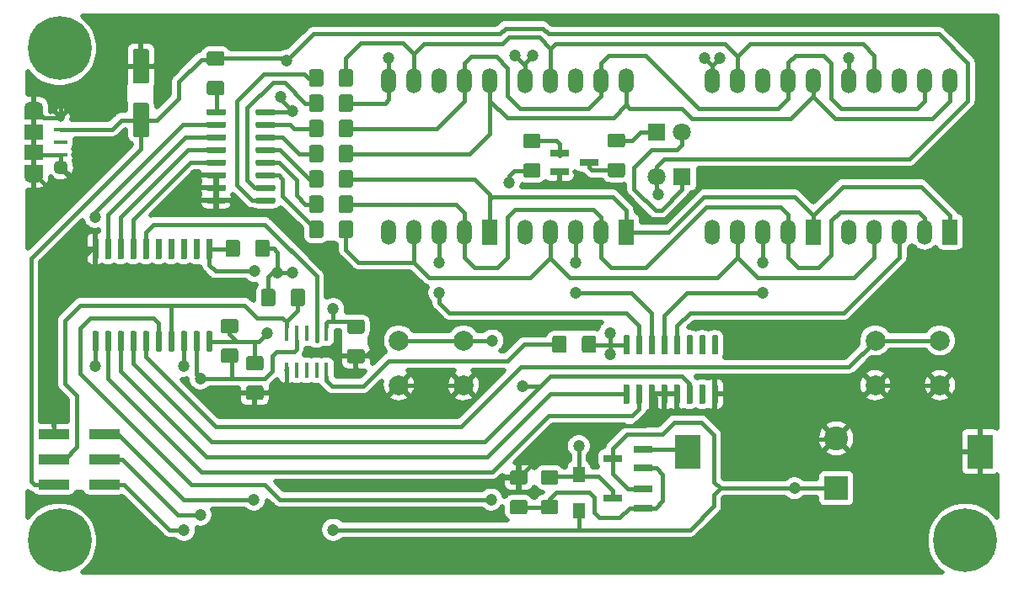
<source format=gbr>
G04 #@! TF.GenerationSoftware,KiCad,Pcbnew,(5.1.2)-2*
G04 #@! TF.CreationDate,2019-09-04T20:47:14+02:00*
G04 #@! TF.ProjectId,Clock,436c6f63-6b2e-46b6-9963-61645f706362,rev?*
G04 #@! TF.SameCoordinates,PX3f488fcPY796b5fc*
G04 #@! TF.FileFunction,Copper,L1,Top*
G04 #@! TF.FilePolarity,Positive*
%FSLAX46Y46*%
G04 Gerber Fmt 4.6, Leading zero omitted, Abs format (unit mm)*
G04 Created by KiCad (PCBNEW (5.1.2)-2) date 2019-09-04 20:47:14*
%MOMM*%
%LPD*%
G04 APERTURE LIST*
%ADD10R,1.200000X1.500000*%
%ADD11C,2.400000*%
%ADD12R,2.400000X2.400000*%
%ADD13C,0.100000*%
%ADD14C,0.600000*%
%ADD15C,1.425000*%
%ADD16R,0.450000X1.500000*%
%ADD17C,6.400000*%
%ADD18R,1.524000X2.524000*%
%ADD19O,1.524000X2.524000*%
%ADD20C,2.000000*%
%ADD21R,1.900000X0.800000*%
%ADD22R,1.900000X1.200000*%
%ADD23O,1.900000X1.200000*%
%ADD24R,1.900000X1.500000*%
%ADD25C,1.450000*%
%ADD26R,1.350000X0.400000*%
%ADD27C,0.800000*%
%ADD28R,3.150000X1.000000*%
%ADD29C,1.800000*%
%ADD30R,1.800000X1.800000*%
%ADD31C,1.600000*%
%ADD32R,2.540000X3.510000*%
%ADD33C,1.200000*%
%ADD34C,0.400000*%
%ADD35C,0.500000*%
G04 APERTURE END LIST*
D10*
X56184800Y10664800D03*
X56184800Y6964800D03*
D11*
X82042000Y14271000D03*
D12*
X82042000Y9271000D03*
D13*
G36*
X19214703Y25076278D02*
G01*
X19229264Y25074118D01*
X19243543Y25070541D01*
X19257403Y25065582D01*
X19270710Y25059288D01*
X19283336Y25051720D01*
X19295159Y25042952D01*
X19306066Y25033066D01*
X19315952Y25022159D01*
X19324720Y25010336D01*
X19332288Y24997710D01*
X19338582Y24984403D01*
X19343541Y24970543D01*
X19347118Y24956264D01*
X19349278Y24941703D01*
X19350000Y24927000D01*
X19350000Y23177000D01*
X19349278Y23162297D01*
X19347118Y23147736D01*
X19343541Y23133457D01*
X19338582Y23119597D01*
X19332288Y23106290D01*
X19324720Y23093664D01*
X19315952Y23081841D01*
X19306066Y23070934D01*
X19295159Y23061048D01*
X19283336Y23052280D01*
X19270710Y23044712D01*
X19257403Y23038418D01*
X19243543Y23033459D01*
X19229264Y23029882D01*
X19214703Y23027722D01*
X19200000Y23027000D01*
X18900000Y23027000D01*
X18885297Y23027722D01*
X18870736Y23029882D01*
X18856457Y23033459D01*
X18842597Y23038418D01*
X18829290Y23044712D01*
X18816664Y23052280D01*
X18804841Y23061048D01*
X18793934Y23070934D01*
X18784048Y23081841D01*
X18775280Y23093664D01*
X18767712Y23106290D01*
X18761418Y23119597D01*
X18756459Y23133457D01*
X18752882Y23147736D01*
X18750722Y23162297D01*
X18750000Y23177000D01*
X18750000Y24927000D01*
X18750722Y24941703D01*
X18752882Y24956264D01*
X18756459Y24970543D01*
X18761418Y24984403D01*
X18767712Y24997710D01*
X18775280Y25010336D01*
X18784048Y25022159D01*
X18793934Y25033066D01*
X18804841Y25042952D01*
X18816664Y25051720D01*
X18829290Y25059288D01*
X18842597Y25065582D01*
X18856457Y25070541D01*
X18870736Y25074118D01*
X18885297Y25076278D01*
X18900000Y25077000D01*
X19200000Y25077000D01*
X19214703Y25076278D01*
X19214703Y25076278D01*
G37*
D14*
X19050000Y24052000D03*
D13*
G36*
X17944703Y25076278D02*
G01*
X17959264Y25074118D01*
X17973543Y25070541D01*
X17987403Y25065582D01*
X18000710Y25059288D01*
X18013336Y25051720D01*
X18025159Y25042952D01*
X18036066Y25033066D01*
X18045952Y25022159D01*
X18054720Y25010336D01*
X18062288Y24997710D01*
X18068582Y24984403D01*
X18073541Y24970543D01*
X18077118Y24956264D01*
X18079278Y24941703D01*
X18080000Y24927000D01*
X18080000Y23177000D01*
X18079278Y23162297D01*
X18077118Y23147736D01*
X18073541Y23133457D01*
X18068582Y23119597D01*
X18062288Y23106290D01*
X18054720Y23093664D01*
X18045952Y23081841D01*
X18036066Y23070934D01*
X18025159Y23061048D01*
X18013336Y23052280D01*
X18000710Y23044712D01*
X17987403Y23038418D01*
X17973543Y23033459D01*
X17959264Y23029882D01*
X17944703Y23027722D01*
X17930000Y23027000D01*
X17630000Y23027000D01*
X17615297Y23027722D01*
X17600736Y23029882D01*
X17586457Y23033459D01*
X17572597Y23038418D01*
X17559290Y23044712D01*
X17546664Y23052280D01*
X17534841Y23061048D01*
X17523934Y23070934D01*
X17514048Y23081841D01*
X17505280Y23093664D01*
X17497712Y23106290D01*
X17491418Y23119597D01*
X17486459Y23133457D01*
X17482882Y23147736D01*
X17480722Y23162297D01*
X17480000Y23177000D01*
X17480000Y24927000D01*
X17480722Y24941703D01*
X17482882Y24956264D01*
X17486459Y24970543D01*
X17491418Y24984403D01*
X17497712Y24997710D01*
X17505280Y25010336D01*
X17514048Y25022159D01*
X17523934Y25033066D01*
X17534841Y25042952D01*
X17546664Y25051720D01*
X17559290Y25059288D01*
X17572597Y25065582D01*
X17586457Y25070541D01*
X17600736Y25074118D01*
X17615297Y25076278D01*
X17630000Y25077000D01*
X17930000Y25077000D01*
X17944703Y25076278D01*
X17944703Y25076278D01*
G37*
D14*
X17780000Y24052000D03*
D13*
G36*
X16674703Y25076278D02*
G01*
X16689264Y25074118D01*
X16703543Y25070541D01*
X16717403Y25065582D01*
X16730710Y25059288D01*
X16743336Y25051720D01*
X16755159Y25042952D01*
X16766066Y25033066D01*
X16775952Y25022159D01*
X16784720Y25010336D01*
X16792288Y24997710D01*
X16798582Y24984403D01*
X16803541Y24970543D01*
X16807118Y24956264D01*
X16809278Y24941703D01*
X16810000Y24927000D01*
X16810000Y23177000D01*
X16809278Y23162297D01*
X16807118Y23147736D01*
X16803541Y23133457D01*
X16798582Y23119597D01*
X16792288Y23106290D01*
X16784720Y23093664D01*
X16775952Y23081841D01*
X16766066Y23070934D01*
X16755159Y23061048D01*
X16743336Y23052280D01*
X16730710Y23044712D01*
X16717403Y23038418D01*
X16703543Y23033459D01*
X16689264Y23029882D01*
X16674703Y23027722D01*
X16660000Y23027000D01*
X16360000Y23027000D01*
X16345297Y23027722D01*
X16330736Y23029882D01*
X16316457Y23033459D01*
X16302597Y23038418D01*
X16289290Y23044712D01*
X16276664Y23052280D01*
X16264841Y23061048D01*
X16253934Y23070934D01*
X16244048Y23081841D01*
X16235280Y23093664D01*
X16227712Y23106290D01*
X16221418Y23119597D01*
X16216459Y23133457D01*
X16212882Y23147736D01*
X16210722Y23162297D01*
X16210000Y23177000D01*
X16210000Y24927000D01*
X16210722Y24941703D01*
X16212882Y24956264D01*
X16216459Y24970543D01*
X16221418Y24984403D01*
X16227712Y24997710D01*
X16235280Y25010336D01*
X16244048Y25022159D01*
X16253934Y25033066D01*
X16264841Y25042952D01*
X16276664Y25051720D01*
X16289290Y25059288D01*
X16302597Y25065582D01*
X16316457Y25070541D01*
X16330736Y25074118D01*
X16345297Y25076278D01*
X16360000Y25077000D01*
X16660000Y25077000D01*
X16674703Y25076278D01*
X16674703Y25076278D01*
G37*
D14*
X16510000Y24052000D03*
D13*
G36*
X15404703Y25076278D02*
G01*
X15419264Y25074118D01*
X15433543Y25070541D01*
X15447403Y25065582D01*
X15460710Y25059288D01*
X15473336Y25051720D01*
X15485159Y25042952D01*
X15496066Y25033066D01*
X15505952Y25022159D01*
X15514720Y25010336D01*
X15522288Y24997710D01*
X15528582Y24984403D01*
X15533541Y24970543D01*
X15537118Y24956264D01*
X15539278Y24941703D01*
X15540000Y24927000D01*
X15540000Y23177000D01*
X15539278Y23162297D01*
X15537118Y23147736D01*
X15533541Y23133457D01*
X15528582Y23119597D01*
X15522288Y23106290D01*
X15514720Y23093664D01*
X15505952Y23081841D01*
X15496066Y23070934D01*
X15485159Y23061048D01*
X15473336Y23052280D01*
X15460710Y23044712D01*
X15447403Y23038418D01*
X15433543Y23033459D01*
X15419264Y23029882D01*
X15404703Y23027722D01*
X15390000Y23027000D01*
X15090000Y23027000D01*
X15075297Y23027722D01*
X15060736Y23029882D01*
X15046457Y23033459D01*
X15032597Y23038418D01*
X15019290Y23044712D01*
X15006664Y23052280D01*
X14994841Y23061048D01*
X14983934Y23070934D01*
X14974048Y23081841D01*
X14965280Y23093664D01*
X14957712Y23106290D01*
X14951418Y23119597D01*
X14946459Y23133457D01*
X14942882Y23147736D01*
X14940722Y23162297D01*
X14940000Y23177000D01*
X14940000Y24927000D01*
X14940722Y24941703D01*
X14942882Y24956264D01*
X14946459Y24970543D01*
X14951418Y24984403D01*
X14957712Y24997710D01*
X14965280Y25010336D01*
X14974048Y25022159D01*
X14983934Y25033066D01*
X14994841Y25042952D01*
X15006664Y25051720D01*
X15019290Y25059288D01*
X15032597Y25065582D01*
X15046457Y25070541D01*
X15060736Y25074118D01*
X15075297Y25076278D01*
X15090000Y25077000D01*
X15390000Y25077000D01*
X15404703Y25076278D01*
X15404703Y25076278D01*
G37*
D14*
X15240000Y24052000D03*
D13*
G36*
X14134703Y25076278D02*
G01*
X14149264Y25074118D01*
X14163543Y25070541D01*
X14177403Y25065582D01*
X14190710Y25059288D01*
X14203336Y25051720D01*
X14215159Y25042952D01*
X14226066Y25033066D01*
X14235952Y25022159D01*
X14244720Y25010336D01*
X14252288Y24997710D01*
X14258582Y24984403D01*
X14263541Y24970543D01*
X14267118Y24956264D01*
X14269278Y24941703D01*
X14270000Y24927000D01*
X14270000Y23177000D01*
X14269278Y23162297D01*
X14267118Y23147736D01*
X14263541Y23133457D01*
X14258582Y23119597D01*
X14252288Y23106290D01*
X14244720Y23093664D01*
X14235952Y23081841D01*
X14226066Y23070934D01*
X14215159Y23061048D01*
X14203336Y23052280D01*
X14190710Y23044712D01*
X14177403Y23038418D01*
X14163543Y23033459D01*
X14149264Y23029882D01*
X14134703Y23027722D01*
X14120000Y23027000D01*
X13820000Y23027000D01*
X13805297Y23027722D01*
X13790736Y23029882D01*
X13776457Y23033459D01*
X13762597Y23038418D01*
X13749290Y23044712D01*
X13736664Y23052280D01*
X13724841Y23061048D01*
X13713934Y23070934D01*
X13704048Y23081841D01*
X13695280Y23093664D01*
X13687712Y23106290D01*
X13681418Y23119597D01*
X13676459Y23133457D01*
X13672882Y23147736D01*
X13670722Y23162297D01*
X13670000Y23177000D01*
X13670000Y24927000D01*
X13670722Y24941703D01*
X13672882Y24956264D01*
X13676459Y24970543D01*
X13681418Y24984403D01*
X13687712Y24997710D01*
X13695280Y25010336D01*
X13704048Y25022159D01*
X13713934Y25033066D01*
X13724841Y25042952D01*
X13736664Y25051720D01*
X13749290Y25059288D01*
X13762597Y25065582D01*
X13776457Y25070541D01*
X13790736Y25074118D01*
X13805297Y25076278D01*
X13820000Y25077000D01*
X14120000Y25077000D01*
X14134703Y25076278D01*
X14134703Y25076278D01*
G37*
D14*
X13970000Y24052000D03*
D13*
G36*
X12864703Y25076278D02*
G01*
X12879264Y25074118D01*
X12893543Y25070541D01*
X12907403Y25065582D01*
X12920710Y25059288D01*
X12933336Y25051720D01*
X12945159Y25042952D01*
X12956066Y25033066D01*
X12965952Y25022159D01*
X12974720Y25010336D01*
X12982288Y24997710D01*
X12988582Y24984403D01*
X12993541Y24970543D01*
X12997118Y24956264D01*
X12999278Y24941703D01*
X13000000Y24927000D01*
X13000000Y23177000D01*
X12999278Y23162297D01*
X12997118Y23147736D01*
X12993541Y23133457D01*
X12988582Y23119597D01*
X12982288Y23106290D01*
X12974720Y23093664D01*
X12965952Y23081841D01*
X12956066Y23070934D01*
X12945159Y23061048D01*
X12933336Y23052280D01*
X12920710Y23044712D01*
X12907403Y23038418D01*
X12893543Y23033459D01*
X12879264Y23029882D01*
X12864703Y23027722D01*
X12850000Y23027000D01*
X12550000Y23027000D01*
X12535297Y23027722D01*
X12520736Y23029882D01*
X12506457Y23033459D01*
X12492597Y23038418D01*
X12479290Y23044712D01*
X12466664Y23052280D01*
X12454841Y23061048D01*
X12443934Y23070934D01*
X12434048Y23081841D01*
X12425280Y23093664D01*
X12417712Y23106290D01*
X12411418Y23119597D01*
X12406459Y23133457D01*
X12402882Y23147736D01*
X12400722Y23162297D01*
X12400000Y23177000D01*
X12400000Y24927000D01*
X12400722Y24941703D01*
X12402882Y24956264D01*
X12406459Y24970543D01*
X12411418Y24984403D01*
X12417712Y24997710D01*
X12425280Y25010336D01*
X12434048Y25022159D01*
X12443934Y25033066D01*
X12454841Y25042952D01*
X12466664Y25051720D01*
X12479290Y25059288D01*
X12492597Y25065582D01*
X12506457Y25070541D01*
X12520736Y25074118D01*
X12535297Y25076278D01*
X12550000Y25077000D01*
X12850000Y25077000D01*
X12864703Y25076278D01*
X12864703Y25076278D01*
G37*
D14*
X12700000Y24052000D03*
D13*
G36*
X11594703Y25076278D02*
G01*
X11609264Y25074118D01*
X11623543Y25070541D01*
X11637403Y25065582D01*
X11650710Y25059288D01*
X11663336Y25051720D01*
X11675159Y25042952D01*
X11686066Y25033066D01*
X11695952Y25022159D01*
X11704720Y25010336D01*
X11712288Y24997710D01*
X11718582Y24984403D01*
X11723541Y24970543D01*
X11727118Y24956264D01*
X11729278Y24941703D01*
X11730000Y24927000D01*
X11730000Y23177000D01*
X11729278Y23162297D01*
X11727118Y23147736D01*
X11723541Y23133457D01*
X11718582Y23119597D01*
X11712288Y23106290D01*
X11704720Y23093664D01*
X11695952Y23081841D01*
X11686066Y23070934D01*
X11675159Y23061048D01*
X11663336Y23052280D01*
X11650710Y23044712D01*
X11637403Y23038418D01*
X11623543Y23033459D01*
X11609264Y23029882D01*
X11594703Y23027722D01*
X11580000Y23027000D01*
X11280000Y23027000D01*
X11265297Y23027722D01*
X11250736Y23029882D01*
X11236457Y23033459D01*
X11222597Y23038418D01*
X11209290Y23044712D01*
X11196664Y23052280D01*
X11184841Y23061048D01*
X11173934Y23070934D01*
X11164048Y23081841D01*
X11155280Y23093664D01*
X11147712Y23106290D01*
X11141418Y23119597D01*
X11136459Y23133457D01*
X11132882Y23147736D01*
X11130722Y23162297D01*
X11130000Y23177000D01*
X11130000Y24927000D01*
X11130722Y24941703D01*
X11132882Y24956264D01*
X11136459Y24970543D01*
X11141418Y24984403D01*
X11147712Y24997710D01*
X11155280Y25010336D01*
X11164048Y25022159D01*
X11173934Y25033066D01*
X11184841Y25042952D01*
X11196664Y25051720D01*
X11209290Y25059288D01*
X11222597Y25065582D01*
X11236457Y25070541D01*
X11250736Y25074118D01*
X11265297Y25076278D01*
X11280000Y25077000D01*
X11580000Y25077000D01*
X11594703Y25076278D01*
X11594703Y25076278D01*
G37*
D14*
X11430000Y24052000D03*
D13*
G36*
X10324703Y25076278D02*
G01*
X10339264Y25074118D01*
X10353543Y25070541D01*
X10367403Y25065582D01*
X10380710Y25059288D01*
X10393336Y25051720D01*
X10405159Y25042952D01*
X10416066Y25033066D01*
X10425952Y25022159D01*
X10434720Y25010336D01*
X10442288Y24997710D01*
X10448582Y24984403D01*
X10453541Y24970543D01*
X10457118Y24956264D01*
X10459278Y24941703D01*
X10460000Y24927000D01*
X10460000Y23177000D01*
X10459278Y23162297D01*
X10457118Y23147736D01*
X10453541Y23133457D01*
X10448582Y23119597D01*
X10442288Y23106290D01*
X10434720Y23093664D01*
X10425952Y23081841D01*
X10416066Y23070934D01*
X10405159Y23061048D01*
X10393336Y23052280D01*
X10380710Y23044712D01*
X10367403Y23038418D01*
X10353543Y23033459D01*
X10339264Y23029882D01*
X10324703Y23027722D01*
X10310000Y23027000D01*
X10010000Y23027000D01*
X9995297Y23027722D01*
X9980736Y23029882D01*
X9966457Y23033459D01*
X9952597Y23038418D01*
X9939290Y23044712D01*
X9926664Y23052280D01*
X9914841Y23061048D01*
X9903934Y23070934D01*
X9894048Y23081841D01*
X9885280Y23093664D01*
X9877712Y23106290D01*
X9871418Y23119597D01*
X9866459Y23133457D01*
X9862882Y23147736D01*
X9860722Y23162297D01*
X9860000Y23177000D01*
X9860000Y24927000D01*
X9860722Y24941703D01*
X9862882Y24956264D01*
X9866459Y24970543D01*
X9871418Y24984403D01*
X9877712Y24997710D01*
X9885280Y25010336D01*
X9894048Y25022159D01*
X9903934Y25033066D01*
X9914841Y25042952D01*
X9926664Y25051720D01*
X9939290Y25059288D01*
X9952597Y25065582D01*
X9966457Y25070541D01*
X9980736Y25074118D01*
X9995297Y25076278D01*
X10010000Y25077000D01*
X10310000Y25077000D01*
X10324703Y25076278D01*
X10324703Y25076278D01*
G37*
D14*
X10160000Y24052000D03*
D13*
G36*
X9054703Y25076278D02*
G01*
X9069264Y25074118D01*
X9083543Y25070541D01*
X9097403Y25065582D01*
X9110710Y25059288D01*
X9123336Y25051720D01*
X9135159Y25042952D01*
X9146066Y25033066D01*
X9155952Y25022159D01*
X9164720Y25010336D01*
X9172288Y24997710D01*
X9178582Y24984403D01*
X9183541Y24970543D01*
X9187118Y24956264D01*
X9189278Y24941703D01*
X9190000Y24927000D01*
X9190000Y23177000D01*
X9189278Y23162297D01*
X9187118Y23147736D01*
X9183541Y23133457D01*
X9178582Y23119597D01*
X9172288Y23106290D01*
X9164720Y23093664D01*
X9155952Y23081841D01*
X9146066Y23070934D01*
X9135159Y23061048D01*
X9123336Y23052280D01*
X9110710Y23044712D01*
X9097403Y23038418D01*
X9083543Y23033459D01*
X9069264Y23029882D01*
X9054703Y23027722D01*
X9040000Y23027000D01*
X8740000Y23027000D01*
X8725297Y23027722D01*
X8710736Y23029882D01*
X8696457Y23033459D01*
X8682597Y23038418D01*
X8669290Y23044712D01*
X8656664Y23052280D01*
X8644841Y23061048D01*
X8633934Y23070934D01*
X8624048Y23081841D01*
X8615280Y23093664D01*
X8607712Y23106290D01*
X8601418Y23119597D01*
X8596459Y23133457D01*
X8592882Y23147736D01*
X8590722Y23162297D01*
X8590000Y23177000D01*
X8590000Y24927000D01*
X8590722Y24941703D01*
X8592882Y24956264D01*
X8596459Y24970543D01*
X8601418Y24984403D01*
X8607712Y24997710D01*
X8615280Y25010336D01*
X8624048Y25022159D01*
X8633934Y25033066D01*
X8644841Y25042952D01*
X8656664Y25051720D01*
X8669290Y25059288D01*
X8682597Y25065582D01*
X8696457Y25070541D01*
X8710736Y25074118D01*
X8725297Y25076278D01*
X8740000Y25077000D01*
X9040000Y25077000D01*
X9054703Y25076278D01*
X9054703Y25076278D01*
G37*
D14*
X8890000Y24052000D03*
D13*
G36*
X7784703Y25076278D02*
G01*
X7799264Y25074118D01*
X7813543Y25070541D01*
X7827403Y25065582D01*
X7840710Y25059288D01*
X7853336Y25051720D01*
X7865159Y25042952D01*
X7876066Y25033066D01*
X7885952Y25022159D01*
X7894720Y25010336D01*
X7902288Y24997710D01*
X7908582Y24984403D01*
X7913541Y24970543D01*
X7917118Y24956264D01*
X7919278Y24941703D01*
X7920000Y24927000D01*
X7920000Y23177000D01*
X7919278Y23162297D01*
X7917118Y23147736D01*
X7913541Y23133457D01*
X7908582Y23119597D01*
X7902288Y23106290D01*
X7894720Y23093664D01*
X7885952Y23081841D01*
X7876066Y23070934D01*
X7865159Y23061048D01*
X7853336Y23052280D01*
X7840710Y23044712D01*
X7827403Y23038418D01*
X7813543Y23033459D01*
X7799264Y23029882D01*
X7784703Y23027722D01*
X7770000Y23027000D01*
X7470000Y23027000D01*
X7455297Y23027722D01*
X7440736Y23029882D01*
X7426457Y23033459D01*
X7412597Y23038418D01*
X7399290Y23044712D01*
X7386664Y23052280D01*
X7374841Y23061048D01*
X7363934Y23070934D01*
X7354048Y23081841D01*
X7345280Y23093664D01*
X7337712Y23106290D01*
X7331418Y23119597D01*
X7326459Y23133457D01*
X7322882Y23147736D01*
X7320722Y23162297D01*
X7320000Y23177000D01*
X7320000Y24927000D01*
X7320722Y24941703D01*
X7322882Y24956264D01*
X7326459Y24970543D01*
X7331418Y24984403D01*
X7337712Y24997710D01*
X7345280Y25010336D01*
X7354048Y25022159D01*
X7363934Y25033066D01*
X7374841Y25042952D01*
X7386664Y25051720D01*
X7399290Y25059288D01*
X7412597Y25065582D01*
X7426457Y25070541D01*
X7440736Y25074118D01*
X7455297Y25076278D01*
X7470000Y25077000D01*
X7770000Y25077000D01*
X7784703Y25076278D01*
X7784703Y25076278D01*
G37*
D14*
X7620000Y24052000D03*
D13*
G36*
X7784703Y34376278D02*
G01*
X7799264Y34374118D01*
X7813543Y34370541D01*
X7827403Y34365582D01*
X7840710Y34359288D01*
X7853336Y34351720D01*
X7865159Y34342952D01*
X7876066Y34333066D01*
X7885952Y34322159D01*
X7894720Y34310336D01*
X7902288Y34297710D01*
X7908582Y34284403D01*
X7913541Y34270543D01*
X7917118Y34256264D01*
X7919278Y34241703D01*
X7920000Y34227000D01*
X7920000Y32477000D01*
X7919278Y32462297D01*
X7917118Y32447736D01*
X7913541Y32433457D01*
X7908582Y32419597D01*
X7902288Y32406290D01*
X7894720Y32393664D01*
X7885952Y32381841D01*
X7876066Y32370934D01*
X7865159Y32361048D01*
X7853336Y32352280D01*
X7840710Y32344712D01*
X7827403Y32338418D01*
X7813543Y32333459D01*
X7799264Y32329882D01*
X7784703Y32327722D01*
X7770000Y32327000D01*
X7470000Y32327000D01*
X7455297Y32327722D01*
X7440736Y32329882D01*
X7426457Y32333459D01*
X7412597Y32338418D01*
X7399290Y32344712D01*
X7386664Y32352280D01*
X7374841Y32361048D01*
X7363934Y32370934D01*
X7354048Y32381841D01*
X7345280Y32393664D01*
X7337712Y32406290D01*
X7331418Y32419597D01*
X7326459Y32433457D01*
X7322882Y32447736D01*
X7320722Y32462297D01*
X7320000Y32477000D01*
X7320000Y34227000D01*
X7320722Y34241703D01*
X7322882Y34256264D01*
X7326459Y34270543D01*
X7331418Y34284403D01*
X7337712Y34297710D01*
X7345280Y34310336D01*
X7354048Y34322159D01*
X7363934Y34333066D01*
X7374841Y34342952D01*
X7386664Y34351720D01*
X7399290Y34359288D01*
X7412597Y34365582D01*
X7426457Y34370541D01*
X7440736Y34374118D01*
X7455297Y34376278D01*
X7470000Y34377000D01*
X7770000Y34377000D01*
X7784703Y34376278D01*
X7784703Y34376278D01*
G37*
D14*
X7620000Y33352000D03*
D13*
G36*
X9054703Y34376278D02*
G01*
X9069264Y34374118D01*
X9083543Y34370541D01*
X9097403Y34365582D01*
X9110710Y34359288D01*
X9123336Y34351720D01*
X9135159Y34342952D01*
X9146066Y34333066D01*
X9155952Y34322159D01*
X9164720Y34310336D01*
X9172288Y34297710D01*
X9178582Y34284403D01*
X9183541Y34270543D01*
X9187118Y34256264D01*
X9189278Y34241703D01*
X9190000Y34227000D01*
X9190000Y32477000D01*
X9189278Y32462297D01*
X9187118Y32447736D01*
X9183541Y32433457D01*
X9178582Y32419597D01*
X9172288Y32406290D01*
X9164720Y32393664D01*
X9155952Y32381841D01*
X9146066Y32370934D01*
X9135159Y32361048D01*
X9123336Y32352280D01*
X9110710Y32344712D01*
X9097403Y32338418D01*
X9083543Y32333459D01*
X9069264Y32329882D01*
X9054703Y32327722D01*
X9040000Y32327000D01*
X8740000Y32327000D01*
X8725297Y32327722D01*
X8710736Y32329882D01*
X8696457Y32333459D01*
X8682597Y32338418D01*
X8669290Y32344712D01*
X8656664Y32352280D01*
X8644841Y32361048D01*
X8633934Y32370934D01*
X8624048Y32381841D01*
X8615280Y32393664D01*
X8607712Y32406290D01*
X8601418Y32419597D01*
X8596459Y32433457D01*
X8592882Y32447736D01*
X8590722Y32462297D01*
X8590000Y32477000D01*
X8590000Y34227000D01*
X8590722Y34241703D01*
X8592882Y34256264D01*
X8596459Y34270543D01*
X8601418Y34284403D01*
X8607712Y34297710D01*
X8615280Y34310336D01*
X8624048Y34322159D01*
X8633934Y34333066D01*
X8644841Y34342952D01*
X8656664Y34351720D01*
X8669290Y34359288D01*
X8682597Y34365582D01*
X8696457Y34370541D01*
X8710736Y34374118D01*
X8725297Y34376278D01*
X8740000Y34377000D01*
X9040000Y34377000D01*
X9054703Y34376278D01*
X9054703Y34376278D01*
G37*
D14*
X8890000Y33352000D03*
D13*
G36*
X10324703Y34376278D02*
G01*
X10339264Y34374118D01*
X10353543Y34370541D01*
X10367403Y34365582D01*
X10380710Y34359288D01*
X10393336Y34351720D01*
X10405159Y34342952D01*
X10416066Y34333066D01*
X10425952Y34322159D01*
X10434720Y34310336D01*
X10442288Y34297710D01*
X10448582Y34284403D01*
X10453541Y34270543D01*
X10457118Y34256264D01*
X10459278Y34241703D01*
X10460000Y34227000D01*
X10460000Y32477000D01*
X10459278Y32462297D01*
X10457118Y32447736D01*
X10453541Y32433457D01*
X10448582Y32419597D01*
X10442288Y32406290D01*
X10434720Y32393664D01*
X10425952Y32381841D01*
X10416066Y32370934D01*
X10405159Y32361048D01*
X10393336Y32352280D01*
X10380710Y32344712D01*
X10367403Y32338418D01*
X10353543Y32333459D01*
X10339264Y32329882D01*
X10324703Y32327722D01*
X10310000Y32327000D01*
X10010000Y32327000D01*
X9995297Y32327722D01*
X9980736Y32329882D01*
X9966457Y32333459D01*
X9952597Y32338418D01*
X9939290Y32344712D01*
X9926664Y32352280D01*
X9914841Y32361048D01*
X9903934Y32370934D01*
X9894048Y32381841D01*
X9885280Y32393664D01*
X9877712Y32406290D01*
X9871418Y32419597D01*
X9866459Y32433457D01*
X9862882Y32447736D01*
X9860722Y32462297D01*
X9860000Y32477000D01*
X9860000Y34227000D01*
X9860722Y34241703D01*
X9862882Y34256264D01*
X9866459Y34270543D01*
X9871418Y34284403D01*
X9877712Y34297710D01*
X9885280Y34310336D01*
X9894048Y34322159D01*
X9903934Y34333066D01*
X9914841Y34342952D01*
X9926664Y34351720D01*
X9939290Y34359288D01*
X9952597Y34365582D01*
X9966457Y34370541D01*
X9980736Y34374118D01*
X9995297Y34376278D01*
X10010000Y34377000D01*
X10310000Y34377000D01*
X10324703Y34376278D01*
X10324703Y34376278D01*
G37*
D14*
X10160000Y33352000D03*
D13*
G36*
X11594703Y34376278D02*
G01*
X11609264Y34374118D01*
X11623543Y34370541D01*
X11637403Y34365582D01*
X11650710Y34359288D01*
X11663336Y34351720D01*
X11675159Y34342952D01*
X11686066Y34333066D01*
X11695952Y34322159D01*
X11704720Y34310336D01*
X11712288Y34297710D01*
X11718582Y34284403D01*
X11723541Y34270543D01*
X11727118Y34256264D01*
X11729278Y34241703D01*
X11730000Y34227000D01*
X11730000Y32477000D01*
X11729278Y32462297D01*
X11727118Y32447736D01*
X11723541Y32433457D01*
X11718582Y32419597D01*
X11712288Y32406290D01*
X11704720Y32393664D01*
X11695952Y32381841D01*
X11686066Y32370934D01*
X11675159Y32361048D01*
X11663336Y32352280D01*
X11650710Y32344712D01*
X11637403Y32338418D01*
X11623543Y32333459D01*
X11609264Y32329882D01*
X11594703Y32327722D01*
X11580000Y32327000D01*
X11280000Y32327000D01*
X11265297Y32327722D01*
X11250736Y32329882D01*
X11236457Y32333459D01*
X11222597Y32338418D01*
X11209290Y32344712D01*
X11196664Y32352280D01*
X11184841Y32361048D01*
X11173934Y32370934D01*
X11164048Y32381841D01*
X11155280Y32393664D01*
X11147712Y32406290D01*
X11141418Y32419597D01*
X11136459Y32433457D01*
X11132882Y32447736D01*
X11130722Y32462297D01*
X11130000Y32477000D01*
X11130000Y34227000D01*
X11130722Y34241703D01*
X11132882Y34256264D01*
X11136459Y34270543D01*
X11141418Y34284403D01*
X11147712Y34297710D01*
X11155280Y34310336D01*
X11164048Y34322159D01*
X11173934Y34333066D01*
X11184841Y34342952D01*
X11196664Y34351720D01*
X11209290Y34359288D01*
X11222597Y34365582D01*
X11236457Y34370541D01*
X11250736Y34374118D01*
X11265297Y34376278D01*
X11280000Y34377000D01*
X11580000Y34377000D01*
X11594703Y34376278D01*
X11594703Y34376278D01*
G37*
D14*
X11430000Y33352000D03*
D13*
G36*
X12864703Y34376278D02*
G01*
X12879264Y34374118D01*
X12893543Y34370541D01*
X12907403Y34365582D01*
X12920710Y34359288D01*
X12933336Y34351720D01*
X12945159Y34342952D01*
X12956066Y34333066D01*
X12965952Y34322159D01*
X12974720Y34310336D01*
X12982288Y34297710D01*
X12988582Y34284403D01*
X12993541Y34270543D01*
X12997118Y34256264D01*
X12999278Y34241703D01*
X13000000Y34227000D01*
X13000000Y32477000D01*
X12999278Y32462297D01*
X12997118Y32447736D01*
X12993541Y32433457D01*
X12988582Y32419597D01*
X12982288Y32406290D01*
X12974720Y32393664D01*
X12965952Y32381841D01*
X12956066Y32370934D01*
X12945159Y32361048D01*
X12933336Y32352280D01*
X12920710Y32344712D01*
X12907403Y32338418D01*
X12893543Y32333459D01*
X12879264Y32329882D01*
X12864703Y32327722D01*
X12850000Y32327000D01*
X12550000Y32327000D01*
X12535297Y32327722D01*
X12520736Y32329882D01*
X12506457Y32333459D01*
X12492597Y32338418D01*
X12479290Y32344712D01*
X12466664Y32352280D01*
X12454841Y32361048D01*
X12443934Y32370934D01*
X12434048Y32381841D01*
X12425280Y32393664D01*
X12417712Y32406290D01*
X12411418Y32419597D01*
X12406459Y32433457D01*
X12402882Y32447736D01*
X12400722Y32462297D01*
X12400000Y32477000D01*
X12400000Y34227000D01*
X12400722Y34241703D01*
X12402882Y34256264D01*
X12406459Y34270543D01*
X12411418Y34284403D01*
X12417712Y34297710D01*
X12425280Y34310336D01*
X12434048Y34322159D01*
X12443934Y34333066D01*
X12454841Y34342952D01*
X12466664Y34351720D01*
X12479290Y34359288D01*
X12492597Y34365582D01*
X12506457Y34370541D01*
X12520736Y34374118D01*
X12535297Y34376278D01*
X12550000Y34377000D01*
X12850000Y34377000D01*
X12864703Y34376278D01*
X12864703Y34376278D01*
G37*
D14*
X12700000Y33352000D03*
D13*
G36*
X14134703Y34376278D02*
G01*
X14149264Y34374118D01*
X14163543Y34370541D01*
X14177403Y34365582D01*
X14190710Y34359288D01*
X14203336Y34351720D01*
X14215159Y34342952D01*
X14226066Y34333066D01*
X14235952Y34322159D01*
X14244720Y34310336D01*
X14252288Y34297710D01*
X14258582Y34284403D01*
X14263541Y34270543D01*
X14267118Y34256264D01*
X14269278Y34241703D01*
X14270000Y34227000D01*
X14270000Y32477000D01*
X14269278Y32462297D01*
X14267118Y32447736D01*
X14263541Y32433457D01*
X14258582Y32419597D01*
X14252288Y32406290D01*
X14244720Y32393664D01*
X14235952Y32381841D01*
X14226066Y32370934D01*
X14215159Y32361048D01*
X14203336Y32352280D01*
X14190710Y32344712D01*
X14177403Y32338418D01*
X14163543Y32333459D01*
X14149264Y32329882D01*
X14134703Y32327722D01*
X14120000Y32327000D01*
X13820000Y32327000D01*
X13805297Y32327722D01*
X13790736Y32329882D01*
X13776457Y32333459D01*
X13762597Y32338418D01*
X13749290Y32344712D01*
X13736664Y32352280D01*
X13724841Y32361048D01*
X13713934Y32370934D01*
X13704048Y32381841D01*
X13695280Y32393664D01*
X13687712Y32406290D01*
X13681418Y32419597D01*
X13676459Y32433457D01*
X13672882Y32447736D01*
X13670722Y32462297D01*
X13670000Y32477000D01*
X13670000Y34227000D01*
X13670722Y34241703D01*
X13672882Y34256264D01*
X13676459Y34270543D01*
X13681418Y34284403D01*
X13687712Y34297710D01*
X13695280Y34310336D01*
X13704048Y34322159D01*
X13713934Y34333066D01*
X13724841Y34342952D01*
X13736664Y34351720D01*
X13749290Y34359288D01*
X13762597Y34365582D01*
X13776457Y34370541D01*
X13790736Y34374118D01*
X13805297Y34376278D01*
X13820000Y34377000D01*
X14120000Y34377000D01*
X14134703Y34376278D01*
X14134703Y34376278D01*
G37*
D14*
X13970000Y33352000D03*
D13*
G36*
X15404703Y34376278D02*
G01*
X15419264Y34374118D01*
X15433543Y34370541D01*
X15447403Y34365582D01*
X15460710Y34359288D01*
X15473336Y34351720D01*
X15485159Y34342952D01*
X15496066Y34333066D01*
X15505952Y34322159D01*
X15514720Y34310336D01*
X15522288Y34297710D01*
X15528582Y34284403D01*
X15533541Y34270543D01*
X15537118Y34256264D01*
X15539278Y34241703D01*
X15540000Y34227000D01*
X15540000Y32477000D01*
X15539278Y32462297D01*
X15537118Y32447736D01*
X15533541Y32433457D01*
X15528582Y32419597D01*
X15522288Y32406290D01*
X15514720Y32393664D01*
X15505952Y32381841D01*
X15496066Y32370934D01*
X15485159Y32361048D01*
X15473336Y32352280D01*
X15460710Y32344712D01*
X15447403Y32338418D01*
X15433543Y32333459D01*
X15419264Y32329882D01*
X15404703Y32327722D01*
X15390000Y32327000D01*
X15090000Y32327000D01*
X15075297Y32327722D01*
X15060736Y32329882D01*
X15046457Y32333459D01*
X15032597Y32338418D01*
X15019290Y32344712D01*
X15006664Y32352280D01*
X14994841Y32361048D01*
X14983934Y32370934D01*
X14974048Y32381841D01*
X14965280Y32393664D01*
X14957712Y32406290D01*
X14951418Y32419597D01*
X14946459Y32433457D01*
X14942882Y32447736D01*
X14940722Y32462297D01*
X14940000Y32477000D01*
X14940000Y34227000D01*
X14940722Y34241703D01*
X14942882Y34256264D01*
X14946459Y34270543D01*
X14951418Y34284403D01*
X14957712Y34297710D01*
X14965280Y34310336D01*
X14974048Y34322159D01*
X14983934Y34333066D01*
X14994841Y34342952D01*
X15006664Y34351720D01*
X15019290Y34359288D01*
X15032597Y34365582D01*
X15046457Y34370541D01*
X15060736Y34374118D01*
X15075297Y34376278D01*
X15090000Y34377000D01*
X15390000Y34377000D01*
X15404703Y34376278D01*
X15404703Y34376278D01*
G37*
D14*
X15240000Y33352000D03*
D13*
G36*
X16674703Y34376278D02*
G01*
X16689264Y34374118D01*
X16703543Y34370541D01*
X16717403Y34365582D01*
X16730710Y34359288D01*
X16743336Y34351720D01*
X16755159Y34342952D01*
X16766066Y34333066D01*
X16775952Y34322159D01*
X16784720Y34310336D01*
X16792288Y34297710D01*
X16798582Y34284403D01*
X16803541Y34270543D01*
X16807118Y34256264D01*
X16809278Y34241703D01*
X16810000Y34227000D01*
X16810000Y32477000D01*
X16809278Y32462297D01*
X16807118Y32447736D01*
X16803541Y32433457D01*
X16798582Y32419597D01*
X16792288Y32406290D01*
X16784720Y32393664D01*
X16775952Y32381841D01*
X16766066Y32370934D01*
X16755159Y32361048D01*
X16743336Y32352280D01*
X16730710Y32344712D01*
X16717403Y32338418D01*
X16703543Y32333459D01*
X16689264Y32329882D01*
X16674703Y32327722D01*
X16660000Y32327000D01*
X16360000Y32327000D01*
X16345297Y32327722D01*
X16330736Y32329882D01*
X16316457Y32333459D01*
X16302597Y32338418D01*
X16289290Y32344712D01*
X16276664Y32352280D01*
X16264841Y32361048D01*
X16253934Y32370934D01*
X16244048Y32381841D01*
X16235280Y32393664D01*
X16227712Y32406290D01*
X16221418Y32419597D01*
X16216459Y32433457D01*
X16212882Y32447736D01*
X16210722Y32462297D01*
X16210000Y32477000D01*
X16210000Y34227000D01*
X16210722Y34241703D01*
X16212882Y34256264D01*
X16216459Y34270543D01*
X16221418Y34284403D01*
X16227712Y34297710D01*
X16235280Y34310336D01*
X16244048Y34322159D01*
X16253934Y34333066D01*
X16264841Y34342952D01*
X16276664Y34351720D01*
X16289290Y34359288D01*
X16302597Y34365582D01*
X16316457Y34370541D01*
X16330736Y34374118D01*
X16345297Y34376278D01*
X16360000Y34377000D01*
X16660000Y34377000D01*
X16674703Y34376278D01*
X16674703Y34376278D01*
G37*
D14*
X16510000Y33352000D03*
D13*
G36*
X17944703Y34376278D02*
G01*
X17959264Y34374118D01*
X17973543Y34370541D01*
X17987403Y34365582D01*
X18000710Y34359288D01*
X18013336Y34351720D01*
X18025159Y34342952D01*
X18036066Y34333066D01*
X18045952Y34322159D01*
X18054720Y34310336D01*
X18062288Y34297710D01*
X18068582Y34284403D01*
X18073541Y34270543D01*
X18077118Y34256264D01*
X18079278Y34241703D01*
X18080000Y34227000D01*
X18080000Y32477000D01*
X18079278Y32462297D01*
X18077118Y32447736D01*
X18073541Y32433457D01*
X18068582Y32419597D01*
X18062288Y32406290D01*
X18054720Y32393664D01*
X18045952Y32381841D01*
X18036066Y32370934D01*
X18025159Y32361048D01*
X18013336Y32352280D01*
X18000710Y32344712D01*
X17987403Y32338418D01*
X17973543Y32333459D01*
X17959264Y32329882D01*
X17944703Y32327722D01*
X17930000Y32327000D01*
X17630000Y32327000D01*
X17615297Y32327722D01*
X17600736Y32329882D01*
X17586457Y32333459D01*
X17572597Y32338418D01*
X17559290Y32344712D01*
X17546664Y32352280D01*
X17534841Y32361048D01*
X17523934Y32370934D01*
X17514048Y32381841D01*
X17505280Y32393664D01*
X17497712Y32406290D01*
X17491418Y32419597D01*
X17486459Y32433457D01*
X17482882Y32447736D01*
X17480722Y32462297D01*
X17480000Y32477000D01*
X17480000Y34227000D01*
X17480722Y34241703D01*
X17482882Y34256264D01*
X17486459Y34270543D01*
X17491418Y34284403D01*
X17497712Y34297710D01*
X17505280Y34310336D01*
X17514048Y34322159D01*
X17523934Y34333066D01*
X17534841Y34342952D01*
X17546664Y34351720D01*
X17559290Y34359288D01*
X17572597Y34365582D01*
X17586457Y34370541D01*
X17600736Y34374118D01*
X17615297Y34376278D01*
X17630000Y34377000D01*
X17930000Y34377000D01*
X17944703Y34376278D01*
X17944703Y34376278D01*
G37*
D14*
X17780000Y33352000D03*
D13*
G36*
X19214703Y34376278D02*
G01*
X19229264Y34374118D01*
X19243543Y34370541D01*
X19257403Y34365582D01*
X19270710Y34359288D01*
X19283336Y34351720D01*
X19295159Y34342952D01*
X19306066Y34333066D01*
X19315952Y34322159D01*
X19324720Y34310336D01*
X19332288Y34297710D01*
X19338582Y34284403D01*
X19343541Y34270543D01*
X19347118Y34256264D01*
X19349278Y34241703D01*
X19350000Y34227000D01*
X19350000Y32477000D01*
X19349278Y32462297D01*
X19347118Y32447736D01*
X19343541Y32433457D01*
X19338582Y32419597D01*
X19332288Y32406290D01*
X19324720Y32393664D01*
X19315952Y32381841D01*
X19306066Y32370934D01*
X19295159Y32361048D01*
X19283336Y32352280D01*
X19270710Y32344712D01*
X19257403Y32338418D01*
X19243543Y32333459D01*
X19229264Y32329882D01*
X19214703Y32327722D01*
X19200000Y32327000D01*
X18900000Y32327000D01*
X18885297Y32327722D01*
X18870736Y32329882D01*
X18856457Y32333459D01*
X18842597Y32338418D01*
X18829290Y32344712D01*
X18816664Y32352280D01*
X18804841Y32361048D01*
X18793934Y32370934D01*
X18784048Y32381841D01*
X18775280Y32393664D01*
X18767712Y32406290D01*
X18761418Y32419597D01*
X18756459Y32433457D01*
X18752882Y32447736D01*
X18750722Y32462297D01*
X18750000Y32477000D01*
X18750000Y34227000D01*
X18750722Y34241703D01*
X18752882Y34256264D01*
X18756459Y34270543D01*
X18761418Y34284403D01*
X18767712Y34297710D01*
X18775280Y34310336D01*
X18784048Y34322159D01*
X18793934Y34333066D01*
X18804841Y34342952D01*
X18816664Y34351720D01*
X18829290Y34359288D01*
X18842597Y34365582D01*
X18856457Y34370541D01*
X18870736Y34374118D01*
X18885297Y34376278D01*
X18900000Y34377000D01*
X19200000Y34377000D01*
X19214703Y34376278D01*
X19214703Y34376278D01*
G37*
D14*
X19050000Y33352000D03*
D13*
G36*
X28427004Y29321796D02*
G01*
X28451273Y29318196D01*
X28475071Y29312235D01*
X28498171Y29303970D01*
X28520349Y29293480D01*
X28541393Y29280867D01*
X28561098Y29266253D01*
X28579277Y29249777D01*
X28595753Y29231598D01*
X28610367Y29211893D01*
X28622980Y29190849D01*
X28633470Y29168671D01*
X28641735Y29145571D01*
X28647696Y29121773D01*
X28651296Y29097504D01*
X28652500Y29073000D01*
X28652500Y27823000D01*
X28651296Y27798496D01*
X28647696Y27774227D01*
X28641735Y27750429D01*
X28633470Y27727329D01*
X28622980Y27705151D01*
X28610367Y27684107D01*
X28595753Y27664402D01*
X28579277Y27646223D01*
X28561098Y27629747D01*
X28541393Y27615133D01*
X28520349Y27602520D01*
X28498171Y27592030D01*
X28475071Y27583765D01*
X28451273Y27577804D01*
X28427004Y27574204D01*
X28402500Y27573000D01*
X27477500Y27573000D01*
X27452996Y27574204D01*
X27428727Y27577804D01*
X27404929Y27583765D01*
X27381829Y27592030D01*
X27359651Y27602520D01*
X27338607Y27615133D01*
X27318902Y27629747D01*
X27300723Y27646223D01*
X27284247Y27664402D01*
X27269633Y27684107D01*
X27257020Y27705151D01*
X27246530Y27727329D01*
X27238265Y27750429D01*
X27232304Y27774227D01*
X27228704Y27798496D01*
X27227500Y27823000D01*
X27227500Y29073000D01*
X27228704Y29097504D01*
X27232304Y29121773D01*
X27238265Y29145571D01*
X27246530Y29168671D01*
X27257020Y29190849D01*
X27269633Y29211893D01*
X27284247Y29231598D01*
X27300723Y29249777D01*
X27318902Y29266253D01*
X27338607Y29280867D01*
X27359651Y29293480D01*
X27381829Y29303970D01*
X27404929Y29312235D01*
X27428727Y29318196D01*
X27452996Y29321796D01*
X27477500Y29323000D01*
X28402500Y29323000D01*
X28427004Y29321796D01*
X28427004Y29321796D01*
G37*
D15*
X27940000Y28448000D03*
D13*
G36*
X25452004Y29321796D02*
G01*
X25476273Y29318196D01*
X25500071Y29312235D01*
X25523171Y29303970D01*
X25545349Y29293480D01*
X25566393Y29280867D01*
X25586098Y29266253D01*
X25604277Y29249777D01*
X25620753Y29231598D01*
X25635367Y29211893D01*
X25647980Y29190849D01*
X25658470Y29168671D01*
X25666735Y29145571D01*
X25672696Y29121773D01*
X25676296Y29097504D01*
X25677500Y29073000D01*
X25677500Y27823000D01*
X25676296Y27798496D01*
X25672696Y27774227D01*
X25666735Y27750429D01*
X25658470Y27727329D01*
X25647980Y27705151D01*
X25635367Y27684107D01*
X25620753Y27664402D01*
X25604277Y27646223D01*
X25586098Y27629747D01*
X25566393Y27615133D01*
X25545349Y27602520D01*
X25523171Y27592030D01*
X25500071Y27583765D01*
X25476273Y27577804D01*
X25452004Y27574204D01*
X25427500Y27573000D01*
X24502500Y27573000D01*
X24477996Y27574204D01*
X24453727Y27577804D01*
X24429929Y27583765D01*
X24406829Y27592030D01*
X24384651Y27602520D01*
X24363607Y27615133D01*
X24343902Y27629747D01*
X24325723Y27646223D01*
X24309247Y27664402D01*
X24294633Y27684107D01*
X24282020Y27705151D01*
X24271530Y27727329D01*
X24263265Y27750429D01*
X24257304Y27774227D01*
X24253704Y27798496D01*
X24252500Y27823000D01*
X24252500Y29073000D01*
X24253704Y29097504D01*
X24257304Y29121773D01*
X24263265Y29145571D01*
X24271530Y29168671D01*
X24282020Y29190849D01*
X24294633Y29211893D01*
X24309247Y29231598D01*
X24325723Y29249777D01*
X24343902Y29266253D01*
X24363607Y29280867D01*
X24384651Y29293480D01*
X24406829Y29303970D01*
X24429929Y29312235D01*
X24453727Y29318196D01*
X24477996Y29321796D01*
X24502500Y29323000D01*
X25427500Y29323000D01*
X25452004Y29321796D01*
X25452004Y29321796D01*
G37*
D15*
X24965000Y28448000D03*
D13*
G36*
X21731504Y23317296D02*
G01*
X21755773Y23313696D01*
X21779571Y23307735D01*
X21802671Y23299470D01*
X21824849Y23288980D01*
X21845893Y23276367D01*
X21865598Y23261753D01*
X21883777Y23245277D01*
X21900253Y23227098D01*
X21914867Y23207393D01*
X21927480Y23186349D01*
X21937970Y23164171D01*
X21946235Y23141071D01*
X21952196Y23117273D01*
X21955796Y23093004D01*
X21957000Y23068500D01*
X21957000Y22143500D01*
X21955796Y22118996D01*
X21952196Y22094727D01*
X21946235Y22070929D01*
X21937970Y22047829D01*
X21927480Y22025651D01*
X21914867Y22004607D01*
X21900253Y21984902D01*
X21883777Y21966723D01*
X21865598Y21950247D01*
X21845893Y21935633D01*
X21824849Y21923020D01*
X21802671Y21912530D01*
X21779571Y21904265D01*
X21755773Y21898304D01*
X21731504Y21894704D01*
X21707000Y21893500D01*
X20457000Y21893500D01*
X20432496Y21894704D01*
X20408227Y21898304D01*
X20384429Y21904265D01*
X20361329Y21912530D01*
X20339151Y21923020D01*
X20318107Y21935633D01*
X20298402Y21950247D01*
X20280223Y21966723D01*
X20263747Y21984902D01*
X20249133Y22004607D01*
X20236520Y22025651D01*
X20226030Y22047829D01*
X20217765Y22070929D01*
X20211804Y22094727D01*
X20208204Y22118996D01*
X20207000Y22143500D01*
X20207000Y23068500D01*
X20208204Y23093004D01*
X20211804Y23117273D01*
X20217765Y23141071D01*
X20226030Y23164171D01*
X20236520Y23186349D01*
X20249133Y23207393D01*
X20263747Y23227098D01*
X20280223Y23245277D01*
X20298402Y23261753D01*
X20318107Y23276367D01*
X20339151Y23288980D01*
X20361329Y23299470D01*
X20384429Y23307735D01*
X20408227Y23313696D01*
X20432496Y23317296D01*
X20457000Y23318500D01*
X21707000Y23318500D01*
X21731504Y23317296D01*
X21731504Y23317296D01*
G37*
D15*
X21082000Y22606000D03*
D13*
G36*
X21731504Y26292296D02*
G01*
X21755773Y26288696D01*
X21779571Y26282735D01*
X21802671Y26274470D01*
X21824849Y26263980D01*
X21845893Y26251367D01*
X21865598Y26236753D01*
X21883777Y26220277D01*
X21900253Y26202098D01*
X21914867Y26182393D01*
X21927480Y26161349D01*
X21937970Y26139171D01*
X21946235Y26116071D01*
X21952196Y26092273D01*
X21955796Y26068004D01*
X21957000Y26043500D01*
X21957000Y25118500D01*
X21955796Y25093996D01*
X21952196Y25069727D01*
X21946235Y25045929D01*
X21937970Y25022829D01*
X21927480Y25000651D01*
X21914867Y24979607D01*
X21900253Y24959902D01*
X21883777Y24941723D01*
X21865598Y24925247D01*
X21845893Y24910633D01*
X21824849Y24898020D01*
X21802671Y24887530D01*
X21779571Y24879265D01*
X21755773Y24873304D01*
X21731504Y24869704D01*
X21707000Y24868500D01*
X20457000Y24868500D01*
X20432496Y24869704D01*
X20408227Y24873304D01*
X20384429Y24879265D01*
X20361329Y24887530D01*
X20339151Y24898020D01*
X20318107Y24910633D01*
X20298402Y24925247D01*
X20280223Y24941723D01*
X20263747Y24959902D01*
X20249133Y24979607D01*
X20236520Y25000651D01*
X20226030Y25022829D01*
X20217765Y25045929D01*
X20211804Y25069727D01*
X20208204Y25093996D01*
X20207000Y25118500D01*
X20207000Y26043500D01*
X20208204Y26068004D01*
X20211804Y26092273D01*
X20217765Y26116071D01*
X20226030Y26139171D01*
X20236520Y26161349D01*
X20249133Y26182393D01*
X20263747Y26202098D01*
X20280223Y26220277D01*
X20298402Y26236753D01*
X20318107Y26251367D01*
X20339151Y26263980D01*
X20361329Y26274470D01*
X20384429Y26282735D01*
X20408227Y26288696D01*
X20432496Y26292296D01*
X20457000Y26293500D01*
X21707000Y26293500D01*
X21731504Y26292296D01*
X21731504Y26292296D01*
G37*
D15*
X21082000Y25581000D03*
D16*
X26829000Y24837000D03*
X26829000Y21137000D03*
X27829000Y24837000D03*
X27829000Y21137000D03*
X28829000Y24837000D03*
X28829000Y21137000D03*
X29829000Y24837000D03*
X29829000Y21137000D03*
X30829000Y24837000D03*
X30829000Y21137000D03*
D17*
X94996000Y4000500D03*
X4000500Y53530500D03*
X4000500Y4000500D03*
D13*
G36*
X61124703Y24658278D02*
G01*
X61139264Y24656118D01*
X61153543Y24652541D01*
X61167403Y24647582D01*
X61180710Y24641288D01*
X61193336Y24633720D01*
X61205159Y24624952D01*
X61216066Y24615066D01*
X61225952Y24604159D01*
X61234720Y24592336D01*
X61242288Y24579710D01*
X61248582Y24566403D01*
X61253541Y24552543D01*
X61257118Y24538264D01*
X61259278Y24523703D01*
X61260000Y24509000D01*
X61260000Y22859000D01*
X61259278Y22844297D01*
X61257118Y22829736D01*
X61253541Y22815457D01*
X61248582Y22801597D01*
X61242288Y22788290D01*
X61234720Y22775664D01*
X61225952Y22763841D01*
X61216066Y22752934D01*
X61205159Y22743048D01*
X61193336Y22734280D01*
X61180710Y22726712D01*
X61167403Y22720418D01*
X61153543Y22715459D01*
X61139264Y22711882D01*
X61124703Y22709722D01*
X61110000Y22709000D01*
X60810000Y22709000D01*
X60795297Y22709722D01*
X60780736Y22711882D01*
X60766457Y22715459D01*
X60752597Y22720418D01*
X60739290Y22726712D01*
X60726664Y22734280D01*
X60714841Y22743048D01*
X60703934Y22752934D01*
X60694048Y22763841D01*
X60685280Y22775664D01*
X60677712Y22788290D01*
X60671418Y22801597D01*
X60666459Y22815457D01*
X60662882Y22829736D01*
X60660722Y22844297D01*
X60660000Y22859000D01*
X60660000Y24509000D01*
X60660722Y24523703D01*
X60662882Y24538264D01*
X60666459Y24552543D01*
X60671418Y24566403D01*
X60677712Y24579710D01*
X60685280Y24592336D01*
X60694048Y24604159D01*
X60703934Y24615066D01*
X60714841Y24624952D01*
X60726664Y24633720D01*
X60739290Y24641288D01*
X60752597Y24647582D01*
X60766457Y24652541D01*
X60780736Y24656118D01*
X60795297Y24658278D01*
X60810000Y24659000D01*
X61110000Y24659000D01*
X61124703Y24658278D01*
X61124703Y24658278D01*
G37*
D14*
X60960000Y23684000D03*
D13*
G36*
X62394703Y24658278D02*
G01*
X62409264Y24656118D01*
X62423543Y24652541D01*
X62437403Y24647582D01*
X62450710Y24641288D01*
X62463336Y24633720D01*
X62475159Y24624952D01*
X62486066Y24615066D01*
X62495952Y24604159D01*
X62504720Y24592336D01*
X62512288Y24579710D01*
X62518582Y24566403D01*
X62523541Y24552543D01*
X62527118Y24538264D01*
X62529278Y24523703D01*
X62530000Y24509000D01*
X62530000Y22859000D01*
X62529278Y22844297D01*
X62527118Y22829736D01*
X62523541Y22815457D01*
X62518582Y22801597D01*
X62512288Y22788290D01*
X62504720Y22775664D01*
X62495952Y22763841D01*
X62486066Y22752934D01*
X62475159Y22743048D01*
X62463336Y22734280D01*
X62450710Y22726712D01*
X62437403Y22720418D01*
X62423543Y22715459D01*
X62409264Y22711882D01*
X62394703Y22709722D01*
X62380000Y22709000D01*
X62080000Y22709000D01*
X62065297Y22709722D01*
X62050736Y22711882D01*
X62036457Y22715459D01*
X62022597Y22720418D01*
X62009290Y22726712D01*
X61996664Y22734280D01*
X61984841Y22743048D01*
X61973934Y22752934D01*
X61964048Y22763841D01*
X61955280Y22775664D01*
X61947712Y22788290D01*
X61941418Y22801597D01*
X61936459Y22815457D01*
X61932882Y22829736D01*
X61930722Y22844297D01*
X61930000Y22859000D01*
X61930000Y24509000D01*
X61930722Y24523703D01*
X61932882Y24538264D01*
X61936459Y24552543D01*
X61941418Y24566403D01*
X61947712Y24579710D01*
X61955280Y24592336D01*
X61964048Y24604159D01*
X61973934Y24615066D01*
X61984841Y24624952D01*
X61996664Y24633720D01*
X62009290Y24641288D01*
X62022597Y24647582D01*
X62036457Y24652541D01*
X62050736Y24656118D01*
X62065297Y24658278D01*
X62080000Y24659000D01*
X62380000Y24659000D01*
X62394703Y24658278D01*
X62394703Y24658278D01*
G37*
D14*
X62230000Y23684000D03*
D13*
G36*
X63664703Y24658278D02*
G01*
X63679264Y24656118D01*
X63693543Y24652541D01*
X63707403Y24647582D01*
X63720710Y24641288D01*
X63733336Y24633720D01*
X63745159Y24624952D01*
X63756066Y24615066D01*
X63765952Y24604159D01*
X63774720Y24592336D01*
X63782288Y24579710D01*
X63788582Y24566403D01*
X63793541Y24552543D01*
X63797118Y24538264D01*
X63799278Y24523703D01*
X63800000Y24509000D01*
X63800000Y22859000D01*
X63799278Y22844297D01*
X63797118Y22829736D01*
X63793541Y22815457D01*
X63788582Y22801597D01*
X63782288Y22788290D01*
X63774720Y22775664D01*
X63765952Y22763841D01*
X63756066Y22752934D01*
X63745159Y22743048D01*
X63733336Y22734280D01*
X63720710Y22726712D01*
X63707403Y22720418D01*
X63693543Y22715459D01*
X63679264Y22711882D01*
X63664703Y22709722D01*
X63650000Y22709000D01*
X63350000Y22709000D01*
X63335297Y22709722D01*
X63320736Y22711882D01*
X63306457Y22715459D01*
X63292597Y22720418D01*
X63279290Y22726712D01*
X63266664Y22734280D01*
X63254841Y22743048D01*
X63243934Y22752934D01*
X63234048Y22763841D01*
X63225280Y22775664D01*
X63217712Y22788290D01*
X63211418Y22801597D01*
X63206459Y22815457D01*
X63202882Y22829736D01*
X63200722Y22844297D01*
X63200000Y22859000D01*
X63200000Y24509000D01*
X63200722Y24523703D01*
X63202882Y24538264D01*
X63206459Y24552543D01*
X63211418Y24566403D01*
X63217712Y24579710D01*
X63225280Y24592336D01*
X63234048Y24604159D01*
X63243934Y24615066D01*
X63254841Y24624952D01*
X63266664Y24633720D01*
X63279290Y24641288D01*
X63292597Y24647582D01*
X63306457Y24652541D01*
X63320736Y24656118D01*
X63335297Y24658278D01*
X63350000Y24659000D01*
X63650000Y24659000D01*
X63664703Y24658278D01*
X63664703Y24658278D01*
G37*
D14*
X63500000Y23684000D03*
D13*
G36*
X64934703Y24658278D02*
G01*
X64949264Y24656118D01*
X64963543Y24652541D01*
X64977403Y24647582D01*
X64990710Y24641288D01*
X65003336Y24633720D01*
X65015159Y24624952D01*
X65026066Y24615066D01*
X65035952Y24604159D01*
X65044720Y24592336D01*
X65052288Y24579710D01*
X65058582Y24566403D01*
X65063541Y24552543D01*
X65067118Y24538264D01*
X65069278Y24523703D01*
X65070000Y24509000D01*
X65070000Y22859000D01*
X65069278Y22844297D01*
X65067118Y22829736D01*
X65063541Y22815457D01*
X65058582Y22801597D01*
X65052288Y22788290D01*
X65044720Y22775664D01*
X65035952Y22763841D01*
X65026066Y22752934D01*
X65015159Y22743048D01*
X65003336Y22734280D01*
X64990710Y22726712D01*
X64977403Y22720418D01*
X64963543Y22715459D01*
X64949264Y22711882D01*
X64934703Y22709722D01*
X64920000Y22709000D01*
X64620000Y22709000D01*
X64605297Y22709722D01*
X64590736Y22711882D01*
X64576457Y22715459D01*
X64562597Y22720418D01*
X64549290Y22726712D01*
X64536664Y22734280D01*
X64524841Y22743048D01*
X64513934Y22752934D01*
X64504048Y22763841D01*
X64495280Y22775664D01*
X64487712Y22788290D01*
X64481418Y22801597D01*
X64476459Y22815457D01*
X64472882Y22829736D01*
X64470722Y22844297D01*
X64470000Y22859000D01*
X64470000Y24509000D01*
X64470722Y24523703D01*
X64472882Y24538264D01*
X64476459Y24552543D01*
X64481418Y24566403D01*
X64487712Y24579710D01*
X64495280Y24592336D01*
X64504048Y24604159D01*
X64513934Y24615066D01*
X64524841Y24624952D01*
X64536664Y24633720D01*
X64549290Y24641288D01*
X64562597Y24647582D01*
X64576457Y24652541D01*
X64590736Y24656118D01*
X64605297Y24658278D01*
X64620000Y24659000D01*
X64920000Y24659000D01*
X64934703Y24658278D01*
X64934703Y24658278D01*
G37*
D14*
X64770000Y23684000D03*
D13*
G36*
X66204703Y24658278D02*
G01*
X66219264Y24656118D01*
X66233543Y24652541D01*
X66247403Y24647582D01*
X66260710Y24641288D01*
X66273336Y24633720D01*
X66285159Y24624952D01*
X66296066Y24615066D01*
X66305952Y24604159D01*
X66314720Y24592336D01*
X66322288Y24579710D01*
X66328582Y24566403D01*
X66333541Y24552543D01*
X66337118Y24538264D01*
X66339278Y24523703D01*
X66340000Y24509000D01*
X66340000Y22859000D01*
X66339278Y22844297D01*
X66337118Y22829736D01*
X66333541Y22815457D01*
X66328582Y22801597D01*
X66322288Y22788290D01*
X66314720Y22775664D01*
X66305952Y22763841D01*
X66296066Y22752934D01*
X66285159Y22743048D01*
X66273336Y22734280D01*
X66260710Y22726712D01*
X66247403Y22720418D01*
X66233543Y22715459D01*
X66219264Y22711882D01*
X66204703Y22709722D01*
X66190000Y22709000D01*
X65890000Y22709000D01*
X65875297Y22709722D01*
X65860736Y22711882D01*
X65846457Y22715459D01*
X65832597Y22720418D01*
X65819290Y22726712D01*
X65806664Y22734280D01*
X65794841Y22743048D01*
X65783934Y22752934D01*
X65774048Y22763841D01*
X65765280Y22775664D01*
X65757712Y22788290D01*
X65751418Y22801597D01*
X65746459Y22815457D01*
X65742882Y22829736D01*
X65740722Y22844297D01*
X65740000Y22859000D01*
X65740000Y24509000D01*
X65740722Y24523703D01*
X65742882Y24538264D01*
X65746459Y24552543D01*
X65751418Y24566403D01*
X65757712Y24579710D01*
X65765280Y24592336D01*
X65774048Y24604159D01*
X65783934Y24615066D01*
X65794841Y24624952D01*
X65806664Y24633720D01*
X65819290Y24641288D01*
X65832597Y24647582D01*
X65846457Y24652541D01*
X65860736Y24656118D01*
X65875297Y24658278D01*
X65890000Y24659000D01*
X66190000Y24659000D01*
X66204703Y24658278D01*
X66204703Y24658278D01*
G37*
D14*
X66040000Y23684000D03*
D13*
G36*
X67474703Y24658278D02*
G01*
X67489264Y24656118D01*
X67503543Y24652541D01*
X67517403Y24647582D01*
X67530710Y24641288D01*
X67543336Y24633720D01*
X67555159Y24624952D01*
X67566066Y24615066D01*
X67575952Y24604159D01*
X67584720Y24592336D01*
X67592288Y24579710D01*
X67598582Y24566403D01*
X67603541Y24552543D01*
X67607118Y24538264D01*
X67609278Y24523703D01*
X67610000Y24509000D01*
X67610000Y22859000D01*
X67609278Y22844297D01*
X67607118Y22829736D01*
X67603541Y22815457D01*
X67598582Y22801597D01*
X67592288Y22788290D01*
X67584720Y22775664D01*
X67575952Y22763841D01*
X67566066Y22752934D01*
X67555159Y22743048D01*
X67543336Y22734280D01*
X67530710Y22726712D01*
X67517403Y22720418D01*
X67503543Y22715459D01*
X67489264Y22711882D01*
X67474703Y22709722D01*
X67460000Y22709000D01*
X67160000Y22709000D01*
X67145297Y22709722D01*
X67130736Y22711882D01*
X67116457Y22715459D01*
X67102597Y22720418D01*
X67089290Y22726712D01*
X67076664Y22734280D01*
X67064841Y22743048D01*
X67053934Y22752934D01*
X67044048Y22763841D01*
X67035280Y22775664D01*
X67027712Y22788290D01*
X67021418Y22801597D01*
X67016459Y22815457D01*
X67012882Y22829736D01*
X67010722Y22844297D01*
X67010000Y22859000D01*
X67010000Y24509000D01*
X67010722Y24523703D01*
X67012882Y24538264D01*
X67016459Y24552543D01*
X67021418Y24566403D01*
X67027712Y24579710D01*
X67035280Y24592336D01*
X67044048Y24604159D01*
X67053934Y24615066D01*
X67064841Y24624952D01*
X67076664Y24633720D01*
X67089290Y24641288D01*
X67102597Y24647582D01*
X67116457Y24652541D01*
X67130736Y24656118D01*
X67145297Y24658278D01*
X67160000Y24659000D01*
X67460000Y24659000D01*
X67474703Y24658278D01*
X67474703Y24658278D01*
G37*
D14*
X67310000Y23684000D03*
D13*
G36*
X68744703Y24658278D02*
G01*
X68759264Y24656118D01*
X68773543Y24652541D01*
X68787403Y24647582D01*
X68800710Y24641288D01*
X68813336Y24633720D01*
X68825159Y24624952D01*
X68836066Y24615066D01*
X68845952Y24604159D01*
X68854720Y24592336D01*
X68862288Y24579710D01*
X68868582Y24566403D01*
X68873541Y24552543D01*
X68877118Y24538264D01*
X68879278Y24523703D01*
X68880000Y24509000D01*
X68880000Y22859000D01*
X68879278Y22844297D01*
X68877118Y22829736D01*
X68873541Y22815457D01*
X68868582Y22801597D01*
X68862288Y22788290D01*
X68854720Y22775664D01*
X68845952Y22763841D01*
X68836066Y22752934D01*
X68825159Y22743048D01*
X68813336Y22734280D01*
X68800710Y22726712D01*
X68787403Y22720418D01*
X68773543Y22715459D01*
X68759264Y22711882D01*
X68744703Y22709722D01*
X68730000Y22709000D01*
X68430000Y22709000D01*
X68415297Y22709722D01*
X68400736Y22711882D01*
X68386457Y22715459D01*
X68372597Y22720418D01*
X68359290Y22726712D01*
X68346664Y22734280D01*
X68334841Y22743048D01*
X68323934Y22752934D01*
X68314048Y22763841D01*
X68305280Y22775664D01*
X68297712Y22788290D01*
X68291418Y22801597D01*
X68286459Y22815457D01*
X68282882Y22829736D01*
X68280722Y22844297D01*
X68280000Y22859000D01*
X68280000Y24509000D01*
X68280722Y24523703D01*
X68282882Y24538264D01*
X68286459Y24552543D01*
X68291418Y24566403D01*
X68297712Y24579710D01*
X68305280Y24592336D01*
X68314048Y24604159D01*
X68323934Y24615066D01*
X68334841Y24624952D01*
X68346664Y24633720D01*
X68359290Y24641288D01*
X68372597Y24647582D01*
X68386457Y24652541D01*
X68400736Y24656118D01*
X68415297Y24658278D01*
X68430000Y24659000D01*
X68730000Y24659000D01*
X68744703Y24658278D01*
X68744703Y24658278D01*
G37*
D14*
X68580000Y23684000D03*
D13*
G36*
X70014703Y24658278D02*
G01*
X70029264Y24656118D01*
X70043543Y24652541D01*
X70057403Y24647582D01*
X70070710Y24641288D01*
X70083336Y24633720D01*
X70095159Y24624952D01*
X70106066Y24615066D01*
X70115952Y24604159D01*
X70124720Y24592336D01*
X70132288Y24579710D01*
X70138582Y24566403D01*
X70143541Y24552543D01*
X70147118Y24538264D01*
X70149278Y24523703D01*
X70150000Y24509000D01*
X70150000Y22859000D01*
X70149278Y22844297D01*
X70147118Y22829736D01*
X70143541Y22815457D01*
X70138582Y22801597D01*
X70132288Y22788290D01*
X70124720Y22775664D01*
X70115952Y22763841D01*
X70106066Y22752934D01*
X70095159Y22743048D01*
X70083336Y22734280D01*
X70070710Y22726712D01*
X70057403Y22720418D01*
X70043543Y22715459D01*
X70029264Y22711882D01*
X70014703Y22709722D01*
X70000000Y22709000D01*
X69700000Y22709000D01*
X69685297Y22709722D01*
X69670736Y22711882D01*
X69656457Y22715459D01*
X69642597Y22720418D01*
X69629290Y22726712D01*
X69616664Y22734280D01*
X69604841Y22743048D01*
X69593934Y22752934D01*
X69584048Y22763841D01*
X69575280Y22775664D01*
X69567712Y22788290D01*
X69561418Y22801597D01*
X69556459Y22815457D01*
X69552882Y22829736D01*
X69550722Y22844297D01*
X69550000Y22859000D01*
X69550000Y24509000D01*
X69550722Y24523703D01*
X69552882Y24538264D01*
X69556459Y24552543D01*
X69561418Y24566403D01*
X69567712Y24579710D01*
X69575280Y24592336D01*
X69584048Y24604159D01*
X69593934Y24615066D01*
X69604841Y24624952D01*
X69616664Y24633720D01*
X69629290Y24641288D01*
X69642597Y24647582D01*
X69656457Y24652541D01*
X69670736Y24656118D01*
X69685297Y24658278D01*
X69700000Y24659000D01*
X70000000Y24659000D01*
X70014703Y24658278D01*
X70014703Y24658278D01*
G37*
D14*
X69850000Y23684000D03*
D13*
G36*
X70014703Y19708278D02*
G01*
X70029264Y19706118D01*
X70043543Y19702541D01*
X70057403Y19697582D01*
X70070710Y19691288D01*
X70083336Y19683720D01*
X70095159Y19674952D01*
X70106066Y19665066D01*
X70115952Y19654159D01*
X70124720Y19642336D01*
X70132288Y19629710D01*
X70138582Y19616403D01*
X70143541Y19602543D01*
X70147118Y19588264D01*
X70149278Y19573703D01*
X70150000Y19559000D01*
X70150000Y17909000D01*
X70149278Y17894297D01*
X70147118Y17879736D01*
X70143541Y17865457D01*
X70138582Y17851597D01*
X70132288Y17838290D01*
X70124720Y17825664D01*
X70115952Y17813841D01*
X70106066Y17802934D01*
X70095159Y17793048D01*
X70083336Y17784280D01*
X70070710Y17776712D01*
X70057403Y17770418D01*
X70043543Y17765459D01*
X70029264Y17761882D01*
X70014703Y17759722D01*
X70000000Y17759000D01*
X69700000Y17759000D01*
X69685297Y17759722D01*
X69670736Y17761882D01*
X69656457Y17765459D01*
X69642597Y17770418D01*
X69629290Y17776712D01*
X69616664Y17784280D01*
X69604841Y17793048D01*
X69593934Y17802934D01*
X69584048Y17813841D01*
X69575280Y17825664D01*
X69567712Y17838290D01*
X69561418Y17851597D01*
X69556459Y17865457D01*
X69552882Y17879736D01*
X69550722Y17894297D01*
X69550000Y17909000D01*
X69550000Y19559000D01*
X69550722Y19573703D01*
X69552882Y19588264D01*
X69556459Y19602543D01*
X69561418Y19616403D01*
X69567712Y19629710D01*
X69575280Y19642336D01*
X69584048Y19654159D01*
X69593934Y19665066D01*
X69604841Y19674952D01*
X69616664Y19683720D01*
X69629290Y19691288D01*
X69642597Y19697582D01*
X69656457Y19702541D01*
X69670736Y19706118D01*
X69685297Y19708278D01*
X69700000Y19709000D01*
X70000000Y19709000D01*
X70014703Y19708278D01*
X70014703Y19708278D01*
G37*
D14*
X69850000Y18734000D03*
D13*
G36*
X68744703Y19708278D02*
G01*
X68759264Y19706118D01*
X68773543Y19702541D01*
X68787403Y19697582D01*
X68800710Y19691288D01*
X68813336Y19683720D01*
X68825159Y19674952D01*
X68836066Y19665066D01*
X68845952Y19654159D01*
X68854720Y19642336D01*
X68862288Y19629710D01*
X68868582Y19616403D01*
X68873541Y19602543D01*
X68877118Y19588264D01*
X68879278Y19573703D01*
X68880000Y19559000D01*
X68880000Y17909000D01*
X68879278Y17894297D01*
X68877118Y17879736D01*
X68873541Y17865457D01*
X68868582Y17851597D01*
X68862288Y17838290D01*
X68854720Y17825664D01*
X68845952Y17813841D01*
X68836066Y17802934D01*
X68825159Y17793048D01*
X68813336Y17784280D01*
X68800710Y17776712D01*
X68787403Y17770418D01*
X68773543Y17765459D01*
X68759264Y17761882D01*
X68744703Y17759722D01*
X68730000Y17759000D01*
X68430000Y17759000D01*
X68415297Y17759722D01*
X68400736Y17761882D01*
X68386457Y17765459D01*
X68372597Y17770418D01*
X68359290Y17776712D01*
X68346664Y17784280D01*
X68334841Y17793048D01*
X68323934Y17802934D01*
X68314048Y17813841D01*
X68305280Y17825664D01*
X68297712Y17838290D01*
X68291418Y17851597D01*
X68286459Y17865457D01*
X68282882Y17879736D01*
X68280722Y17894297D01*
X68280000Y17909000D01*
X68280000Y19559000D01*
X68280722Y19573703D01*
X68282882Y19588264D01*
X68286459Y19602543D01*
X68291418Y19616403D01*
X68297712Y19629710D01*
X68305280Y19642336D01*
X68314048Y19654159D01*
X68323934Y19665066D01*
X68334841Y19674952D01*
X68346664Y19683720D01*
X68359290Y19691288D01*
X68372597Y19697582D01*
X68386457Y19702541D01*
X68400736Y19706118D01*
X68415297Y19708278D01*
X68430000Y19709000D01*
X68730000Y19709000D01*
X68744703Y19708278D01*
X68744703Y19708278D01*
G37*
D14*
X68580000Y18734000D03*
D13*
G36*
X67474703Y19708278D02*
G01*
X67489264Y19706118D01*
X67503543Y19702541D01*
X67517403Y19697582D01*
X67530710Y19691288D01*
X67543336Y19683720D01*
X67555159Y19674952D01*
X67566066Y19665066D01*
X67575952Y19654159D01*
X67584720Y19642336D01*
X67592288Y19629710D01*
X67598582Y19616403D01*
X67603541Y19602543D01*
X67607118Y19588264D01*
X67609278Y19573703D01*
X67610000Y19559000D01*
X67610000Y17909000D01*
X67609278Y17894297D01*
X67607118Y17879736D01*
X67603541Y17865457D01*
X67598582Y17851597D01*
X67592288Y17838290D01*
X67584720Y17825664D01*
X67575952Y17813841D01*
X67566066Y17802934D01*
X67555159Y17793048D01*
X67543336Y17784280D01*
X67530710Y17776712D01*
X67517403Y17770418D01*
X67503543Y17765459D01*
X67489264Y17761882D01*
X67474703Y17759722D01*
X67460000Y17759000D01*
X67160000Y17759000D01*
X67145297Y17759722D01*
X67130736Y17761882D01*
X67116457Y17765459D01*
X67102597Y17770418D01*
X67089290Y17776712D01*
X67076664Y17784280D01*
X67064841Y17793048D01*
X67053934Y17802934D01*
X67044048Y17813841D01*
X67035280Y17825664D01*
X67027712Y17838290D01*
X67021418Y17851597D01*
X67016459Y17865457D01*
X67012882Y17879736D01*
X67010722Y17894297D01*
X67010000Y17909000D01*
X67010000Y19559000D01*
X67010722Y19573703D01*
X67012882Y19588264D01*
X67016459Y19602543D01*
X67021418Y19616403D01*
X67027712Y19629710D01*
X67035280Y19642336D01*
X67044048Y19654159D01*
X67053934Y19665066D01*
X67064841Y19674952D01*
X67076664Y19683720D01*
X67089290Y19691288D01*
X67102597Y19697582D01*
X67116457Y19702541D01*
X67130736Y19706118D01*
X67145297Y19708278D01*
X67160000Y19709000D01*
X67460000Y19709000D01*
X67474703Y19708278D01*
X67474703Y19708278D01*
G37*
D14*
X67310000Y18734000D03*
D13*
G36*
X66204703Y19708278D02*
G01*
X66219264Y19706118D01*
X66233543Y19702541D01*
X66247403Y19697582D01*
X66260710Y19691288D01*
X66273336Y19683720D01*
X66285159Y19674952D01*
X66296066Y19665066D01*
X66305952Y19654159D01*
X66314720Y19642336D01*
X66322288Y19629710D01*
X66328582Y19616403D01*
X66333541Y19602543D01*
X66337118Y19588264D01*
X66339278Y19573703D01*
X66340000Y19559000D01*
X66340000Y17909000D01*
X66339278Y17894297D01*
X66337118Y17879736D01*
X66333541Y17865457D01*
X66328582Y17851597D01*
X66322288Y17838290D01*
X66314720Y17825664D01*
X66305952Y17813841D01*
X66296066Y17802934D01*
X66285159Y17793048D01*
X66273336Y17784280D01*
X66260710Y17776712D01*
X66247403Y17770418D01*
X66233543Y17765459D01*
X66219264Y17761882D01*
X66204703Y17759722D01*
X66190000Y17759000D01*
X65890000Y17759000D01*
X65875297Y17759722D01*
X65860736Y17761882D01*
X65846457Y17765459D01*
X65832597Y17770418D01*
X65819290Y17776712D01*
X65806664Y17784280D01*
X65794841Y17793048D01*
X65783934Y17802934D01*
X65774048Y17813841D01*
X65765280Y17825664D01*
X65757712Y17838290D01*
X65751418Y17851597D01*
X65746459Y17865457D01*
X65742882Y17879736D01*
X65740722Y17894297D01*
X65740000Y17909000D01*
X65740000Y19559000D01*
X65740722Y19573703D01*
X65742882Y19588264D01*
X65746459Y19602543D01*
X65751418Y19616403D01*
X65757712Y19629710D01*
X65765280Y19642336D01*
X65774048Y19654159D01*
X65783934Y19665066D01*
X65794841Y19674952D01*
X65806664Y19683720D01*
X65819290Y19691288D01*
X65832597Y19697582D01*
X65846457Y19702541D01*
X65860736Y19706118D01*
X65875297Y19708278D01*
X65890000Y19709000D01*
X66190000Y19709000D01*
X66204703Y19708278D01*
X66204703Y19708278D01*
G37*
D14*
X66040000Y18734000D03*
D13*
G36*
X64934703Y19708278D02*
G01*
X64949264Y19706118D01*
X64963543Y19702541D01*
X64977403Y19697582D01*
X64990710Y19691288D01*
X65003336Y19683720D01*
X65015159Y19674952D01*
X65026066Y19665066D01*
X65035952Y19654159D01*
X65044720Y19642336D01*
X65052288Y19629710D01*
X65058582Y19616403D01*
X65063541Y19602543D01*
X65067118Y19588264D01*
X65069278Y19573703D01*
X65070000Y19559000D01*
X65070000Y17909000D01*
X65069278Y17894297D01*
X65067118Y17879736D01*
X65063541Y17865457D01*
X65058582Y17851597D01*
X65052288Y17838290D01*
X65044720Y17825664D01*
X65035952Y17813841D01*
X65026066Y17802934D01*
X65015159Y17793048D01*
X65003336Y17784280D01*
X64990710Y17776712D01*
X64977403Y17770418D01*
X64963543Y17765459D01*
X64949264Y17761882D01*
X64934703Y17759722D01*
X64920000Y17759000D01*
X64620000Y17759000D01*
X64605297Y17759722D01*
X64590736Y17761882D01*
X64576457Y17765459D01*
X64562597Y17770418D01*
X64549290Y17776712D01*
X64536664Y17784280D01*
X64524841Y17793048D01*
X64513934Y17802934D01*
X64504048Y17813841D01*
X64495280Y17825664D01*
X64487712Y17838290D01*
X64481418Y17851597D01*
X64476459Y17865457D01*
X64472882Y17879736D01*
X64470722Y17894297D01*
X64470000Y17909000D01*
X64470000Y19559000D01*
X64470722Y19573703D01*
X64472882Y19588264D01*
X64476459Y19602543D01*
X64481418Y19616403D01*
X64487712Y19629710D01*
X64495280Y19642336D01*
X64504048Y19654159D01*
X64513934Y19665066D01*
X64524841Y19674952D01*
X64536664Y19683720D01*
X64549290Y19691288D01*
X64562597Y19697582D01*
X64576457Y19702541D01*
X64590736Y19706118D01*
X64605297Y19708278D01*
X64620000Y19709000D01*
X64920000Y19709000D01*
X64934703Y19708278D01*
X64934703Y19708278D01*
G37*
D14*
X64770000Y18734000D03*
D13*
G36*
X63664703Y19708278D02*
G01*
X63679264Y19706118D01*
X63693543Y19702541D01*
X63707403Y19697582D01*
X63720710Y19691288D01*
X63733336Y19683720D01*
X63745159Y19674952D01*
X63756066Y19665066D01*
X63765952Y19654159D01*
X63774720Y19642336D01*
X63782288Y19629710D01*
X63788582Y19616403D01*
X63793541Y19602543D01*
X63797118Y19588264D01*
X63799278Y19573703D01*
X63800000Y19559000D01*
X63800000Y17909000D01*
X63799278Y17894297D01*
X63797118Y17879736D01*
X63793541Y17865457D01*
X63788582Y17851597D01*
X63782288Y17838290D01*
X63774720Y17825664D01*
X63765952Y17813841D01*
X63756066Y17802934D01*
X63745159Y17793048D01*
X63733336Y17784280D01*
X63720710Y17776712D01*
X63707403Y17770418D01*
X63693543Y17765459D01*
X63679264Y17761882D01*
X63664703Y17759722D01*
X63650000Y17759000D01*
X63350000Y17759000D01*
X63335297Y17759722D01*
X63320736Y17761882D01*
X63306457Y17765459D01*
X63292597Y17770418D01*
X63279290Y17776712D01*
X63266664Y17784280D01*
X63254841Y17793048D01*
X63243934Y17802934D01*
X63234048Y17813841D01*
X63225280Y17825664D01*
X63217712Y17838290D01*
X63211418Y17851597D01*
X63206459Y17865457D01*
X63202882Y17879736D01*
X63200722Y17894297D01*
X63200000Y17909000D01*
X63200000Y19559000D01*
X63200722Y19573703D01*
X63202882Y19588264D01*
X63206459Y19602543D01*
X63211418Y19616403D01*
X63217712Y19629710D01*
X63225280Y19642336D01*
X63234048Y19654159D01*
X63243934Y19665066D01*
X63254841Y19674952D01*
X63266664Y19683720D01*
X63279290Y19691288D01*
X63292597Y19697582D01*
X63306457Y19702541D01*
X63320736Y19706118D01*
X63335297Y19708278D01*
X63350000Y19709000D01*
X63650000Y19709000D01*
X63664703Y19708278D01*
X63664703Y19708278D01*
G37*
D14*
X63500000Y18734000D03*
D13*
G36*
X62394703Y19708278D02*
G01*
X62409264Y19706118D01*
X62423543Y19702541D01*
X62437403Y19697582D01*
X62450710Y19691288D01*
X62463336Y19683720D01*
X62475159Y19674952D01*
X62486066Y19665066D01*
X62495952Y19654159D01*
X62504720Y19642336D01*
X62512288Y19629710D01*
X62518582Y19616403D01*
X62523541Y19602543D01*
X62527118Y19588264D01*
X62529278Y19573703D01*
X62530000Y19559000D01*
X62530000Y17909000D01*
X62529278Y17894297D01*
X62527118Y17879736D01*
X62523541Y17865457D01*
X62518582Y17851597D01*
X62512288Y17838290D01*
X62504720Y17825664D01*
X62495952Y17813841D01*
X62486066Y17802934D01*
X62475159Y17793048D01*
X62463336Y17784280D01*
X62450710Y17776712D01*
X62437403Y17770418D01*
X62423543Y17765459D01*
X62409264Y17761882D01*
X62394703Y17759722D01*
X62380000Y17759000D01*
X62080000Y17759000D01*
X62065297Y17759722D01*
X62050736Y17761882D01*
X62036457Y17765459D01*
X62022597Y17770418D01*
X62009290Y17776712D01*
X61996664Y17784280D01*
X61984841Y17793048D01*
X61973934Y17802934D01*
X61964048Y17813841D01*
X61955280Y17825664D01*
X61947712Y17838290D01*
X61941418Y17851597D01*
X61936459Y17865457D01*
X61932882Y17879736D01*
X61930722Y17894297D01*
X61930000Y17909000D01*
X61930000Y19559000D01*
X61930722Y19573703D01*
X61932882Y19588264D01*
X61936459Y19602543D01*
X61941418Y19616403D01*
X61947712Y19629710D01*
X61955280Y19642336D01*
X61964048Y19654159D01*
X61973934Y19665066D01*
X61984841Y19674952D01*
X61996664Y19683720D01*
X62009290Y19691288D01*
X62022597Y19697582D01*
X62036457Y19702541D01*
X62050736Y19706118D01*
X62065297Y19708278D01*
X62080000Y19709000D01*
X62380000Y19709000D01*
X62394703Y19708278D01*
X62394703Y19708278D01*
G37*
D14*
X62230000Y18734000D03*
D13*
G36*
X61124703Y19708278D02*
G01*
X61139264Y19706118D01*
X61153543Y19702541D01*
X61167403Y19697582D01*
X61180710Y19691288D01*
X61193336Y19683720D01*
X61205159Y19674952D01*
X61216066Y19665066D01*
X61225952Y19654159D01*
X61234720Y19642336D01*
X61242288Y19629710D01*
X61248582Y19616403D01*
X61253541Y19602543D01*
X61257118Y19588264D01*
X61259278Y19573703D01*
X61260000Y19559000D01*
X61260000Y17909000D01*
X61259278Y17894297D01*
X61257118Y17879736D01*
X61253541Y17865457D01*
X61248582Y17851597D01*
X61242288Y17838290D01*
X61234720Y17825664D01*
X61225952Y17813841D01*
X61216066Y17802934D01*
X61205159Y17793048D01*
X61193336Y17784280D01*
X61180710Y17776712D01*
X61167403Y17770418D01*
X61153543Y17765459D01*
X61139264Y17761882D01*
X61124703Y17759722D01*
X61110000Y17759000D01*
X60810000Y17759000D01*
X60795297Y17759722D01*
X60780736Y17761882D01*
X60766457Y17765459D01*
X60752597Y17770418D01*
X60739290Y17776712D01*
X60726664Y17784280D01*
X60714841Y17793048D01*
X60703934Y17802934D01*
X60694048Y17813841D01*
X60685280Y17825664D01*
X60677712Y17838290D01*
X60671418Y17851597D01*
X60666459Y17865457D01*
X60662882Y17879736D01*
X60660722Y17894297D01*
X60660000Y17909000D01*
X60660000Y19559000D01*
X60660722Y19573703D01*
X60662882Y19588264D01*
X60666459Y19602543D01*
X60671418Y19616403D01*
X60677712Y19629710D01*
X60685280Y19642336D01*
X60694048Y19654159D01*
X60703934Y19665066D01*
X60714841Y19674952D01*
X60726664Y19683720D01*
X60739290Y19691288D01*
X60752597Y19697582D01*
X60766457Y19702541D01*
X60780736Y19706118D01*
X60795297Y19708278D01*
X60810000Y19709000D01*
X61110000Y19709000D01*
X61124703Y19708278D01*
X61124703Y19708278D01*
G37*
D14*
X60960000Y18734000D03*
D13*
G36*
X25539703Y47416278D02*
G01*
X25554264Y47414118D01*
X25568543Y47410541D01*
X25582403Y47405582D01*
X25595710Y47399288D01*
X25608336Y47391720D01*
X25620159Y47382952D01*
X25631066Y47373066D01*
X25640952Y47362159D01*
X25649720Y47350336D01*
X25657288Y47337710D01*
X25663582Y47324403D01*
X25668541Y47310543D01*
X25672118Y47296264D01*
X25674278Y47281703D01*
X25675000Y47267000D01*
X25675000Y46967000D01*
X25674278Y46952297D01*
X25672118Y46937736D01*
X25668541Y46923457D01*
X25663582Y46909597D01*
X25657288Y46896290D01*
X25649720Y46883664D01*
X25640952Y46871841D01*
X25631066Y46860934D01*
X25620159Y46851048D01*
X25608336Y46842280D01*
X25595710Y46834712D01*
X25582403Y46828418D01*
X25568543Y46823459D01*
X25554264Y46819882D01*
X25539703Y46817722D01*
X25525000Y46817000D01*
X23875000Y46817000D01*
X23860297Y46817722D01*
X23845736Y46819882D01*
X23831457Y46823459D01*
X23817597Y46828418D01*
X23804290Y46834712D01*
X23791664Y46842280D01*
X23779841Y46851048D01*
X23768934Y46860934D01*
X23759048Y46871841D01*
X23750280Y46883664D01*
X23742712Y46896290D01*
X23736418Y46909597D01*
X23731459Y46923457D01*
X23727882Y46937736D01*
X23725722Y46952297D01*
X23725000Y46967000D01*
X23725000Y47267000D01*
X23725722Y47281703D01*
X23727882Y47296264D01*
X23731459Y47310543D01*
X23736418Y47324403D01*
X23742712Y47337710D01*
X23750280Y47350336D01*
X23759048Y47362159D01*
X23768934Y47373066D01*
X23779841Y47382952D01*
X23791664Y47391720D01*
X23804290Y47399288D01*
X23817597Y47405582D01*
X23831457Y47410541D01*
X23845736Y47414118D01*
X23860297Y47416278D01*
X23875000Y47417000D01*
X25525000Y47417000D01*
X25539703Y47416278D01*
X25539703Y47416278D01*
G37*
D14*
X24700000Y47117000D03*
D13*
G36*
X25539703Y46146278D02*
G01*
X25554264Y46144118D01*
X25568543Y46140541D01*
X25582403Y46135582D01*
X25595710Y46129288D01*
X25608336Y46121720D01*
X25620159Y46112952D01*
X25631066Y46103066D01*
X25640952Y46092159D01*
X25649720Y46080336D01*
X25657288Y46067710D01*
X25663582Y46054403D01*
X25668541Y46040543D01*
X25672118Y46026264D01*
X25674278Y46011703D01*
X25675000Y45997000D01*
X25675000Y45697000D01*
X25674278Y45682297D01*
X25672118Y45667736D01*
X25668541Y45653457D01*
X25663582Y45639597D01*
X25657288Y45626290D01*
X25649720Y45613664D01*
X25640952Y45601841D01*
X25631066Y45590934D01*
X25620159Y45581048D01*
X25608336Y45572280D01*
X25595710Y45564712D01*
X25582403Y45558418D01*
X25568543Y45553459D01*
X25554264Y45549882D01*
X25539703Y45547722D01*
X25525000Y45547000D01*
X23875000Y45547000D01*
X23860297Y45547722D01*
X23845736Y45549882D01*
X23831457Y45553459D01*
X23817597Y45558418D01*
X23804290Y45564712D01*
X23791664Y45572280D01*
X23779841Y45581048D01*
X23768934Y45590934D01*
X23759048Y45601841D01*
X23750280Y45613664D01*
X23742712Y45626290D01*
X23736418Y45639597D01*
X23731459Y45653457D01*
X23727882Y45667736D01*
X23725722Y45682297D01*
X23725000Y45697000D01*
X23725000Y45997000D01*
X23725722Y46011703D01*
X23727882Y46026264D01*
X23731459Y46040543D01*
X23736418Y46054403D01*
X23742712Y46067710D01*
X23750280Y46080336D01*
X23759048Y46092159D01*
X23768934Y46103066D01*
X23779841Y46112952D01*
X23791664Y46121720D01*
X23804290Y46129288D01*
X23817597Y46135582D01*
X23831457Y46140541D01*
X23845736Y46144118D01*
X23860297Y46146278D01*
X23875000Y46147000D01*
X25525000Y46147000D01*
X25539703Y46146278D01*
X25539703Y46146278D01*
G37*
D14*
X24700000Y45847000D03*
D13*
G36*
X25539703Y44876278D02*
G01*
X25554264Y44874118D01*
X25568543Y44870541D01*
X25582403Y44865582D01*
X25595710Y44859288D01*
X25608336Y44851720D01*
X25620159Y44842952D01*
X25631066Y44833066D01*
X25640952Y44822159D01*
X25649720Y44810336D01*
X25657288Y44797710D01*
X25663582Y44784403D01*
X25668541Y44770543D01*
X25672118Y44756264D01*
X25674278Y44741703D01*
X25675000Y44727000D01*
X25675000Y44427000D01*
X25674278Y44412297D01*
X25672118Y44397736D01*
X25668541Y44383457D01*
X25663582Y44369597D01*
X25657288Y44356290D01*
X25649720Y44343664D01*
X25640952Y44331841D01*
X25631066Y44320934D01*
X25620159Y44311048D01*
X25608336Y44302280D01*
X25595710Y44294712D01*
X25582403Y44288418D01*
X25568543Y44283459D01*
X25554264Y44279882D01*
X25539703Y44277722D01*
X25525000Y44277000D01*
X23875000Y44277000D01*
X23860297Y44277722D01*
X23845736Y44279882D01*
X23831457Y44283459D01*
X23817597Y44288418D01*
X23804290Y44294712D01*
X23791664Y44302280D01*
X23779841Y44311048D01*
X23768934Y44320934D01*
X23759048Y44331841D01*
X23750280Y44343664D01*
X23742712Y44356290D01*
X23736418Y44369597D01*
X23731459Y44383457D01*
X23727882Y44397736D01*
X23725722Y44412297D01*
X23725000Y44427000D01*
X23725000Y44727000D01*
X23725722Y44741703D01*
X23727882Y44756264D01*
X23731459Y44770543D01*
X23736418Y44784403D01*
X23742712Y44797710D01*
X23750280Y44810336D01*
X23759048Y44822159D01*
X23768934Y44833066D01*
X23779841Y44842952D01*
X23791664Y44851720D01*
X23804290Y44859288D01*
X23817597Y44865582D01*
X23831457Y44870541D01*
X23845736Y44874118D01*
X23860297Y44876278D01*
X23875000Y44877000D01*
X25525000Y44877000D01*
X25539703Y44876278D01*
X25539703Y44876278D01*
G37*
D14*
X24700000Y44577000D03*
D13*
G36*
X25539703Y43606278D02*
G01*
X25554264Y43604118D01*
X25568543Y43600541D01*
X25582403Y43595582D01*
X25595710Y43589288D01*
X25608336Y43581720D01*
X25620159Y43572952D01*
X25631066Y43563066D01*
X25640952Y43552159D01*
X25649720Y43540336D01*
X25657288Y43527710D01*
X25663582Y43514403D01*
X25668541Y43500543D01*
X25672118Y43486264D01*
X25674278Y43471703D01*
X25675000Y43457000D01*
X25675000Y43157000D01*
X25674278Y43142297D01*
X25672118Y43127736D01*
X25668541Y43113457D01*
X25663582Y43099597D01*
X25657288Y43086290D01*
X25649720Y43073664D01*
X25640952Y43061841D01*
X25631066Y43050934D01*
X25620159Y43041048D01*
X25608336Y43032280D01*
X25595710Y43024712D01*
X25582403Y43018418D01*
X25568543Y43013459D01*
X25554264Y43009882D01*
X25539703Y43007722D01*
X25525000Y43007000D01*
X23875000Y43007000D01*
X23860297Y43007722D01*
X23845736Y43009882D01*
X23831457Y43013459D01*
X23817597Y43018418D01*
X23804290Y43024712D01*
X23791664Y43032280D01*
X23779841Y43041048D01*
X23768934Y43050934D01*
X23759048Y43061841D01*
X23750280Y43073664D01*
X23742712Y43086290D01*
X23736418Y43099597D01*
X23731459Y43113457D01*
X23727882Y43127736D01*
X23725722Y43142297D01*
X23725000Y43157000D01*
X23725000Y43457000D01*
X23725722Y43471703D01*
X23727882Y43486264D01*
X23731459Y43500543D01*
X23736418Y43514403D01*
X23742712Y43527710D01*
X23750280Y43540336D01*
X23759048Y43552159D01*
X23768934Y43563066D01*
X23779841Y43572952D01*
X23791664Y43581720D01*
X23804290Y43589288D01*
X23817597Y43595582D01*
X23831457Y43600541D01*
X23845736Y43604118D01*
X23860297Y43606278D01*
X23875000Y43607000D01*
X25525000Y43607000D01*
X25539703Y43606278D01*
X25539703Y43606278D01*
G37*
D14*
X24700000Y43307000D03*
D13*
G36*
X25539703Y42336278D02*
G01*
X25554264Y42334118D01*
X25568543Y42330541D01*
X25582403Y42325582D01*
X25595710Y42319288D01*
X25608336Y42311720D01*
X25620159Y42302952D01*
X25631066Y42293066D01*
X25640952Y42282159D01*
X25649720Y42270336D01*
X25657288Y42257710D01*
X25663582Y42244403D01*
X25668541Y42230543D01*
X25672118Y42216264D01*
X25674278Y42201703D01*
X25675000Y42187000D01*
X25675000Y41887000D01*
X25674278Y41872297D01*
X25672118Y41857736D01*
X25668541Y41843457D01*
X25663582Y41829597D01*
X25657288Y41816290D01*
X25649720Y41803664D01*
X25640952Y41791841D01*
X25631066Y41780934D01*
X25620159Y41771048D01*
X25608336Y41762280D01*
X25595710Y41754712D01*
X25582403Y41748418D01*
X25568543Y41743459D01*
X25554264Y41739882D01*
X25539703Y41737722D01*
X25525000Y41737000D01*
X23875000Y41737000D01*
X23860297Y41737722D01*
X23845736Y41739882D01*
X23831457Y41743459D01*
X23817597Y41748418D01*
X23804290Y41754712D01*
X23791664Y41762280D01*
X23779841Y41771048D01*
X23768934Y41780934D01*
X23759048Y41791841D01*
X23750280Y41803664D01*
X23742712Y41816290D01*
X23736418Y41829597D01*
X23731459Y41843457D01*
X23727882Y41857736D01*
X23725722Y41872297D01*
X23725000Y41887000D01*
X23725000Y42187000D01*
X23725722Y42201703D01*
X23727882Y42216264D01*
X23731459Y42230543D01*
X23736418Y42244403D01*
X23742712Y42257710D01*
X23750280Y42270336D01*
X23759048Y42282159D01*
X23768934Y42293066D01*
X23779841Y42302952D01*
X23791664Y42311720D01*
X23804290Y42319288D01*
X23817597Y42325582D01*
X23831457Y42330541D01*
X23845736Y42334118D01*
X23860297Y42336278D01*
X23875000Y42337000D01*
X25525000Y42337000D01*
X25539703Y42336278D01*
X25539703Y42336278D01*
G37*
D14*
X24700000Y42037000D03*
D13*
G36*
X25539703Y41066278D02*
G01*
X25554264Y41064118D01*
X25568543Y41060541D01*
X25582403Y41055582D01*
X25595710Y41049288D01*
X25608336Y41041720D01*
X25620159Y41032952D01*
X25631066Y41023066D01*
X25640952Y41012159D01*
X25649720Y41000336D01*
X25657288Y40987710D01*
X25663582Y40974403D01*
X25668541Y40960543D01*
X25672118Y40946264D01*
X25674278Y40931703D01*
X25675000Y40917000D01*
X25675000Y40617000D01*
X25674278Y40602297D01*
X25672118Y40587736D01*
X25668541Y40573457D01*
X25663582Y40559597D01*
X25657288Y40546290D01*
X25649720Y40533664D01*
X25640952Y40521841D01*
X25631066Y40510934D01*
X25620159Y40501048D01*
X25608336Y40492280D01*
X25595710Y40484712D01*
X25582403Y40478418D01*
X25568543Y40473459D01*
X25554264Y40469882D01*
X25539703Y40467722D01*
X25525000Y40467000D01*
X23875000Y40467000D01*
X23860297Y40467722D01*
X23845736Y40469882D01*
X23831457Y40473459D01*
X23817597Y40478418D01*
X23804290Y40484712D01*
X23791664Y40492280D01*
X23779841Y40501048D01*
X23768934Y40510934D01*
X23759048Y40521841D01*
X23750280Y40533664D01*
X23742712Y40546290D01*
X23736418Y40559597D01*
X23731459Y40573457D01*
X23727882Y40587736D01*
X23725722Y40602297D01*
X23725000Y40617000D01*
X23725000Y40917000D01*
X23725722Y40931703D01*
X23727882Y40946264D01*
X23731459Y40960543D01*
X23736418Y40974403D01*
X23742712Y40987710D01*
X23750280Y41000336D01*
X23759048Y41012159D01*
X23768934Y41023066D01*
X23779841Y41032952D01*
X23791664Y41041720D01*
X23804290Y41049288D01*
X23817597Y41055582D01*
X23831457Y41060541D01*
X23845736Y41064118D01*
X23860297Y41066278D01*
X23875000Y41067000D01*
X25525000Y41067000D01*
X25539703Y41066278D01*
X25539703Y41066278D01*
G37*
D14*
X24700000Y40767000D03*
D13*
G36*
X25539703Y39796278D02*
G01*
X25554264Y39794118D01*
X25568543Y39790541D01*
X25582403Y39785582D01*
X25595710Y39779288D01*
X25608336Y39771720D01*
X25620159Y39762952D01*
X25631066Y39753066D01*
X25640952Y39742159D01*
X25649720Y39730336D01*
X25657288Y39717710D01*
X25663582Y39704403D01*
X25668541Y39690543D01*
X25672118Y39676264D01*
X25674278Y39661703D01*
X25675000Y39647000D01*
X25675000Y39347000D01*
X25674278Y39332297D01*
X25672118Y39317736D01*
X25668541Y39303457D01*
X25663582Y39289597D01*
X25657288Y39276290D01*
X25649720Y39263664D01*
X25640952Y39251841D01*
X25631066Y39240934D01*
X25620159Y39231048D01*
X25608336Y39222280D01*
X25595710Y39214712D01*
X25582403Y39208418D01*
X25568543Y39203459D01*
X25554264Y39199882D01*
X25539703Y39197722D01*
X25525000Y39197000D01*
X23875000Y39197000D01*
X23860297Y39197722D01*
X23845736Y39199882D01*
X23831457Y39203459D01*
X23817597Y39208418D01*
X23804290Y39214712D01*
X23791664Y39222280D01*
X23779841Y39231048D01*
X23768934Y39240934D01*
X23759048Y39251841D01*
X23750280Y39263664D01*
X23742712Y39276290D01*
X23736418Y39289597D01*
X23731459Y39303457D01*
X23727882Y39317736D01*
X23725722Y39332297D01*
X23725000Y39347000D01*
X23725000Y39647000D01*
X23725722Y39661703D01*
X23727882Y39676264D01*
X23731459Y39690543D01*
X23736418Y39704403D01*
X23742712Y39717710D01*
X23750280Y39730336D01*
X23759048Y39742159D01*
X23768934Y39753066D01*
X23779841Y39762952D01*
X23791664Y39771720D01*
X23804290Y39779288D01*
X23817597Y39785582D01*
X23831457Y39790541D01*
X23845736Y39794118D01*
X23860297Y39796278D01*
X23875000Y39797000D01*
X25525000Y39797000D01*
X25539703Y39796278D01*
X25539703Y39796278D01*
G37*
D14*
X24700000Y39497000D03*
D13*
G36*
X25539703Y38526278D02*
G01*
X25554264Y38524118D01*
X25568543Y38520541D01*
X25582403Y38515582D01*
X25595710Y38509288D01*
X25608336Y38501720D01*
X25620159Y38492952D01*
X25631066Y38483066D01*
X25640952Y38472159D01*
X25649720Y38460336D01*
X25657288Y38447710D01*
X25663582Y38434403D01*
X25668541Y38420543D01*
X25672118Y38406264D01*
X25674278Y38391703D01*
X25675000Y38377000D01*
X25675000Y38077000D01*
X25674278Y38062297D01*
X25672118Y38047736D01*
X25668541Y38033457D01*
X25663582Y38019597D01*
X25657288Y38006290D01*
X25649720Y37993664D01*
X25640952Y37981841D01*
X25631066Y37970934D01*
X25620159Y37961048D01*
X25608336Y37952280D01*
X25595710Y37944712D01*
X25582403Y37938418D01*
X25568543Y37933459D01*
X25554264Y37929882D01*
X25539703Y37927722D01*
X25525000Y37927000D01*
X23875000Y37927000D01*
X23860297Y37927722D01*
X23845736Y37929882D01*
X23831457Y37933459D01*
X23817597Y37938418D01*
X23804290Y37944712D01*
X23791664Y37952280D01*
X23779841Y37961048D01*
X23768934Y37970934D01*
X23759048Y37981841D01*
X23750280Y37993664D01*
X23742712Y38006290D01*
X23736418Y38019597D01*
X23731459Y38033457D01*
X23727882Y38047736D01*
X23725722Y38062297D01*
X23725000Y38077000D01*
X23725000Y38377000D01*
X23725722Y38391703D01*
X23727882Y38406264D01*
X23731459Y38420543D01*
X23736418Y38434403D01*
X23742712Y38447710D01*
X23750280Y38460336D01*
X23759048Y38472159D01*
X23768934Y38483066D01*
X23779841Y38492952D01*
X23791664Y38501720D01*
X23804290Y38509288D01*
X23817597Y38515582D01*
X23831457Y38520541D01*
X23845736Y38524118D01*
X23860297Y38526278D01*
X23875000Y38527000D01*
X25525000Y38527000D01*
X25539703Y38526278D01*
X25539703Y38526278D01*
G37*
D14*
X24700000Y38227000D03*
D13*
G36*
X20589703Y38526278D02*
G01*
X20604264Y38524118D01*
X20618543Y38520541D01*
X20632403Y38515582D01*
X20645710Y38509288D01*
X20658336Y38501720D01*
X20670159Y38492952D01*
X20681066Y38483066D01*
X20690952Y38472159D01*
X20699720Y38460336D01*
X20707288Y38447710D01*
X20713582Y38434403D01*
X20718541Y38420543D01*
X20722118Y38406264D01*
X20724278Y38391703D01*
X20725000Y38377000D01*
X20725000Y38077000D01*
X20724278Y38062297D01*
X20722118Y38047736D01*
X20718541Y38033457D01*
X20713582Y38019597D01*
X20707288Y38006290D01*
X20699720Y37993664D01*
X20690952Y37981841D01*
X20681066Y37970934D01*
X20670159Y37961048D01*
X20658336Y37952280D01*
X20645710Y37944712D01*
X20632403Y37938418D01*
X20618543Y37933459D01*
X20604264Y37929882D01*
X20589703Y37927722D01*
X20575000Y37927000D01*
X18925000Y37927000D01*
X18910297Y37927722D01*
X18895736Y37929882D01*
X18881457Y37933459D01*
X18867597Y37938418D01*
X18854290Y37944712D01*
X18841664Y37952280D01*
X18829841Y37961048D01*
X18818934Y37970934D01*
X18809048Y37981841D01*
X18800280Y37993664D01*
X18792712Y38006290D01*
X18786418Y38019597D01*
X18781459Y38033457D01*
X18777882Y38047736D01*
X18775722Y38062297D01*
X18775000Y38077000D01*
X18775000Y38377000D01*
X18775722Y38391703D01*
X18777882Y38406264D01*
X18781459Y38420543D01*
X18786418Y38434403D01*
X18792712Y38447710D01*
X18800280Y38460336D01*
X18809048Y38472159D01*
X18818934Y38483066D01*
X18829841Y38492952D01*
X18841664Y38501720D01*
X18854290Y38509288D01*
X18867597Y38515582D01*
X18881457Y38520541D01*
X18895736Y38524118D01*
X18910297Y38526278D01*
X18925000Y38527000D01*
X20575000Y38527000D01*
X20589703Y38526278D01*
X20589703Y38526278D01*
G37*
D14*
X19750000Y38227000D03*
D13*
G36*
X20589703Y39796278D02*
G01*
X20604264Y39794118D01*
X20618543Y39790541D01*
X20632403Y39785582D01*
X20645710Y39779288D01*
X20658336Y39771720D01*
X20670159Y39762952D01*
X20681066Y39753066D01*
X20690952Y39742159D01*
X20699720Y39730336D01*
X20707288Y39717710D01*
X20713582Y39704403D01*
X20718541Y39690543D01*
X20722118Y39676264D01*
X20724278Y39661703D01*
X20725000Y39647000D01*
X20725000Y39347000D01*
X20724278Y39332297D01*
X20722118Y39317736D01*
X20718541Y39303457D01*
X20713582Y39289597D01*
X20707288Y39276290D01*
X20699720Y39263664D01*
X20690952Y39251841D01*
X20681066Y39240934D01*
X20670159Y39231048D01*
X20658336Y39222280D01*
X20645710Y39214712D01*
X20632403Y39208418D01*
X20618543Y39203459D01*
X20604264Y39199882D01*
X20589703Y39197722D01*
X20575000Y39197000D01*
X18925000Y39197000D01*
X18910297Y39197722D01*
X18895736Y39199882D01*
X18881457Y39203459D01*
X18867597Y39208418D01*
X18854290Y39214712D01*
X18841664Y39222280D01*
X18829841Y39231048D01*
X18818934Y39240934D01*
X18809048Y39251841D01*
X18800280Y39263664D01*
X18792712Y39276290D01*
X18786418Y39289597D01*
X18781459Y39303457D01*
X18777882Y39317736D01*
X18775722Y39332297D01*
X18775000Y39347000D01*
X18775000Y39647000D01*
X18775722Y39661703D01*
X18777882Y39676264D01*
X18781459Y39690543D01*
X18786418Y39704403D01*
X18792712Y39717710D01*
X18800280Y39730336D01*
X18809048Y39742159D01*
X18818934Y39753066D01*
X18829841Y39762952D01*
X18841664Y39771720D01*
X18854290Y39779288D01*
X18867597Y39785582D01*
X18881457Y39790541D01*
X18895736Y39794118D01*
X18910297Y39796278D01*
X18925000Y39797000D01*
X20575000Y39797000D01*
X20589703Y39796278D01*
X20589703Y39796278D01*
G37*
D14*
X19750000Y39497000D03*
D13*
G36*
X20589703Y41066278D02*
G01*
X20604264Y41064118D01*
X20618543Y41060541D01*
X20632403Y41055582D01*
X20645710Y41049288D01*
X20658336Y41041720D01*
X20670159Y41032952D01*
X20681066Y41023066D01*
X20690952Y41012159D01*
X20699720Y41000336D01*
X20707288Y40987710D01*
X20713582Y40974403D01*
X20718541Y40960543D01*
X20722118Y40946264D01*
X20724278Y40931703D01*
X20725000Y40917000D01*
X20725000Y40617000D01*
X20724278Y40602297D01*
X20722118Y40587736D01*
X20718541Y40573457D01*
X20713582Y40559597D01*
X20707288Y40546290D01*
X20699720Y40533664D01*
X20690952Y40521841D01*
X20681066Y40510934D01*
X20670159Y40501048D01*
X20658336Y40492280D01*
X20645710Y40484712D01*
X20632403Y40478418D01*
X20618543Y40473459D01*
X20604264Y40469882D01*
X20589703Y40467722D01*
X20575000Y40467000D01*
X18925000Y40467000D01*
X18910297Y40467722D01*
X18895736Y40469882D01*
X18881457Y40473459D01*
X18867597Y40478418D01*
X18854290Y40484712D01*
X18841664Y40492280D01*
X18829841Y40501048D01*
X18818934Y40510934D01*
X18809048Y40521841D01*
X18800280Y40533664D01*
X18792712Y40546290D01*
X18786418Y40559597D01*
X18781459Y40573457D01*
X18777882Y40587736D01*
X18775722Y40602297D01*
X18775000Y40617000D01*
X18775000Y40917000D01*
X18775722Y40931703D01*
X18777882Y40946264D01*
X18781459Y40960543D01*
X18786418Y40974403D01*
X18792712Y40987710D01*
X18800280Y41000336D01*
X18809048Y41012159D01*
X18818934Y41023066D01*
X18829841Y41032952D01*
X18841664Y41041720D01*
X18854290Y41049288D01*
X18867597Y41055582D01*
X18881457Y41060541D01*
X18895736Y41064118D01*
X18910297Y41066278D01*
X18925000Y41067000D01*
X20575000Y41067000D01*
X20589703Y41066278D01*
X20589703Y41066278D01*
G37*
D14*
X19750000Y40767000D03*
D13*
G36*
X20589703Y42336278D02*
G01*
X20604264Y42334118D01*
X20618543Y42330541D01*
X20632403Y42325582D01*
X20645710Y42319288D01*
X20658336Y42311720D01*
X20670159Y42302952D01*
X20681066Y42293066D01*
X20690952Y42282159D01*
X20699720Y42270336D01*
X20707288Y42257710D01*
X20713582Y42244403D01*
X20718541Y42230543D01*
X20722118Y42216264D01*
X20724278Y42201703D01*
X20725000Y42187000D01*
X20725000Y41887000D01*
X20724278Y41872297D01*
X20722118Y41857736D01*
X20718541Y41843457D01*
X20713582Y41829597D01*
X20707288Y41816290D01*
X20699720Y41803664D01*
X20690952Y41791841D01*
X20681066Y41780934D01*
X20670159Y41771048D01*
X20658336Y41762280D01*
X20645710Y41754712D01*
X20632403Y41748418D01*
X20618543Y41743459D01*
X20604264Y41739882D01*
X20589703Y41737722D01*
X20575000Y41737000D01*
X18925000Y41737000D01*
X18910297Y41737722D01*
X18895736Y41739882D01*
X18881457Y41743459D01*
X18867597Y41748418D01*
X18854290Y41754712D01*
X18841664Y41762280D01*
X18829841Y41771048D01*
X18818934Y41780934D01*
X18809048Y41791841D01*
X18800280Y41803664D01*
X18792712Y41816290D01*
X18786418Y41829597D01*
X18781459Y41843457D01*
X18777882Y41857736D01*
X18775722Y41872297D01*
X18775000Y41887000D01*
X18775000Y42187000D01*
X18775722Y42201703D01*
X18777882Y42216264D01*
X18781459Y42230543D01*
X18786418Y42244403D01*
X18792712Y42257710D01*
X18800280Y42270336D01*
X18809048Y42282159D01*
X18818934Y42293066D01*
X18829841Y42302952D01*
X18841664Y42311720D01*
X18854290Y42319288D01*
X18867597Y42325582D01*
X18881457Y42330541D01*
X18895736Y42334118D01*
X18910297Y42336278D01*
X18925000Y42337000D01*
X20575000Y42337000D01*
X20589703Y42336278D01*
X20589703Y42336278D01*
G37*
D14*
X19750000Y42037000D03*
D13*
G36*
X20589703Y43606278D02*
G01*
X20604264Y43604118D01*
X20618543Y43600541D01*
X20632403Y43595582D01*
X20645710Y43589288D01*
X20658336Y43581720D01*
X20670159Y43572952D01*
X20681066Y43563066D01*
X20690952Y43552159D01*
X20699720Y43540336D01*
X20707288Y43527710D01*
X20713582Y43514403D01*
X20718541Y43500543D01*
X20722118Y43486264D01*
X20724278Y43471703D01*
X20725000Y43457000D01*
X20725000Y43157000D01*
X20724278Y43142297D01*
X20722118Y43127736D01*
X20718541Y43113457D01*
X20713582Y43099597D01*
X20707288Y43086290D01*
X20699720Y43073664D01*
X20690952Y43061841D01*
X20681066Y43050934D01*
X20670159Y43041048D01*
X20658336Y43032280D01*
X20645710Y43024712D01*
X20632403Y43018418D01*
X20618543Y43013459D01*
X20604264Y43009882D01*
X20589703Y43007722D01*
X20575000Y43007000D01*
X18925000Y43007000D01*
X18910297Y43007722D01*
X18895736Y43009882D01*
X18881457Y43013459D01*
X18867597Y43018418D01*
X18854290Y43024712D01*
X18841664Y43032280D01*
X18829841Y43041048D01*
X18818934Y43050934D01*
X18809048Y43061841D01*
X18800280Y43073664D01*
X18792712Y43086290D01*
X18786418Y43099597D01*
X18781459Y43113457D01*
X18777882Y43127736D01*
X18775722Y43142297D01*
X18775000Y43157000D01*
X18775000Y43457000D01*
X18775722Y43471703D01*
X18777882Y43486264D01*
X18781459Y43500543D01*
X18786418Y43514403D01*
X18792712Y43527710D01*
X18800280Y43540336D01*
X18809048Y43552159D01*
X18818934Y43563066D01*
X18829841Y43572952D01*
X18841664Y43581720D01*
X18854290Y43589288D01*
X18867597Y43595582D01*
X18881457Y43600541D01*
X18895736Y43604118D01*
X18910297Y43606278D01*
X18925000Y43607000D01*
X20575000Y43607000D01*
X20589703Y43606278D01*
X20589703Y43606278D01*
G37*
D14*
X19750000Y43307000D03*
D13*
G36*
X20589703Y44876278D02*
G01*
X20604264Y44874118D01*
X20618543Y44870541D01*
X20632403Y44865582D01*
X20645710Y44859288D01*
X20658336Y44851720D01*
X20670159Y44842952D01*
X20681066Y44833066D01*
X20690952Y44822159D01*
X20699720Y44810336D01*
X20707288Y44797710D01*
X20713582Y44784403D01*
X20718541Y44770543D01*
X20722118Y44756264D01*
X20724278Y44741703D01*
X20725000Y44727000D01*
X20725000Y44427000D01*
X20724278Y44412297D01*
X20722118Y44397736D01*
X20718541Y44383457D01*
X20713582Y44369597D01*
X20707288Y44356290D01*
X20699720Y44343664D01*
X20690952Y44331841D01*
X20681066Y44320934D01*
X20670159Y44311048D01*
X20658336Y44302280D01*
X20645710Y44294712D01*
X20632403Y44288418D01*
X20618543Y44283459D01*
X20604264Y44279882D01*
X20589703Y44277722D01*
X20575000Y44277000D01*
X18925000Y44277000D01*
X18910297Y44277722D01*
X18895736Y44279882D01*
X18881457Y44283459D01*
X18867597Y44288418D01*
X18854290Y44294712D01*
X18841664Y44302280D01*
X18829841Y44311048D01*
X18818934Y44320934D01*
X18809048Y44331841D01*
X18800280Y44343664D01*
X18792712Y44356290D01*
X18786418Y44369597D01*
X18781459Y44383457D01*
X18777882Y44397736D01*
X18775722Y44412297D01*
X18775000Y44427000D01*
X18775000Y44727000D01*
X18775722Y44741703D01*
X18777882Y44756264D01*
X18781459Y44770543D01*
X18786418Y44784403D01*
X18792712Y44797710D01*
X18800280Y44810336D01*
X18809048Y44822159D01*
X18818934Y44833066D01*
X18829841Y44842952D01*
X18841664Y44851720D01*
X18854290Y44859288D01*
X18867597Y44865582D01*
X18881457Y44870541D01*
X18895736Y44874118D01*
X18910297Y44876278D01*
X18925000Y44877000D01*
X20575000Y44877000D01*
X20589703Y44876278D01*
X20589703Y44876278D01*
G37*
D14*
X19750000Y44577000D03*
D13*
G36*
X20589703Y46146278D02*
G01*
X20604264Y46144118D01*
X20618543Y46140541D01*
X20632403Y46135582D01*
X20645710Y46129288D01*
X20658336Y46121720D01*
X20670159Y46112952D01*
X20681066Y46103066D01*
X20690952Y46092159D01*
X20699720Y46080336D01*
X20707288Y46067710D01*
X20713582Y46054403D01*
X20718541Y46040543D01*
X20722118Y46026264D01*
X20724278Y46011703D01*
X20725000Y45997000D01*
X20725000Y45697000D01*
X20724278Y45682297D01*
X20722118Y45667736D01*
X20718541Y45653457D01*
X20713582Y45639597D01*
X20707288Y45626290D01*
X20699720Y45613664D01*
X20690952Y45601841D01*
X20681066Y45590934D01*
X20670159Y45581048D01*
X20658336Y45572280D01*
X20645710Y45564712D01*
X20632403Y45558418D01*
X20618543Y45553459D01*
X20604264Y45549882D01*
X20589703Y45547722D01*
X20575000Y45547000D01*
X18925000Y45547000D01*
X18910297Y45547722D01*
X18895736Y45549882D01*
X18881457Y45553459D01*
X18867597Y45558418D01*
X18854290Y45564712D01*
X18841664Y45572280D01*
X18829841Y45581048D01*
X18818934Y45590934D01*
X18809048Y45601841D01*
X18800280Y45613664D01*
X18792712Y45626290D01*
X18786418Y45639597D01*
X18781459Y45653457D01*
X18777882Y45667736D01*
X18775722Y45682297D01*
X18775000Y45697000D01*
X18775000Y45997000D01*
X18775722Y46011703D01*
X18777882Y46026264D01*
X18781459Y46040543D01*
X18786418Y46054403D01*
X18792712Y46067710D01*
X18800280Y46080336D01*
X18809048Y46092159D01*
X18818934Y46103066D01*
X18829841Y46112952D01*
X18841664Y46121720D01*
X18854290Y46129288D01*
X18867597Y46135582D01*
X18881457Y46140541D01*
X18895736Y46144118D01*
X18910297Y46146278D01*
X18925000Y46147000D01*
X20575000Y46147000D01*
X20589703Y46146278D01*
X20589703Y46146278D01*
G37*
D14*
X19750000Y45847000D03*
D13*
G36*
X20589703Y47416278D02*
G01*
X20604264Y47414118D01*
X20618543Y47410541D01*
X20632403Y47405582D01*
X20645710Y47399288D01*
X20658336Y47391720D01*
X20670159Y47382952D01*
X20681066Y47373066D01*
X20690952Y47362159D01*
X20699720Y47350336D01*
X20707288Y47337710D01*
X20713582Y47324403D01*
X20718541Y47310543D01*
X20722118Y47296264D01*
X20724278Y47281703D01*
X20725000Y47267000D01*
X20725000Y46967000D01*
X20724278Y46952297D01*
X20722118Y46937736D01*
X20718541Y46923457D01*
X20713582Y46909597D01*
X20707288Y46896290D01*
X20699720Y46883664D01*
X20690952Y46871841D01*
X20681066Y46860934D01*
X20670159Y46851048D01*
X20658336Y46842280D01*
X20645710Y46834712D01*
X20632403Y46828418D01*
X20618543Y46823459D01*
X20604264Y46819882D01*
X20589703Y46817722D01*
X20575000Y46817000D01*
X18925000Y46817000D01*
X18910297Y46817722D01*
X18895736Y46819882D01*
X18881457Y46823459D01*
X18867597Y46828418D01*
X18854290Y46834712D01*
X18841664Y46842280D01*
X18829841Y46851048D01*
X18818934Y46860934D01*
X18809048Y46871841D01*
X18800280Y46883664D01*
X18792712Y46896290D01*
X18786418Y46909597D01*
X18781459Y46923457D01*
X18777882Y46937736D01*
X18775722Y46952297D01*
X18775000Y46967000D01*
X18775000Y47267000D01*
X18775722Y47281703D01*
X18777882Y47296264D01*
X18781459Y47310543D01*
X18786418Y47324403D01*
X18792712Y47337710D01*
X18800280Y47350336D01*
X18809048Y47362159D01*
X18818934Y47373066D01*
X18829841Y47382952D01*
X18841664Y47391720D01*
X18854290Y47399288D01*
X18867597Y47405582D01*
X18881457Y47410541D01*
X18895736Y47414118D01*
X18910297Y47416278D01*
X18925000Y47417000D01*
X20575000Y47417000D01*
X20589703Y47416278D01*
X20589703Y47416278D01*
G37*
D14*
X19750000Y47117000D03*
D18*
X79756000Y35052000D03*
D19*
X77216000Y35052000D03*
X74676000Y35052000D03*
X72136000Y35052000D03*
X69596000Y35052000D03*
X69596000Y50292000D03*
X72136000Y50292000D03*
X74676000Y50292000D03*
X77216000Y50292000D03*
X79756000Y50292000D03*
D18*
X93472000Y35052000D03*
D19*
X90932000Y35052000D03*
X88392000Y35052000D03*
X85852000Y35052000D03*
X83312000Y35052000D03*
X83312000Y50292000D03*
X85852000Y50292000D03*
X88392000Y50292000D03*
X90932000Y50292000D03*
X93472000Y50292000D03*
D18*
X47244000Y35052000D03*
D19*
X44704000Y35052000D03*
X42164000Y35052000D03*
X39624000Y35052000D03*
X37084000Y35052000D03*
X37084000Y50292000D03*
X39624000Y50292000D03*
X42164000Y50292000D03*
X44704000Y50292000D03*
X47244000Y50292000D03*
D18*
X60960000Y35052000D03*
D19*
X58420000Y35052000D03*
X55880000Y35052000D03*
X53340000Y35052000D03*
X50800000Y35052000D03*
X50800000Y50292000D03*
X53340000Y50292000D03*
X55880000Y50292000D03*
X58420000Y50292000D03*
X60960000Y50292000D03*
D20*
X85956000Y24130000D03*
X85956000Y19630000D03*
X92456000Y24130000D03*
X92456000Y19630000D03*
X38100000Y24130000D03*
X38100000Y19630000D03*
X44600000Y24130000D03*
X44600000Y19630000D03*
D13*
G36*
X57691004Y24622796D02*
G01*
X57715273Y24619196D01*
X57739071Y24613235D01*
X57762171Y24604970D01*
X57784349Y24594480D01*
X57805393Y24581867D01*
X57825098Y24567253D01*
X57843277Y24550777D01*
X57859753Y24532598D01*
X57874367Y24512893D01*
X57886980Y24491849D01*
X57897470Y24469671D01*
X57905735Y24446571D01*
X57911696Y24422773D01*
X57915296Y24398504D01*
X57916500Y24374000D01*
X57916500Y23124000D01*
X57915296Y23099496D01*
X57911696Y23075227D01*
X57905735Y23051429D01*
X57897470Y23028329D01*
X57886980Y23006151D01*
X57874367Y22985107D01*
X57859753Y22965402D01*
X57843277Y22947223D01*
X57825098Y22930747D01*
X57805393Y22916133D01*
X57784349Y22903520D01*
X57762171Y22893030D01*
X57739071Y22884765D01*
X57715273Y22878804D01*
X57691004Y22875204D01*
X57666500Y22874000D01*
X56741500Y22874000D01*
X56716996Y22875204D01*
X56692727Y22878804D01*
X56668929Y22884765D01*
X56645829Y22893030D01*
X56623651Y22903520D01*
X56602607Y22916133D01*
X56582902Y22930747D01*
X56564723Y22947223D01*
X56548247Y22965402D01*
X56533633Y22985107D01*
X56521020Y23006151D01*
X56510530Y23028329D01*
X56502265Y23051429D01*
X56496304Y23075227D01*
X56492704Y23099496D01*
X56491500Y23124000D01*
X56491500Y24374000D01*
X56492704Y24398504D01*
X56496304Y24422773D01*
X56502265Y24446571D01*
X56510530Y24469671D01*
X56521020Y24491849D01*
X56533633Y24512893D01*
X56548247Y24532598D01*
X56564723Y24550777D01*
X56582902Y24567253D01*
X56602607Y24581867D01*
X56623651Y24594480D01*
X56645829Y24604970D01*
X56668929Y24613235D01*
X56692727Y24619196D01*
X56716996Y24622796D01*
X56741500Y24624000D01*
X57666500Y24624000D01*
X57691004Y24622796D01*
X57691004Y24622796D01*
G37*
D15*
X57204000Y23749000D03*
D13*
G36*
X54716004Y24622796D02*
G01*
X54740273Y24619196D01*
X54764071Y24613235D01*
X54787171Y24604970D01*
X54809349Y24594480D01*
X54830393Y24581867D01*
X54850098Y24567253D01*
X54868277Y24550777D01*
X54884753Y24532598D01*
X54899367Y24512893D01*
X54911980Y24491849D01*
X54922470Y24469671D01*
X54930735Y24446571D01*
X54936696Y24422773D01*
X54940296Y24398504D01*
X54941500Y24374000D01*
X54941500Y23124000D01*
X54940296Y23099496D01*
X54936696Y23075227D01*
X54930735Y23051429D01*
X54922470Y23028329D01*
X54911980Y23006151D01*
X54899367Y22985107D01*
X54884753Y22965402D01*
X54868277Y22947223D01*
X54850098Y22930747D01*
X54830393Y22916133D01*
X54809349Y22903520D01*
X54787171Y22893030D01*
X54764071Y22884765D01*
X54740273Y22878804D01*
X54716004Y22875204D01*
X54691500Y22874000D01*
X53766500Y22874000D01*
X53741996Y22875204D01*
X53717727Y22878804D01*
X53693929Y22884765D01*
X53670829Y22893030D01*
X53648651Y22903520D01*
X53627607Y22916133D01*
X53607902Y22930747D01*
X53589723Y22947223D01*
X53573247Y22965402D01*
X53558633Y22985107D01*
X53546020Y23006151D01*
X53535530Y23028329D01*
X53527265Y23051429D01*
X53521304Y23075227D01*
X53517704Y23099496D01*
X53516500Y23124000D01*
X53516500Y24374000D01*
X53517704Y24398504D01*
X53521304Y24422773D01*
X53527265Y24446571D01*
X53535530Y24469671D01*
X53546020Y24491849D01*
X53558633Y24512893D01*
X53573247Y24532598D01*
X53589723Y24550777D01*
X53607902Y24567253D01*
X53627607Y24581867D01*
X53648651Y24594480D01*
X53670829Y24604970D01*
X53693929Y24613235D01*
X53717727Y24619196D01*
X53741996Y24622796D01*
X53766500Y24624000D01*
X54691500Y24624000D01*
X54716004Y24622796D01*
X54716004Y24622796D01*
G37*
D15*
X54229000Y23749000D03*
D13*
G36*
X50789104Y11052296D02*
G01*
X50813373Y11048696D01*
X50837171Y11042735D01*
X50860271Y11034470D01*
X50882449Y11023980D01*
X50903493Y11011367D01*
X50923198Y10996753D01*
X50941377Y10980277D01*
X50957853Y10962098D01*
X50972467Y10942393D01*
X50985080Y10921349D01*
X50995570Y10899171D01*
X51003835Y10876071D01*
X51009796Y10852273D01*
X51013396Y10828004D01*
X51014600Y10803500D01*
X51014600Y9878500D01*
X51013396Y9853996D01*
X51009796Y9829727D01*
X51003835Y9805929D01*
X50995570Y9782829D01*
X50985080Y9760651D01*
X50972467Y9739607D01*
X50957853Y9719902D01*
X50941377Y9701723D01*
X50923198Y9685247D01*
X50903493Y9670633D01*
X50882449Y9658020D01*
X50860271Y9647530D01*
X50837171Y9639265D01*
X50813373Y9633304D01*
X50789104Y9629704D01*
X50764600Y9628500D01*
X49514600Y9628500D01*
X49490096Y9629704D01*
X49465827Y9633304D01*
X49442029Y9639265D01*
X49418929Y9647530D01*
X49396751Y9658020D01*
X49375707Y9670633D01*
X49356002Y9685247D01*
X49337823Y9701723D01*
X49321347Y9719902D01*
X49306733Y9739607D01*
X49294120Y9760651D01*
X49283630Y9782829D01*
X49275365Y9805929D01*
X49269404Y9829727D01*
X49265804Y9853996D01*
X49264600Y9878500D01*
X49264600Y10803500D01*
X49265804Y10828004D01*
X49269404Y10852273D01*
X49275365Y10876071D01*
X49283630Y10899171D01*
X49294120Y10921349D01*
X49306733Y10942393D01*
X49321347Y10962098D01*
X49337823Y10980277D01*
X49356002Y10996753D01*
X49375707Y11011367D01*
X49396751Y11023980D01*
X49418929Y11034470D01*
X49442029Y11042735D01*
X49465827Y11048696D01*
X49490096Y11052296D01*
X49514600Y11053500D01*
X50764600Y11053500D01*
X50789104Y11052296D01*
X50789104Y11052296D01*
G37*
D15*
X50139600Y10341000D03*
D13*
G36*
X50789104Y8077296D02*
G01*
X50813373Y8073696D01*
X50837171Y8067735D01*
X50860271Y8059470D01*
X50882449Y8048980D01*
X50903493Y8036367D01*
X50923198Y8021753D01*
X50941377Y8005277D01*
X50957853Y7987098D01*
X50972467Y7967393D01*
X50985080Y7946349D01*
X50995570Y7924171D01*
X51003835Y7901071D01*
X51009796Y7877273D01*
X51013396Y7853004D01*
X51014600Y7828500D01*
X51014600Y6903500D01*
X51013396Y6878996D01*
X51009796Y6854727D01*
X51003835Y6830929D01*
X50995570Y6807829D01*
X50985080Y6785651D01*
X50972467Y6764607D01*
X50957853Y6744902D01*
X50941377Y6726723D01*
X50923198Y6710247D01*
X50903493Y6695633D01*
X50882449Y6683020D01*
X50860271Y6672530D01*
X50837171Y6664265D01*
X50813373Y6658304D01*
X50789104Y6654704D01*
X50764600Y6653500D01*
X49514600Y6653500D01*
X49490096Y6654704D01*
X49465827Y6658304D01*
X49442029Y6664265D01*
X49418929Y6672530D01*
X49396751Y6683020D01*
X49375707Y6695633D01*
X49356002Y6710247D01*
X49337823Y6726723D01*
X49321347Y6744902D01*
X49306733Y6764607D01*
X49294120Y6785651D01*
X49283630Y6807829D01*
X49275365Y6830929D01*
X49269404Y6854727D01*
X49265804Y6878996D01*
X49264600Y6903500D01*
X49264600Y7828500D01*
X49265804Y7853004D01*
X49269404Y7877273D01*
X49275365Y7901071D01*
X49283630Y7924171D01*
X49294120Y7946349D01*
X49306733Y7967393D01*
X49321347Y7987098D01*
X49337823Y8005277D01*
X49356002Y8021753D01*
X49375707Y8036367D01*
X49396751Y8048980D01*
X49418929Y8059470D01*
X49442029Y8067735D01*
X49465827Y8073696D01*
X49490096Y8077296D01*
X49514600Y8078500D01*
X50764600Y8078500D01*
X50789104Y8077296D01*
X50789104Y8077296D01*
G37*
D15*
X50139600Y7366000D03*
D13*
G36*
X30278004Y43799796D02*
G01*
X30302273Y43796196D01*
X30326071Y43790235D01*
X30349171Y43781970D01*
X30371349Y43771480D01*
X30392393Y43758867D01*
X30412098Y43744253D01*
X30430277Y43727777D01*
X30446753Y43709598D01*
X30461367Y43689893D01*
X30473980Y43668849D01*
X30484470Y43646671D01*
X30492735Y43623571D01*
X30498696Y43599773D01*
X30502296Y43575504D01*
X30503500Y43551000D01*
X30503500Y42301000D01*
X30502296Y42276496D01*
X30498696Y42252227D01*
X30492735Y42228429D01*
X30484470Y42205329D01*
X30473980Y42183151D01*
X30461367Y42162107D01*
X30446753Y42142402D01*
X30430277Y42124223D01*
X30412098Y42107747D01*
X30392393Y42093133D01*
X30371349Y42080520D01*
X30349171Y42070030D01*
X30326071Y42061765D01*
X30302273Y42055804D01*
X30278004Y42052204D01*
X30253500Y42051000D01*
X29328500Y42051000D01*
X29303996Y42052204D01*
X29279727Y42055804D01*
X29255929Y42061765D01*
X29232829Y42070030D01*
X29210651Y42080520D01*
X29189607Y42093133D01*
X29169902Y42107747D01*
X29151723Y42124223D01*
X29135247Y42142402D01*
X29120633Y42162107D01*
X29108020Y42183151D01*
X29097530Y42205329D01*
X29089265Y42228429D01*
X29083304Y42252227D01*
X29079704Y42276496D01*
X29078500Y42301000D01*
X29078500Y43551000D01*
X29079704Y43575504D01*
X29083304Y43599773D01*
X29089265Y43623571D01*
X29097530Y43646671D01*
X29108020Y43668849D01*
X29120633Y43689893D01*
X29135247Y43709598D01*
X29151723Y43727777D01*
X29169902Y43744253D01*
X29189607Y43758867D01*
X29210651Y43771480D01*
X29232829Y43781970D01*
X29255929Y43790235D01*
X29279727Y43796196D01*
X29303996Y43799796D01*
X29328500Y43801000D01*
X30253500Y43801000D01*
X30278004Y43799796D01*
X30278004Y43799796D01*
G37*
D15*
X29791000Y42926000D03*
D13*
G36*
X33253004Y43799796D02*
G01*
X33277273Y43796196D01*
X33301071Y43790235D01*
X33324171Y43781970D01*
X33346349Y43771480D01*
X33367393Y43758867D01*
X33387098Y43744253D01*
X33405277Y43727777D01*
X33421753Y43709598D01*
X33436367Y43689893D01*
X33448980Y43668849D01*
X33459470Y43646671D01*
X33467735Y43623571D01*
X33473696Y43599773D01*
X33477296Y43575504D01*
X33478500Y43551000D01*
X33478500Y42301000D01*
X33477296Y42276496D01*
X33473696Y42252227D01*
X33467735Y42228429D01*
X33459470Y42205329D01*
X33448980Y42183151D01*
X33436367Y42162107D01*
X33421753Y42142402D01*
X33405277Y42124223D01*
X33387098Y42107747D01*
X33367393Y42093133D01*
X33346349Y42080520D01*
X33324171Y42070030D01*
X33301071Y42061765D01*
X33277273Y42055804D01*
X33253004Y42052204D01*
X33228500Y42051000D01*
X32303500Y42051000D01*
X32278996Y42052204D01*
X32254727Y42055804D01*
X32230929Y42061765D01*
X32207829Y42070030D01*
X32185651Y42080520D01*
X32164607Y42093133D01*
X32144902Y42107747D01*
X32126723Y42124223D01*
X32110247Y42142402D01*
X32095633Y42162107D01*
X32083020Y42183151D01*
X32072530Y42205329D01*
X32064265Y42228429D01*
X32058304Y42252227D01*
X32054704Y42276496D01*
X32053500Y42301000D01*
X32053500Y43551000D01*
X32054704Y43575504D01*
X32058304Y43599773D01*
X32064265Y43623571D01*
X32072530Y43646671D01*
X32083020Y43668849D01*
X32095633Y43689893D01*
X32110247Y43709598D01*
X32126723Y43727777D01*
X32144902Y43744253D01*
X32164607Y43758867D01*
X32185651Y43771480D01*
X32207829Y43781970D01*
X32230929Y43790235D01*
X32254727Y43796196D01*
X32278996Y43799796D01*
X32303500Y43801000D01*
X33228500Y43801000D01*
X33253004Y43799796D01*
X33253004Y43799796D01*
G37*
D15*
X32766000Y42926000D03*
D13*
G36*
X30278004Y46339796D02*
G01*
X30302273Y46336196D01*
X30326071Y46330235D01*
X30349171Y46321970D01*
X30371349Y46311480D01*
X30392393Y46298867D01*
X30412098Y46284253D01*
X30430277Y46267777D01*
X30446753Y46249598D01*
X30461367Y46229893D01*
X30473980Y46208849D01*
X30484470Y46186671D01*
X30492735Y46163571D01*
X30498696Y46139773D01*
X30502296Y46115504D01*
X30503500Y46091000D01*
X30503500Y44841000D01*
X30502296Y44816496D01*
X30498696Y44792227D01*
X30492735Y44768429D01*
X30484470Y44745329D01*
X30473980Y44723151D01*
X30461367Y44702107D01*
X30446753Y44682402D01*
X30430277Y44664223D01*
X30412098Y44647747D01*
X30392393Y44633133D01*
X30371349Y44620520D01*
X30349171Y44610030D01*
X30326071Y44601765D01*
X30302273Y44595804D01*
X30278004Y44592204D01*
X30253500Y44591000D01*
X29328500Y44591000D01*
X29303996Y44592204D01*
X29279727Y44595804D01*
X29255929Y44601765D01*
X29232829Y44610030D01*
X29210651Y44620520D01*
X29189607Y44633133D01*
X29169902Y44647747D01*
X29151723Y44664223D01*
X29135247Y44682402D01*
X29120633Y44702107D01*
X29108020Y44723151D01*
X29097530Y44745329D01*
X29089265Y44768429D01*
X29083304Y44792227D01*
X29079704Y44816496D01*
X29078500Y44841000D01*
X29078500Y46091000D01*
X29079704Y46115504D01*
X29083304Y46139773D01*
X29089265Y46163571D01*
X29097530Y46186671D01*
X29108020Y46208849D01*
X29120633Y46229893D01*
X29135247Y46249598D01*
X29151723Y46267777D01*
X29169902Y46284253D01*
X29189607Y46298867D01*
X29210651Y46311480D01*
X29232829Y46321970D01*
X29255929Y46330235D01*
X29279727Y46336196D01*
X29303996Y46339796D01*
X29328500Y46341000D01*
X30253500Y46341000D01*
X30278004Y46339796D01*
X30278004Y46339796D01*
G37*
D15*
X29791000Y45466000D03*
D13*
G36*
X33253004Y46339796D02*
G01*
X33277273Y46336196D01*
X33301071Y46330235D01*
X33324171Y46321970D01*
X33346349Y46311480D01*
X33367393Y46298867D01*
X33387098Y46284253D01*
X33405277Y46267777D01*
X33421753Y46249598D01*
X33436367Y46229893D01*
X33448980Y46208849D01*
X33459470Y46186671D01*
X33467735Y46163571D01*
X33473696Y46139773D01*
X33477296Y46115504D01*
X33478500Y46091000D01*
X33478500Y44841000D01*
X33477296Y44816496D01*
X33473696Y44792227D01*
X33467735Y44768429D01*
X33459470Y44745329D01*
X33448980Y44723151D01*
X33436367Y44702107D01*
X33421753Y44682402D01*
X33405277Y44664223D01*
X33387098Y44647747D01*
X33367393Y44633133D01*
X33346349Y44620520D01*
X33324171Y44610030D01*
X33301071Y44601765D01*
X33277273Y44595804D01*
X33253004Y44592204D01*
X33228500Y44591000D01*
X32303500Y44591000D01*
X32278996Y44592204D01*
X32254727Y44595804D01*
X32230929Y44601765D01*
X32207829Y44610030D01*
X32185651Y44620520D01*
X32164607Y44633133D01*
X32144902Y44647747D01*
X32126723Y44664223D01*
X32110247Y44682402D01*
X32095633Y44702107D01*
X32083020Y44723151D01*
X32072530Y44745329D01*
X32064265Y44768429D01*
X32058304Y44792227D01*
X32054704Y44816496D01*
X32053500Y44841000D01*
X32053500Y46091000D01*
X32054704Y46115504D01*
X32058304Y46139773D01*
X32064265Y46163571D01*
X32072530Y46186671D01*
X32083020Y46208849D01*
X32095633Y46229893D01*
X32110247Y46249598D01*
X32126723Y46267777D01*
X32144902Y46284253D01*
X32164607Y46298867D01*
X32185651Y46311480D01*
X32207829Y46321970D01*
X32230929Y46330235D01*
X32254727Y46336196D01*
X32278996Y46339796D01*
X32303500Y46341000D01*
X33228500Y46341000D01*
X33253004Y46339796D01*
X33253004Y46339796D01*
G37*
D15*
X32766000Y45466000D03*
D13*
G36*
X30278004Y41259796D02*
G01*
X30302273Y41256196D01*
X30326071Y41250235D01*
X30349171Y41241970D01*
X30371349Y41231480D01*
X30392393Y41218867D01*
X30412098Y41204253D01*
X30430277Y41187777D01*
X30446753Y41169598D01*
X30461367Y41149893D01*
X30473980Y41128849D01*
X30484470Y41106671D01*
X30492735Y41083571D01*
X30498696Y41059773D01*
X30502296Y41035504D01*
X30503500Y41011000D01*
X30503500Y39761000D01*
X30502296Y39736496D01*
X30498696Y39712227D01*
X30492735Y39688429D01*
X30484470Y39665329D01*
X30473980Y39643151D01*
X30461367Y39622107D01*
X30446753Y39602402D01*
X30430277Y39584223D01*
X30412098Y39567747D01*
X30392393Y39553133D01*
X30371349Y39540520D01*
X30349171Y39530030D01*
X30326071Y39521765D01*
X30302273Y39515804D01*
X30278004Y39512204D01*
X30253500Y39511000D01*
X29328500Y39511000D01*
X29303996Y39512204D01*
X29279727Y39515804D01*
X29255929Y39521765D01*
X29232829Y39530030D01*
X29210651Y39540520D01*
X29189607Y39553133D01*
X29169902Y39567747D01*
X29151723Y39584223D01*
X29135247Y39602402D01*
X29120633Y39622107D01*
X29108020Y39643151D01*
X29097530Y39665329D01*
X29089265Y39688429D01*
X29083304Y39712227D01*
X29079704Y39736496D01*
X29078500Y39761000D01*
X29078500Y41011000D01*
X29079704Y41035504D01*
X29083304Y41059773D01*
X29089265Y41083571D01*
X29097530Y41106671D01*
X29108020Y41128849D01*
X29120633Y41149893D01*
X29135247Y41169598D01*
X29151723Y41187777D01*
X29169902Y41204253D01*
X29189607Y41218867D01*
X29210651Y41231480D01*
X29232829Y41241970D01*
X29255929Y41250235D01*
X29279727Y41256196D01*
X29303996Y41259796D01*
X29328500Y41261000D01*
X30253500Y41261000D01*
X30278004Y41259796D01*
X30278004Y41259796D01*
G37*
D15*
X29791000Y40386000D03*
D13*
G36*
X33253004Y41259796D02*
G01*
X33277273Y41256196D01*
X33301071Y41250235D01*
X33324171Y41241970D01*
X33346349Y41231480D01*
X33367393Y41218867D01*
X33387098Y41204253D01*
X33405277Y41187777D01*
X33421753Y41169598D01*
X33436367Y41149893D01*
X33448980Y41128849D01*
X33459470Y41106671D01*
X33467735Y41083571D01*
X33473696Y41059773D01*
X33477296Y41035504D01*
X33478500Y41011000D01*
X33478500Y39761000D01*
X33477296Y39736496D01*
X33473696Y39712227D01*
X33467735Y39688429D01*
X33459470Y39665329D01*
X33448980Y39643151D01*
X33436367Y39622107D01*
X33421753Y39602402D01*
X33405277Y39584223D01*
X33387098Y39567747D01*
X33367393Y39553133D01*
X33346349Y39540520D01*
X33324171Y39530030D01*
X33301071Y39521765D01*
X33277273Y39515804D01*
X33253004Y39512204D01*
X33228500Y39511000D01*
X32303500Y39511000D01*
X32278996Y39512204D01*
X32254727Y39515804D01*
X32230929Y39521765D01*
X32207829Y39530030D01*
X32185651Y39540520D01*
X32164607Y39553133D01*
X32144902Y39567747D01*
X32126723Y39584223D01*
X32110247Y39602402D01*
X32095633Y39622107D01*
X32083020Y39643151D01*
X32072530Y39665329D01*
X32064265Y39688429D01*
X32058304Y39712227D01*
X32054704Y39736496D01*
X32053500Y39761000D01*
X32053500Y41011000D01*
X32054704Y41035504D01*
X32058304Y41059773D01*
X32064265Y41083571D01*
X32072530Y41106671D01*
X32083020Y41128849D01*
X32095633Y41149893D01*
X32110247Y41169598D01*
X32126723Y41187777D01*
X32144902Y41204253D01*
X32164607Y41218867D01*
X32185651Y41231480D01*
X32207829Y41241970D01*
X32230929Y41250235D01*
X32254727Y41256196D01*
X32278996Y41259796D01*
X32303500Y41261000D01*
X33228500Y41261000D01*
X33253004Y41259796D01*
X33253004Y41259796D01*
G37*
D15*
X32766000Y40386000D03*
D13*
G36*
X30278004Y38719796D02*
G01*
X30302273Y38716196D01*
X30326071Y38710235D01*
X30349171Y38701970D01*
X30371349Y38691480D01*
X30392393Y38678867D01*
X30412098Y38664253D01*
X30430277Y38647777D01*
X30446753Y38629598D01*
X30461367Y38609893D01*
X30473980Y38588849D01*
X30484470Y38566671D01*
X30492735Y38543571D01*
X30498696Y38519773D01*
X30502296Y38495504D01*
X30503500Y38471000D01*
X30503500Y37221000D01*
X30502296Y37196496D01*
X30498696Y37172227D01*
X30492735Y37148429D01*
X30484470Y37125329D01*
X30473980Y37103151D01*
X30461367Y37082107D01*
X30446753Y37062402D01*
X30430277Y37044223D01*
X30412098Y37027747D01*
X30392393Y37013133D01*
X30371349Y37000520D01*
X30349171Y36990030D01*
X30326071Y36981765D01*
X30302273Y36975804D01*
X30278004Y36972204D01*
X30253500Y36971000D01*
X29328500Y36971000D01*
X29303996Y36972204D01*
X29279727Y36975804D01*
X29255929Y36981765D01*
X29232829Y36990030D01*
X29210651Y37000520D01*
X29189607Y37013133D01*
X29169902Y37027747D01*
X29151723Y37044223D01*
X29135247Y37062402D01*
X29120633Y37082107D01*
X29108020Y37103151D01*
X29097530Y37125329D01*
X29089265Y37148429D01*
X29083304Y37172227D01*
X29079704Y37196496D01*
X29078500Y37221000D01*
X29078500Y38471000D01*
X29079704Y38495504D01*
X29083304Y38519773D01*
X29089265Y38543571D01*
X29097530Y38566671D01*
X29108020Y38588849D01*
X29120633Y38609893D01*
X29135247Y38629598D01*
X29151723Y38647777D01*
X29169902Y38664253D01*
X29189607Y38678867D01*
X29210651Y38691480D01*
X29232829Y38701970D01*
X29255929Y38710235D01*
X29279727Y38716196D01*
X29303996Y38719796D01*
X29328500Y38721000D01*
X30253500Y38721000D01*
X30278004Y38719796D01*
X30278004Y38719796D01*
G37*
D15*
X29791000Y37846000D03*
D13*
G36*
X33253004Y38719796D02*
G01*
X33277273Y38716196D01*
X33301071Y38710235D01*
X33324171Y38701970D01*
X33346349Y38691480D01*
X33367393Y38678867D01*
X33387098Y38664253D01*
X33405277Y38647777D01*
X33421753Y38629598D01*
X33436367Y38609893D01*
X33448980Y38588849D01*
X33459470Y38566671D01*
X33467735Y38543571D01*
X33473696Y38519773D01*
X33477296Y38495504D01*
X33478500Y38471000D01*
X33478500Y37221000D01*
X33477296Y37196496D01*
X33473696Y37172227D01*
X33467735Y37148429D01*
X33459470Y37125329D01*
X33448980Y37103151D01*
X33436367Y37082107D01*
X33421753Y37062402D01*
X33405277Y37044223D01*
X33387098Y37027747D01*
X33367393Y37013133D01*
X33346349Y37000520D01*
X33324171Y36990030D01*
X33301071Y36981765D01*
X33277273Y36975804D01*
X33253004Y36972204D01*
X33228500Y36971000D01*
X32303500Y36971000D01*
X32278996Y36972204D01*
X32254727Y36975804D01*
X32230929Y36981765D01*
X32207829Y36990030D01*
X32185651Y37000520D01*
X32164607Y37013133D01*
X32144902Y37027747D01*
X32126723Y37044223D01*
X32110247Y37062402D01*
X32095633Y37082107D01*
X32083020Y37103151D01*
X32072530Y37125329D01*
X32064265Y37148429D01*
X32058304Y37172227D01*
X32054704Y37196496D01*
X32053500Y37221000D01*
X32053500Y38471000D01*
X32054704Y38495504D01*
X32058304Y38519773D01*
X32064265Y38543571D01*
X32072530Y38566671D01*
X32083020Y38588849D01*
X32095633Y38609893D01*
X32110247Y38629598D01*
X32126723Y38647777D01*
X32144902Y38664253D01*
X32164607Y38678867D01*
X32185651Y38691480D01*
X32207829Y38701970D01*
X32230929Y38710235D01*
X32254727Y38716196D01*
X32278996Y38719796D01*
X32303500Y38721000D01*
X33228500Y38721000D01*
X33253004Y38719796D01*
X33253004Y38719796D01*
G37*
D15*
X32766000Y37846000D03*
D13*
G36*
X30278004Y36179796D02*
G01*
X30302273Y36176196D01*
X30326071Y36170235D01*
X30349171Y36161970D01*
X30371349Y36151480D01*
X30392393Y36138867D01*
X30412098Y36124253D01*
X30430277Y36107777D01*
X30446753Y36089598D01*
X30461367Y36069893D01*
X30473980Y36048849D01*
X30484470Y36026671D01*
X30492735Y36003571D01*
X30498696Y35979773D01*
X30502296Y35955504D01*
X30503500Y35931000D01*
X30503500Y34681000D01*
X30502296Y34656496D01*
X30498696Y34632227D01*
X30492735Y34608429D01*
X30484470Y34585329D01*
X30473980Y34563151D01*
X30461367Y34542107D01*
X30446753Y34522402D01*
X30430277Y34504223D01*
X30412098Y34487747D01*
X30392393Y34473133D01*
X30371349Y34460520D01*
X30349171Y34450030D01*
X30326071Y34441765D01*
X30302273Y34435804D01*
X30278004Y34432204D01*
X30253500Y34431000D01*
X29328500Y34431000D01*
X29303996Y34432204D01*
X29279727Y34435804D01*
X29255929Y34441765D01*
X29232829Y34450030D01*
X29210651Y34460520D01*
X29189607Y34473133D01*
X29169902Y34487747D01*
X29151723Y34504223D01*
X29135247Y34522402D01*
X29120633Y34542107D01*
X29108020Y34563151D01*
X29097530Y34585329D01*
X29089265Y34608429D01*
X29083304Y34632227D01*
X29079704Y34656496D01*
X29078500Y34681000D01*
X29078500Y35931000D01*
X29079704Y35955504D01*
X29083304Y35979773D01*
X29089265Y36003571D01*
X29097530Y36026671D01*
X29108020Y36048849D01*
X29120633Y36069893D01*
X29135247Y36089598D01*
X29151723Y36107777D01*
X29169902Y36124253D01*
X29189607Y36138867D01*
X29210651Y36151480D01*
X29232829Y36161970D01*
X29255929Y36170235D01*
X29279727Y36176196D01*
X29303996Y36179796D01*
X29328500Y36181000D01*
X30253500Y36181000D01*
X30278004Y36179796D01*
X30278004Y36179796D01*
G37*
D15*
X29791000Y35306000D03*
D13*
G36*
X33253004Y36179796D02*
G01*
X33277273Y36176196D01*
X33301071Y36170235D01*
X33324171Y36161970D01*
X33346349Y36151480D01*
X33367393Y36138867D01*
X33387098Y36124253D01*
X33405277Y36107777D01*
X33421753Y36089598D01*
X33436367Y36069893D01*
X33448980Y36048849D01*
X33459470Y36026671D01*
X33467735Y36003571D01*
X33473696Y35979773D01*
X33477296Y35955504D01*
X33478500Y35931000D01*
X33478500Y34681000D01*
X33477296Y34656496D01*
X33473696Y34632227D01*
X33467735Y34608429D01*
X33459470Y34585329D01*
X33448980Y34563151D01*
X33436367Y34542107D01*
X33421753Y34522402D01*
X33405277Y34504223D01*
X33387098Y34487747D01*
X33367393Y34473133D01*
X33346349Y34460520D01*
X33324171Y34450030D01*
X33301071Y34441765D01*
X33277273Y34435804D01*
X33253004Y34432204D01*
X33228500Y34431000D01*
X32303500Y34431000D01*
X32278996Y34432204D01*
X32254727Y34435804D01*
X32230929Y34441765D01*
X32207829Y34450030D01*
X32185651Y34460520D01*
X32164607Y34473133D01*
X32144902Y34487747D01*
X32126723Y34504223D01*
X32110247Y34522402D01*
X32095633Y34542107D01*
X32083020Y34563151D01*
X32072530Y34585329D01*
X32064265Y34608429D01*
X32058304Y34632227D01*
X32054704Y34656496D01*
X32053500Y34681000D01*
X32053500Y35931000D01*
X32054704Y35955504D01*
X32058304Y35979773D01*
X32064265Y36003571D01*
X32072530Y36026671D01*
X32083020Y36048849D01*
X32095633Y36069893D01*
X32110247Y36089598D01*
X32126723Y36107777D01*
X32144902Y36124253D01*
X32164607Y36138867D01*
X32185651Y36151480D01*
X32207829Y36161970D01*
X32230929Y36170235D01*
X32254727Y36176196D01*
X32278996Y36179796D01*
X32303500Y36181000D01*
X33228500Y36181000D01*
X33253004Y36179796D01*
X33253004Y36179796D01*
G37*
D15*
X32766000Y35306000D03*
D13*
G36*
X30278004Y48879796D02*
G01*
X30302273Y48876196D01*
X30326071Y48870235D01*
X30349171Y48861970D01*
X30371349Y48851480D01*
X30392393Y48838867D01*
X30412098Y48824253D01*
X30430277Y48807777D01*
X30446753Y48789598D01*
X30461367Y48769893D01*
X30473980Y48748849D01*
X30484470Y48726671D01*
X30492735Y48703571D01*
X30498696Y48679773D01*
X30502296Y48655504D01*
X30503500Y48631000D01*
X30503500Y47381000D01*
X30502296Y47356496D01*
X30498696Y47332227D01*
X30492735Y47308429D01*
X30484470Y47285329D01*
X30473980Y47263151D01*
X30461367Y47242107D01*
X30446753Y47222402D01*
X30430277Y47204223D01*
X30412098Y47187747D01*
X30392393Y47173133D01*
X30371349Y47160520D01*
X30349171Y47150030D01*
X30326071Y47141765D01*
X30302273Y47135804D01*
X30278004Y47132204D01*
X30253500Y47131000D01*
X29328500Y47131000D01*
X29303996Y47132204D01*
X29279727Y47135804D01*
X29255929Y47141765D01*
X29232829Y47150030D01*
X29210651Y47160520D01*
X29189607Y47173133D01*
X29169902Y47187747D01*
X29151723Y47204223D01*
X29135247Y47222402D01*
X29120633Y47242107D01*
X29108020Y47263151D01*
X29097530Y47285329D01*
X29089265Y47308429D01*
X29083304Y47332227D01*
X29079704Y47356496D01*
X29078500Y47381000D01*
X29078500Y48631000D01*
X29079704Y48655504D01*
X29083304Y48679773D01*
X29089265Y48703571D01*
X29097530Y48726671D01*
X29108020Y48748849D01*
X29120633Y48769893D01*
X29135247Y48789598D01*
X29151723Y48807777D01*
X29169902Y48824253D01*
X29189607Y48838867D01*
X29210651Y48851480D01*
X29232829Y48861970D01*
X29255929Y48870235D01*
X29279727Y48876196D01*
X29303996Y48879796D01*
X29328500Y48881000D01*
X30253500Y48881000D01*
X30278004Y48879796D01*
X30278004Y48879796D01*
G37*
D15*
X29791000Y48006000D03*
D13*
G36*
X33253004Y48879796D02*
G01*
X33277273Y48876196D01*
X33301071Y48870235D01*
X33324171Y48861970D01*
X33346349Y48851480D01*
X33367393Y48838867D01*
X33387098Y48824253D01*
X33405277Y48807777D01*
X33421753Y48789598D01*
X33436367Y48769893D01*
X33448980Y48748849D01*
X33459470Y48726671D01*
X33467735Y48703571D01*
X33473696Y48679773D01*
X33477296Y48655504D01*
X33478500Y48631000D01*
X33478500Y47381000D01*
X33477296Y47356496D01*
X33473696Y47332227D01*
X33467735Y47308429D01*
X33459470Y47285329D01*
X33448980Y47263151D01*
X33436367Y47242107D01*
X33421753Y47222402D01*
X33405277Y47204223D01*
X33387098Y47187747D01*
X33367393Y47173133D01*
X33346349Y47160520D01*
X33324171Y47150030D01*
X33301071Y47141765D01*
X33277273Y47135804D01*
X33253004Y47132204D01*
X33228500Y47131000D01*
X32303500Y47131000D01*
X32278996Y47132204D01*
X32254727Y47135804D01*
X32230929Y47141765D01*
X32207829Y47150030D01*
X32185651Y47160520D01*
X32164607Y47173133D01*
X32144902Y47187747D01*
X32126723Y47204223D01*
X32110247Y47222402D01*
X32095633Y47242107D01*
X32083020Y47263151D01*
X32072530Y47285329D01*
X32064265Y47308429D01*
X32058304Y47332227D01*
X32054704Y47356496D01*
X32053500Y47381000D01*
X32053500Y48631000D01*
X32054704Y48655504D01*
X32058304Y48679773D01*
X32064265Y48703571D01*
X32072530Y48726671D01*
X32083020Y48748849D01*
X32095633Y48769893D01*
X32110247Y48789598D01*
X32126723Y48807777D01*
X32144902Y48824253D01*
X32164607Y48838867D01*
X32185651Y48851480D01*
X32207829Y48861970D01*
X32230929Y48870235D01*
X32254727Y48876196D01*
X32278996Y48879796D01*
X32303500Y48881000D01*
X33228500Y48881000D01*
X33253004Y48879796D01*
X33253004Y48879796D01*
G37*
D15*
X32766000Y48006000D03*
D13*
G36*
X30278004Y51419796D02*
G01*
X30302273Y51416196D01*
X30326071Y51410235D01*
X30349171Y51401970D01*
X30371349Y51391480D01*
X30392393Y51378867D01*
X30412098Y51364253D01*
X30430277Y51347777D01*
X30446753Y51329598D01*
X30461367Y51309893D01*
X30473980Y51288849D01*
X30484470Y51266671D01*
X30492735Y51243571D01*
X30498696Y51219773D01*
X30502296Y51195504D01*
X30503500Y51171000D01*
X30503500Y49921000D01*
X30502296Y49896496D01*
X30498696Y49872227D01*
X30492735Y49848429D01*
X30484470Y49825329D01*
X30473980Y49803151D01*
X30461367Y49782107D01*
X30446753Y49762402D01*
X30430277Y49744223D01*
X30412098Y49727747D01*
X30392393Y49713133D01*
X30371349Y49700520D01*
X30349171Y49690030D01*
X30326071Y49681765D01*
X30302273Y49675804D01*
X30278004Y49672204D01*
X30253500Y49671000D01*
X29328500Y49671000D01*
X29303996Y49672204D01*
X29279727Y49675804D01*
X29255929Y49681765D01*
X29232829Y49690030D01*
X29210651Y49700520D01*
X29189607Y49713133D01*
X29169902Y49727747D01*
X29151723Y49744223D01*
X29135247Y49762402D01*
X29120633Y49782107D01*
X29108020Y49803151D01*
X29097530Y49825329D01*
X29089265Y49848429D01*
X29083304Y49872227D01*
X29079704Y49896496D01*
X29078500Y49921000D01*
X29078500Y51171000D01*
X29079704Y51195504D01*
X29083304Y51219773D01*
X29089265Y51243571D01*
X29097530Y51266671D01*
X29108020Y51288849D01*
X29120633Y51309893D01*
X29135247Y51329598D01*
X29151723Y51347777D01*
X29169902Y51364253D01*
X29189607Y51378867D01*
X29210651Y51391480D01*
X29232829Y51401970D01*
X29255929Y51410235D01*
X29279727Y51416196D01*
X29303996Y51419796D01*
X29328500Y51421000D01*
X30253500Y51421000D01*
X30278004Y51419796D01*
X30278004Y51419796D01*
G37*
D15*
X29791000Y50546000D03*
D13*
G36*
X33253004Y51419796D02*
G01*
X33277273Y51416196D01*
X33301071Y51410235D01*
X33324171Y51401970D01*
X33346349Y51391480D01*
X33367393Y51378867D01*
X33387098Y51364253D01*
X33405277Y51347777D01*
X33421753Y51329598D01*
X33436367Y51309893D01*
X33448980Y51288849D01*
X33459470Y51266671D01*
X33467735Y51243571D01*
X33473696Y51219773D01*
X33477296Y51195504D01*
X33478500Y51171000D01*
X33478500Y49921000D01*
X33477296Y49896496D01*
X33473696Y49872227D01*
X33467735Y49848429D01*
X33459470Y49825329D01*
X33448980Y49803151D01*
X33436367Y49782107D01*
X33421753Y49762402D01*
X33405277Y49744223D01*
X33387098Y49727747D01*
X33367393Y49713133D01*
X33346349Y49700520D01*
X33324171Y49690030D01*
X33301071Y49681765D01*
X33277273Y49675804D01*
X33253004Y49672204D01*
X33228500Y49671000D01*
X32303500Y49671000D01*
X32278996Y49672204D01*
X32254727Y49675804D01*
X32230929Y49681765D01*
X32207829Y49690030D01*
X32185651Y49700520D01*
X32164607Y49713133D01*
X32144902Y49727747D01*
X32126723Y49744223D01*
X32110247Y49762402D01*
X32095633Y49782107D01*
X32083020Y49803151D01*
X32072530Y49825329D01*
X32064265Y49848429D01*
X32058304Y49872227D01*
X32054704Y49896496D01*
X32053500Y49921000D01*
X32053500Y51171000D01*
X32054704Y51195504D01*
X32058304Y51219773D01*
X32064265Y51243571D01*
X32072530Y51266671D01*
X32083020Y51288849D01*
X32095633Y51309893D01*
X32110247Y51329598D01*
X32126723Y51347777D01*
X32144902Y51364253D01*
X32164607Y51378867D01*
X32185651Y51391480D01*
X32207829Y51401970D01*
X32230929Y51410235D01*
X32254727Y51416196D01*
X32278996Y51419796D01*
X32303500Y51421000D01*
X33228500Y51421000D01*
X33253004Y51419796D01*
X33253004Y51419796D01*
G37*
D15*
X32766000Y50546000D03*
D13*
G36*
X20334504Y50241296D02*
G01*
X20358773Y50237696D01*
X20382571Y50231735D01*
X20405671Y50223470D01*
X20427849Y50212980D01*
X20448893Y50200367D01*
X20468598Y50185753D01*
X20486777Y50169277D01*
X20503253Y50151098D01*
X20517867Y50131393D01*
X20530480Y50110349D01*
X20540970Y50088171D01*
X20549235Y50065071D01*
X20555196Y50041273D01*
X20558796Y50017004D01*
X20560000Y49992500D01*
X20560000Y49067500D01*
X20558796Y49042996D01*
X20555196Y49018727D01*
X20549235Y48994929D01*
X20540970Y48971829D01*
X20530480Y48949651D01*
X20517867Y48928607D01*
X20503253Y48908902D01*
X20486777Y48890723D01*
X20468598Y48874247D01*
X20448893Y48859633D01*
X20427849Y48847020D01*
X20405671Y48836530D01*
X20382571Y48828265D01*
X20358773Y48822304D01*
X20334504Y48818704D01*
X20310000Y48817500D01*
X19060000Y48817500D01*
X19035496Y48818704D01*
X19011227Y48822304D01*
X18987429Y48828265D01*
X18964329Y48836530D01*
X18942151Y48847020D01*
X18921107Y48859633D01*
X18901402Y48874247D01*
X18883223Y48890723D01*
X18866747Y48908902D01*
X18852133Y48928607D01*
X18839520Y48949651D01*
X18829030Y48971829D01*
X18820765Y48994929D01*
X18814804Y49018727D01*
X18811204Y49042996D01*
X18810000Y49067500D01*
X18810000Y49992500D01*
X18811204Y50017004D01*
X18814804Y50041273D01*
X18820765Y50065071D01*
X18829030Y50088171D01*
X18839520Y50110349D01*
X18852133Y50131393D01*
X18866747Y50151098D01*
X18883223Y50169277D01*
X18901402Y50185753D01*
X18921107Y50200367D01*
X18942151Y50212980D01*
X18964329Y50223470D01*
X18987429Y50231735D01*
X19011227Y50237696D01*
X19035496Y50241296D01*
X19060000Y50242500D01*
X20310000Y50242500D01*
X20334504Y50241296D01*
X20334504Y50241296D01*
G37*
D15*
X19685000Y49530000D03*
D13*
G36*
X20334504Y53216296D02*
G01*
X20358773Y53212696D01*
X20382571Y53206735D01*
X20405671Y53198470D01*
X20427849Y53187980D01*
X20448893Y53175367D01*
X20468598Y53160753D01*
X20486777Y53144277D01*
X20503253Y53126098D01*
X20517867Y53106393D01*
X20530480Y53085349D01*
X20540970Y53063171D01*
X20549235Y53040071D01*
X20555196Y53016273D01*
X20558796Y52992004D01*
X20560000Y52967500D01*
X20560000Y52042500D01*
X20558796Y52017996D01*
X20555196Y51993727D01*
X20549235Y51969929D01*
X20540970Y51946829D01*
X20530480Y51924651D01*
X20517867Y51903607D01*
X20503253Y51883902D01*
X20486777Y51865723D01*
X20468598Y51849247D01*
X20448893Y51834633D01*
X20427849Y51822020D01*
X20405671Y51811530D01*
X20382571Y51803265D01*
X20358773Y51797304D01*
X20334504Y51793704D01*
X20310000Y51792500D01*
X19060000Y51792500D01*
X19035496Y51793704D01*
X19011227Y51797304D01*
X18987429Y51803265D01*
X18964329Y51811530D01*
X18942151Y51822020D01*
X18921107Y51834633D01*
X18901402Y51849247D01*
X18883223Y51865723D01*
X18866747Y51883902D01*
X18852133Y51903607D01*
X18839520Y51924651D01*
X18829030Y51946829D01*
X18820765Y51969929D01*
X18814804Y51993727D01*
X18811204Y52017996D01*
X18810000Y52042500D01*
X18810000Y52967500D01*
X18811204Y52992004D01*
X18814804Y53016273D01*
X18820765Y53040071D01*
X18829030Y53063171D01*
X18839520Y53085349D01*
X18852133Y53106393D01*
X18866747Y53126098D01*
X18883223Y53144277D01*
X18901402Y53160753D01*
X18921107Y53175367D01*
X18942151Y53187980D01*
X18964329Y53198470D01*
X18987429Y53206735D01*
X19011227Y53212696D01*
X19035496Y53216296D01*
X19060000Y53217500D01*
X20310000Y53217500D01*
X20334504Y53216296D01*
X20334504Y53216296D01*
G37*
D15*
X19685000Y52505000D03*
D13*
G36*
X53887904Y11052296D02*
G01*
X53912173Y11048696D01*
X53935971Y11042735D01*
X53959071Y11034470D01*
X53981249Y11023980D01*
X54002293Y11011367D01*
X54021998Y10996753D01*
X54040177Y10980277D01*
X54056653Y10962098D01*
X54071267Y10942393D01*
X54083880Y10921349D01*
X54094370Y10899171D01*
X54102635Y10876071D01*
X54108596Y10852273D01*
X54112196Y10828004D01*
X54113400Y10803500D01*
X54113400Y9878500D01*
X54112196Y9853996D01*
X54108596Y9829727D01*
X54102635Y9805929D01*
X54094370Y9782829D01*
X54083880Y9760651D01*
X54071267Y9739607D01*
X54056653Y9719902D01*
X54040177Y9701723D01*
X54021998Y9685247D01*
X54002293Y9670633D01*
X53981249Y9658020D01*
X53959071Y9647530D01*
X53935971Y9639265D01*
X53912173Y9633304D01*
X53887904Y9629704D01*
X53863400Y9628500D01*
X52613400Y9628500D01*
X52588896Y9629704D01*
X52564627Y9633304D01*
X52540829Y9639265D01*
X52517729Y9647530D01*
X52495551Y9658020D01*
X52474507Y9670633D01*
X52454802Y9685247D01*
X52436623Y9701723D01*
X52420147Y9719902D01*
X52405533Y9739607D01*
X52392920Y9760651D01*
X52382430Y9782829D01*
X52374165Y9805929D01*
X52368204Y9829727D01*
X52364604Y9853996D01*
X52363400Y9878500D01*
X52363400Y10803500D01*
X52364604Y10828004D01*
X52368204Y10852273D01*
X52374165Y10876071D01*
X52382430Y10899171D01*
X52392920Y10921349D01*
X52405533Y10942393D01*
X52420147Y10962098D01*
X52436623Y10980277D01*
X52454802Y10996753D01*
X52474507Y11011367D01*
X52495551Y11023980D01*
X52517729Y11034470D01*
X52540829Y11042735D01*
X52564627Y11048696D01*
X52588896Y11052296D01*
X52613400Y11053500D01*
X53863400Y11053500D01*
X53887904Y11052296D01*
X53887904Y11052296D01*
G37*
D15*
X53238400Y10341000D03*
D13*
G36*
X53887904Y8077296D02*
G01*
X53912173Y8073696D01*
X53935971Y8067735D01*
X53959071Y8059470D01*
X53981249Y8048980D01*
X54002293Y8036367D01*
X54021998Y8021753D01*
X54040177Y8005277D01*
X54056653Y7987098D01*
X54071267Y7967393D01*
X54083880Y7946349D01*
X54094370Y7924171D01*
X54102635Y7901071D01*
X54108596Y7877273D01*
X54112196Y7853004D01*
X54113400Y7828500D01*
X54113400Y6903500D01*
X54112196Y6878996D01*
X54108596Y6854727D01*
X54102635Y6830929D01*
X54094370Y6807829D01*
X54083880Y6785651D01*
X54071267Y6764607D01*
X54056653Y6744902D01*
X54040177Y6726723D01*
X54021998Y6710247D01*
X54002293Y6695633D01*
X53981249Y6683020D01*
X53959071Y6672530D01*
X53935971Y6664265D01*
X53912173Y6658304D01*
X53887904Y6654704D01*
X53863400Y6653500D01*
X52613400Y6653500D01*
X52588896Y6654704D01*
X52564627Y6658304D01*
X52540829Y6664265D01*
X52517729Y6672530D01*
X52495551Y6683020D01*
X52474507Y6695633D01*
X52454802Y6710247D01*
X52436623Y6726723D01*
X52420147Y6744902D01*
X52405533Y6764607D01*
X52392920Y6785651D01*
X52382430Y6807829D01*
X52374165Y6830929D01*
X52368204Y6854727D01*
X52364604Y6878996D01*
X52363400Y6903500D01*
X52363400Y7828500D01*
X52364604Y7853004D01*
X52368204Y7877273D01*
X52374165Y7901071D01*
X52382430Y7924171D01*
X52392920Y7946349D01*
X52405533Y7967393D01*
X52420147Y7987098D01*
X52436623Y8005277D01*
X52454802Y8021753D01*
X52474507Y8036367D01*
X52495551Y8048980D01*
X52517729Y8059470D01*
X52540829Y8067735D01*
X52564627Y8073696D01*
X52588896Y8077296D01*
X52613400Y8078500D01*
X53863400Y8078500D01*
X53887904Y8077296D01*
X53887904Y8077296D01*
G37*
D15*
X53238400Y7366000D03*
D13*
G36*
X24871004Y34274796D02*
G01*
X24895273Y34271196D01*
X24919071Y34265235D01*
X24942171Y34256970D01*
X24964349Y34246480D01*
X24985393Y34233867D01*
X25005098Y34219253D01*
X25023277Y34202777D01*
X25039753Y34184598D01*
X25054367Y34164893D01*
X25066980Y34143849D01*
X25077470Y34121671D01*
X25085735Y34098571D01*
X25091696Y34074773D01*
X25095296Y34050504D01*
X25096500Y34026000D01*
X25096500Y32776000D01*
X25095296Y32751496D01*
X25091696Y32727227D01*
X25085735Y32703429D01*
X25077470Y32680329D01*
X25066980Y32658151D01*
X25054367Y32637107D01*
X25039753Y32617402D01*
X25023277Y32599223D01*
X25005098Y32582747D01*
X24985393Y32568133D01*
X24964349Y32555520D01*
X24942171Y32545030D01*
X24919071Y32536765D01*
X24895273Y32530804D01*
X24871004Y32527204D01*
X24846500Y32526000D01*
X23921500Y32526000D01*
X23896996Y32527204D01*
X23872727Y32530804D01*
X23848929Y32536765D01*
X23825829Y32545030D01*
X23803651Y32555520D01*
X23782607Y32568133D01*
X23762902Y32582747D01*
X23744723Y32599223D01*
X23728247Y32617402D01*
X23713633Y32637107D01*
X23701020Y32658151D01*
X23690530Y32680329D01*
X23682265Y32703429D01*
X23676304Y32727227D01*
X23672704Y32751496D01*
X23671500Y32776000D01*
X23671500Y34026000D01*
X23672704Y34050504D01*
X23676304Y34074773D01*
X23682265Y34098571D01*
X23690530Y34121671D01*
X23701020Y34143849D01*
X23713633Y34164893D01*
X23728247Y34184598D01*
X23744723Y34202777D01*
X23762902Y34219253D01*
X23782607Y34233867D01*
X23803651Y34246480D01*
X23825829Y34256970D01*
X23848929Y34265235D01*
X23872727Y34271196D01*
X23896996Y34274796D01*
X23921500Y34276000D01*
X24846500Y34276000D01*
X24871004Y34274796D01*
X24871004Y34274796D01*
G37*
D15*
X24384000Y33401000D03*
D13*
G36*
X21896004Y34274796D02*
G01*
X21920273Y34271196D01*
X21944071Y34265235D01*
X21967171Y34256970D01*
X21989349Y34246480D01*
X22010393Y34233867D01*
X22030098Y34219253D01*
X22048277Y34202777D01*
X22064753Y34184598D01*
X22079367Y34164893D01*
X22091980Y34143849D01*
X22102470Y34121671D01*
X22110735Y34098571D01*
X22116696Y34074773D01*
X22120296Y34050504D01*
X22121500Y34026000D01*
X22121500Y32776000D01*
X22120296Y32751496D01*
X22116696Y32727227D01*
X22110735Y32703429D01*
X22102470Y32680329D01*
X22091980Y32658151D01*
X22079367Y32637107D01*
X22064753Y32617402D01*
X22048277Y32599223D01*
X22030098Y32582747D01*
X22010393Y32568133D01*
X21989349Y32555520D01*
X21967171Y32545030D01*
X21944071Y32536765D01*
X21920273Y32530804D01*
X21896004Y32527204D01*
X21871500Y32526000D01*
X20946500Y32526000D01*
X20921996Y32527204D01*
X20897727Y32530804D01*
X20873929Y32536765D01*
X20850829Y32545030D01*
X20828651Y32555520D01*
X20807607Y32568133D01*
X20787902Y32582747D01*
X20769723Y32599223D01*
X20753247Y32617402D01*
X20738633Y32637107D01*
X20726020Y32658151D01*
X20715530Y32680329D01*
X20707265Y32703429D01*
X20701304Y32727227D01*
X20697704Y32751496D01*
X20696500Y32776000D01*
X20696500Y34026000D01*
X20697704Y34050504D01*
X20701304Y34074773D01*
X20707265Y34098571D01*
X20715530Y34121671D01*
X20726020Y34143849D01*
X20738633Y34164893D01*
X20753247Y34184598D01*
X20769723Y34202777D01*
X20787902Y34219253D01*
X20807607Y34233867D01*
X20828651Y34246480D01*
X20850829Y34256970D01*
X20873929Y34265235D01*
X20897727Y34271196D01*
X20921996Y34274796D01*
X20946500Y34276000D01*
X21871500Y34276000D01*
X21896004Y34274796D01*
X21896004Y34274796D01*
G37*
D15*
X21409000Y33401000D03*
D13*
G36*
X52109904Y41946596D02*
G01*
X52134173Y41942996D01*
X52157971Y41937035D01*
X52181071Y41928770D01*
X52203249Y41918280D01*
X52224293Y41905667D01*
X52243998Y41891053D01*
X52262177Y41874577D01*
X52278653Y41856398D01*
X52293267Y41836693D01*
X52305880Y41815649D01*
X52316370Y41793471D01*
X52324635Y41770371D01*
X52330596Y41746573D01*
X52334196Y41722304D01*
X52335400Y41697800D01*
X52335400Y40772800D01*
X52334196Y40748296D01*
X52330596Y40724027D01*
X52324635Y40700229D01*
X52316370Y40677129D01*
X52305880Y40654951D01*
X52293267Y40633907D01*
X52278653Y40614202D01*
X52262177Y40596023D01*
X52243998Y40579547D01*
X52224293Y40564933D01*
X52203249Y40552320D01*
X52181071Y40541830D01*
X52157971Y40533565D01*
X52134173Y40527604D01*
X52109904Y40524004D01*
X52085400Y40522800D01*
X50835400Y40522800D01*
X50810896Y40524004D01*
X50786627Y40527604D01*
X50762829Y40533565D01*
X50739729Y40541830D01*
X50717551Y40552320D01*
X50696507Y40564933D01*
X50676802Y40579547D01*
X50658623Y40596023D01*
X50642147Y40614202D01*
X50627533Y40633907D01*
X50614920Y40654951D01*
X50604430Y40677129D01*
X50596165Y40700229D01*
X50590204Y40724027D01*
X50586604Y40748296D01*
X50585400Y40772800D01*
X50585400Y41697800D01*
X50586604Y41722304D01*
X50590204Y41746573D01*
X50596165Y41770371D01*
X50604430Y41793471D01*
X50614920Y41815649D01*
X50627533Y41836693D01*
X50642147Y41856398D01*
X50658623Y41874577D01*
X50676802Y41891053D01*
X50696507Y41905667D01*
X50717551Y41918280D01*
X50739729Y41928770D01*
X50762829Y41937035D01*
X50786627Y41942996D01*
X50810896Y41946596D01*
X50835400Y41947800D01*
X52085400Y41947800D01*
X52109904Y41946596D01*
X52109904Y41946596D01*
G37*
D15*
X51460400Y41235300D03*
D13*
G36*
X52109904Y44921596D02*
G01*
X52134173Y44917996D01*
X52157971Y44912035D01*
X52181071Y44903770D01*
X52203249Y44893280D01*
X52224293Y44880667D01*
X52243998Y44866053D01*
X52262177Y44849577D01*
X52278653Y44831398D01*
X52293267Y44811693D01*
X52305880Y44790649D01*
X52316370Y44768471D01*
X52324635Y44745371D01*
X52330596Y44721573D01*
X52334196Y44697304D01*
X52335400Y44672800D01*
X52335400Y43747800D01*
X52334196Y43723296D01*
X52330596Y43699027D01*
X52324635Y43675229D01*
X52316370Y43652129D01*
X52305880Y43629951D01*
X52293267Y43608907D01*
X52278653Y43589202D01*
X52262177Y43571023D01*
X52243998Y43554547D01*
X52224293Y43539933D01*
X52203249Y43527320D01*
X52181071Y43516830D01*
X52157971Y43508565D01*
X52134173Y43502604D01*
X52109904Y43499004D01*
X52085400Y43497800D01*
X50835400Y43497800D01*
X50810896Y43499004D01*
X50786627Y43502604D01*
X50762829Y43508565D01*
X50739729Y43516830D01*
X50717551Y43527320D01*
X50696507Y43539933D01*
X50676802Y43554547D01*
X50658623Y43571023D01*
X50642147Y43589202D01*
X50627533Y43608907D01*
X50614920Y43629951D01*
X50604430Y43652129D01*
X50596165Y43675229D01*
X50590204Y43699027D01*
X50586604Y43723296D01*
X50585400Y43747800D01*
X50585400Y44672800D01*
X50586604Y44697304D01*
X50590204Y44721573D01*
X50596165Y44745371D01*
X50604430Y44768471D01*
X50614920Y44790649D01*
X50627533Y44811693D01*
X50642147Y44831398D01*
X50658623Y44849577D01*
X50676802Y44866053D01*
X50696507Y44880667D01*
X50717551Y44893280D01*
X50739729Y44903770D01*
X50762829Y44912035D01*
X50786627Y44917996D01*
X50810896Y44921596D01*
X50835400Y44922800D01*
X52085400Y44922800D01*
X52109904Y44921596D01*
X52109904Y44921596D01*
G37*
D15*
X51460400Y44210300D03*
D13*
G36*
X60593504Y41983096D02*
G01*
X60617773Y41979496D01*
X60641571Y41973535D01*
X60664671Y41965270D01*
X60686849Y41954780D01*
X60707893Y41942167D01*
X60727598Y41927553D01*
X60745777Y41911077D01*
X60762253Y41892898D01*
X60776867Y41873193D01*
X60789480Y41852149D01*
X60799970Y41829971D01*
X60808235Y41806871D01*
X60814196Y41783073D01*
X60817796Y41758804D01*
X60819000Y41734300D01*
X60819000Y40809300D01*
X60817796Y40784796D01*
X60814196Y40760527D01*
X60808235Y40736729D01*
X60799970Y40713629D01*
X60789480Y40691451D01*
X60776867Y40670407D01*
X60762253Y40650702D01*
X60745777Y40632523D01*
X60727598Y40616047D01*
X60707893Y40601433D01*
X60686849Y40588820D01*
X60664671Y40578330D01*
X60641571Y40570065D01*
X60617773Y40564104D01*
X60593504Y40560504D01*
X60569000Y40559300D01*
X59319000Y40559300D01*
X59294496Y40560504D01*
X59270227Y40564104D01*
X59246429Y40570065D01*
X59223329Y40578330D01*
X59201151Y40588820D01*
X59180107Y40601433D01*
X59160402Y40616047D01*
X59142223Y40632523D01*
X59125747Y40650702D01*
X59111133Y40670407D01*
X59098520Y40691451D01*
X59088030Y40713629D01*
X59079765Y40736729D01*
X59073804Y40760527D01*
X59070204Y40784796D01*
X59069000Y40809300D01*
X59069000Y41734300D01*
X59070204Y41758804D01*
X59073804Y41783073D01*
X59079765Y41806871D01*
X59088030Y41829971D01*
X59098520Y41852149D01*
X59111133Y41873193D01*
X59125747Y41892898D01*
X59142223Y41911077D01*
X59160402Y41927553D01*
X59180107Y41942167D01*
X59201151Y41954780D01*
X59223329Y41965270D01*
X59246429Y41973535D01*
X59270227Y41979496D01*
X59294496Y41983096D01*
X59319000Y41984300D01*
X60569000Y41984300D01*
X60593504Y41983096D01*
X60593504Y41983096D01*
G37*
D15*
X59944000Y41271800D03*
D13*
G36*
X60593504Y44958096D02*
G01*
X60617773Y44954496D01*
X60641571Y44948535D01*
X60664671Y44940270D01*
X60686849Y44929780D01*
X60707893Y44917167D01*
X60727598Y44902553D01*
X60745777Y44886077D01*
X60762253Y44867898D01*
X60776867Y44848193D01*
X60789480Y44827149D01*
X60799970Y44804971D01*
X60808235Y44781871D01*
X60814196Y44758073D01*
X60817796Y44733804D01*
X60819000Y44709300D01*
X60819000Y43784300D01*
X60817796Y43759796D01*
X60814196Y43735527D01*
X60808235Y43711729D01*
X60799970Y43688629D01*
X60789480Y43666451D01*
X60776867Y43645407D01*
X60762253Y43625702D01*
X60745777Y43607523D01*
X60727598Y43591047D01*
X60707893Y43576433D01*
X60686849Y43563820D01*
X60664671Y43553330D01*
X60641571Y43545065D01*
X60617773Y43539104D01*
X60593504Y43535504D01*
X60569000Y43534300D01*
X59319000Y43534300D01*
X59294496Y43535504D01*
X59270227Y43539104D01*
X59246429Y43545065D01*
X59223329Y43553330D01*
X59201151Y43563820D01*
X59180107Y43576433D01*
X59160402Y43591047D01*
X59142223Y43607523D01*
X59125747Y43625702D01*
X59111133Y43645407D01*
X59098520Y43666451D01*
X59088030Y43688629D01*
X59079765Y43711729D01*
X59073804Y43735527D01*
X59070204Y43759796D01*
X59069000Y43784300D01*
X59069000Y44709300D01*
X59070204Y44733804D01*
X59073804Y44758073D01*
X59079765Y44781871D01*
X59088030Y44804971D01*
X59098520Y44827149D01*
X59111133Y44848193D01*
X59125747Y44867898D01*
X59142223Y44886077D01*
X59160402Y44902553D01*
X59180107Y44917167D01*
X59201151Y44929780D01*
X59223329Y44940270D01*
X59246429Y44948535D01*
X59270227Y44954496D01*
X59294496Y44958096D01*
X59319000Y44959300D01*
X60569000Y44959300D01*
X60593504Y44958096D01*
X60593504Y44958096D01*
G37*
D15*
X59944000Y44246800D03*
D21*
X59612400Y12242800D03*
X62612400Y13192800D03*
X62612400Y11292800D03*
X59612400Y8229600D03*
X62612400Y9179600D03*
X62612400Y7279600D03*
X57227600Y42062400D03*
X54227600Y41112400D03*
X54227600Y43012400D03*
D22*
X1429500Y46969000D03*
X1429500Y41169000D03*
D23*
X1429500Y40569000D03*
X1429500Y47569000D03*
D24*
X1429500Y45069000D03*
D25*
X4129500Y41569000D03*
D26*
X4129500Y44069000D03*
X4129500Y42769000D03*
X4129500Y45369000D03*
D27*
X4129500Y46569000D03*
D24*
X1429500Y43069000D03*
D28*
X3444000Y14732000D03*
X8494000Y14732000D03*
X3444000Y12192000D03*
X8494000Y12192000D03*
X3444000Y9652000D03*
X8494000Y9652000D03*
D29*
X66548000Y45085000D03*
D30*
X64008000Y45085000D03*
D29*
X64008000Y40640000D03*
D30*
X66548000Y40640000D03*
D13*
G36*
X34431504Y23263296D02*
G01*
X34455773Y23259696D01*
X34479571Y23253735D01*
X34502671Y23245470D01*
X34524849Y23234980D01*
X34545893Y23222367D01*
X34565598Y23207753D01*
X34583777Y23191277D01*
X34600253Y23173098D01*
X34614867Y23153393D01*
X34627480Y23132349D01*
X34637970Y23110171D01*
X34646235Y23087071D01*
X34652196Y23063273D01*
X34655796Y23039004D01*
X34657000Y23014500D01*
X34657000Y22089500D01*
X34655796Y22064996D01*
X34652196Y22040727D01*
X34646235Y22016929D01*
X34637970Y21993829D01*
X34627480Y21971651D01*
X34614867Y21950607D01*
X34600253Y21930902D01*
X34583777Y21912723D01*
X34565598Y21896247D01*
X34545893Y21881633D01*
X34524849Y21869020D01*
X34502671Y21858530D01*
X34479571Y21850265D01*
X34455773Y21844304D01*
X34431504Y21840704D01*
X34407000Y21839500D01*
X33157000Y21839500D01*
X33132496Y21840704D01*
X33108227Y21844304D01*
X33084429Y21850265D01*
X33061329Y21858530D01*
X33039151Y21869020D01*
X33018107Y21881633D01*
X32998402Y21896247D01*
X32980223Y21912723D01*
X32963747Y21930902D01*
X32949133Y21950607D01*
X32936520Y21971651D01*
X32926030Y21993829D01*
X32917765Y22016929D01*
X32911804Y22040727D01*
X32908204Y22064996D01*
X32907000Y22089500D01*
X32907000Y23014500D01*
X32908204Y23039004D01*
X32911804Y23063273D01*
X32917765Y23087071D01*
X32926030Y23110171D01*
X32936520Y23132349D01*
X32949133Y23153393D01*
X32963747Y23173098D01*
X32980223Y23191277D01*
X32998402Y23207753D01*
X33018107Y23222367D01*
X33039151Y23234980D01*
X33061329Y23245470D01*
X33084429Y23253735D01*
X33108227Y23259696D01*
X33132496Y23263296D01*
X33157000Y23264500D01*
X34407000Y23264500D01*
X34431504Y23263296D01*
X34431504Y23263296D01*
G37*
D15*
X33782000Y22552000D03*
D13*
G36*
X34431504Y26238296D02*
G01*
X34455773Y26234696D01*
X34479571Y26228735D01*
X34502671Y26220470D01*
X34524849Y26209980D01*
X34545893Y26197367D01*
X34565598Y26182753D01*
X34583777Y26166277D01*
X34600253Y26148098D01*
X34614867Y26128393D01*
X34627480Y26107349D01*
X34637970Y26085171D01*
X34646235Y26062071D01*
X34652196Y26038273D01*
X34655796Y26014004D01*
X34657000Y25989500D01*
X34657000Y25064500D01*
X34655796Y25039996D01*
X34652196Y25015727D01*
X34646235Y24991929D01*
X34637970Y24968829D01*
X34627480Y24946651D01*
X34614867Y24925607D01*
X34600253Y24905902D01*
X34583777Y24887723D01*
X34565598Y24871247D01*
X34545893Y24856633D01*
X34524849Y24844020D01*
X34502671Y24833530D01*
X34479571Y24825265D01*
X34455773Y24819304D01*
X34431504Y24815704D01*
X34407000Y24814500D01*
X33157000Y24814500D01*
X33132496Y24815704D01*
X33108227Y24819304D01*
X33084429Y24825265D01*
X33061329Y24833530D01*
X33039151Y24844020D01*
X33018107Y24856633D01*
X32998402Y24871247D01*
X32980223Y24887723D01*
X32963747Y24905902D01*
X32949133Y24925607D01*
X32936520Y24946651D01*
X32926030Y24968829D01*
X32917765Y24991929D01*
X32911804Y25015727D01*
X32908204Y25039996D01*
X32907000Y25064500D01*
X32907000Y25989500D01*
X32908204Y26014004D01*
X32911804Y26038273D01*
X32917765Y26062071D01*
X32926030Y26085171D01*
X32936520Y26107349D01*
X32949133Y26128393D01*
X32963747Y26148098D01*
X32980223Y26166277D01*
X32998402Y26182753D01*
X33018107Y26197367D01*
X33039151Y26209980D01*
X33061329Y26220470D01*
X33084429Y26228735D01*
X33108227Y26234696D01*
X33132496Y26238296D01*
X33157000Y26239500D01*
X34407000Y26239500D01*
X34431504Y26238296D01*
X34431504Y26238296D01*
G37*
D15*
X33782000Y25527000D03*
D13*
G36*
X24271504Y19580296D02*
G01*
X24295773Y19576696D01*
X24319571Y19570735D01*
X24342671Y19562470D01*
X24364849Y19551980D01*
X24385893Y19539367D01*
X24405598Y19524753D01*
X24423777Y19508277D01*
X24440253Y19490098D01*
X24454867Y19470393D01*
X24467480Y19449349D01*
X24477970Y19427171D01*
X24486235Y19404071D01*
X24492196Y19380273D01*
X24495796Y19356004D01*
X24497000Y19331500D01*
X24497000Y18406500D01*
X24495796Y18381996D01*
X24492196Y18357727D01*
X24486235Y18333929D01*
X24477970Y18310829D01*
X24467480Y18288651D01*
X24454867Y18267607D01*
X24440253Y18247902D01*
X24423777Y18229723D01*
X24405598Y18213247D01*
X24385893Y18198633D01*
X24364849Y18186020D01*
X24342671Y18175530D01*
X24319571Y18167265D01*
X24295773Y18161304D01*
X24271504Y18157704D01*
X24247000Y18156500D01*
X22997000Y18156500D01*
X22972496Y18157704D01*
X22948227Y18161304D01*
X22924429Y18167265D01*
X22901329Y18175530D01*
X22879151Y18186020D01*
X22858107Y18198633D01*
X22838402Y18213247D01*
X22820223Y18229723D01*
X22803747Y18247902D01*
X22789133Y18267607D01*
X22776520Y18288651D01*
X22766030Y18310829D01*
X22757765Y18333929D01*
X22751804Y18357727D01*
X22748204Y18381996D01*
X22747000Y18406500D01*
X22747000Y19331500D01*
X22748204Y19356004D01*
X22751804Y19380273D01*
X22757765Y19404071D01*
X22766030Y19427171D01*
X22776520Y19449349D01*
X22789133Y19470393D01*
X22803747Y19490098D01*
X22820223Y19508277D01*
X22838402Y19524753D01*
X22858107Y19539367D01*
X22879151Y19551980D01*
X22901329Y19562470D01*
X22924429Y19570735D01*
X22948227Y19576696D01*
X22972496Y19580296D01*
X22997000Y19581500D01*
X24247000Y19581500D01*
X24271504Y19580296D01*
X24271504Y19580296D01*
G37*
D15*
X23622000Y18869000D03*
D13*
G36*
X24271504Y22555296D02*
G01*
X24295773Y22551696D01*
X24319571Y22545735D01*
X24342671Y22537470D01*
X24364849Y22526980D01*
X24385893Y22514367D01*
X24405598Y22499753D01*
X24423777Y22483277D01*
X24440253Y22465098D01*
X24454867Y22445393D01*
X24467480Y22424349D01*
X24477970Y22402171D01*
X24486235Y22379071D01*
X24492196Y22355273D01*
X24495796Y22331004D01*
X24497000Y22306500D01*
X24497000Y21381500D01*
X24495796Y21356996D01*
X24492196Y21332727D01*
X24486235Y21308929D01*
X24477970Y21285829D01*
X24467480Y21263651D01*
X24454867Y21242607D01*
X24440253Y21222902D01*
X24423777Y21204723D01*
X24405598Y21188247D01*
X24385893Y21173633D01*
X24364849Y21161020D01*
X24342671Y21150530D01*
X24319571Y21142265D01*
X24295773Y21136304D01*
X24271504Y21132704D01*
X24247000Y21131500D01*
X22997000Y21131500D01*
X22972496Y21132704D01*
X22948227Y21136304D01*
X22924429Y21142265D01*
X22901329Y21150530D01*
X22879151Y21161020D01*
X22858107Y21173633D01*
X22838402Y21188247D01*
X22820223Y21204723D01*
X22803747Y21222902D01*
X22789133Y21242607D01*
X22776520Y21263651D01*
X22766030Y21285829D01*
X22757765Y21308929D01*
X22751804Y21332727D01*
X22748204Y21356996D01*
X22747000Y21381500D01*
X22747000Y22306500D01*
X22748204Y22331004D01*
X22751804Y22355273D01*
X22757765Y22379071D01*
X22766030Y22402171D01*
X22776520Y22424349D01*
X22789133Y22445393D01*
X22803747Y22465098D01*
X22820223Y22483277D01*
X22838402Y22499753D01*
X22858107Y22514367D01*
X22879151Y22526980D01*
X22901329Y22537470D01*
X22924429Y22545735D01*
X22948227Y22551696D01*
X22972496Y22555296D01*
X22997000Y22556500D01*
X24247000Y22556500D01*
X24271504Y22555296D01*
X24271504Y22555296D01*
G37*
D15*
X23622000Y21844000D03*
D13*
G36*
X12766504Y53470796D02*
G01*
X12790773Y53467196D01*
X12814571Y53461235D01*
X12837671Y53452970D01*
X12859849Y53442480D01*
X12880893Y53429867D01*
X12900598Y53415253D01*
X12918777Y53398777D01*
X12935253Y53380598D01*
X12949867Y53360893D01*
X12962480Y53339849D01*
X12972970Y53317671D01*
X12981235Y53294571D01*
X12987196Y53270773D01*
X12990796Y53246504D01*
X12992000Y53222000D01*
X12992000Y50222000D01*
X12990796Y50197496D01*
X12987196Y50173227D01*
X12981235Y50149429D01*
X12972970Y50126329D01*
X12962480Y50104151D01*
X12949867Y50083107D01*
X12935253Y50063402D01*
X12918777Y50045223D01*
X12900598Y50028747D01*
X12880893Y50014133D01*
X12859849Y50001520D01*
X12837671Y49991030D01*
X12814571Y49982765D01*
X12790773Y49976804D01*
X12766504Y49973204D01*
X12742000Y49972000D01*
X11642000Y49972000D01*
X11617496Y49973204D01*
X11593227Y49976804D01*
X11569429Y49982765D01*
X11546329Y49991030D01*
X11524151Y50001520D01*
X11503107Y50014133D01*
X11483402Y50028747D01*
X11465223Y50045223D01*
X11448747Y50063402D01*
X11434133Y50083107D01*
X11421520Y50104151D01*
X11411030Y50126329D01*
X11402765Y50149429D01*
X11396804Y50173227D01*
X11393204Y50197496D01*
X11392000Y50222000D01*
X11392000Y53222000D01*
X11393204Y53246504D01*
X11396804Y53270773D01*
X11402765Y53294571D01*
X11411030Y53317671D01*
X11421520Y53339849D01*
X11434133Y53360893D01*
X11448747Y53380598D01*
X11465223Y53398777D01*
X11483402Y53415253D01*
X11503107Y53429867D01*
X11524151Y53442480D01*
X11546329Y53452970D01*
X11569429Y53461235D01*
X11593227Y53467196D01*
X11617496Y53470796D01*
X11642000Y53472000D01*
X12742000Y53472000D01*
X12766504Y53470796D01*
X12766504Y53470796D01*
G37*
D31*
X12192000Y51722000D03*
D13*
G36*
X12766504Y48070796D02*
G01*
X12790773Y48067196D01*
X12814571Y48061235D01*
X12837671Y48052970D01*
X12859849Y48042480D01*
X12880893Y48029867D01*
X12900598Y48015253D01*
X12918777Y47998777D01*
X12935253Y47980598D01*
X12949867Y47960893D01*
X12962480Y47939849D01*
X12972970Y47917671D01*
X12981235Y47894571D01*
X12987196Y47870773D01*
X12990796Y47846504D01*
X12992000Y47822000D01*
X12992000Y44822000D01*
X12990796Y44797496D01*
X12987196Y44773227D01*
X12981235Y44749429D01*
X12972970Y44726329D01*
X12962480Y44704151D01*
X12949867Y44683107D01*
X12935253Y44663402D01*
X12918777Y44645223D01*
X12900598Y44628747D01*
X12880893Y44614133D01*
X12859849Y44601520D01*
X12837671Y44591030D01*
X12814571Y44582765D01*
X12790773Y44576804D01*
X12766504Y44573204D01*
X12742000Y44572000D01*
X11642000Y44572000D01*
X11617496Y44573204D01*
X11593227Y44576804D01*
X11569429Y44582765D01*
X11546329Y44591030D01*
X11524151Y44601520D01*
X11503107Y44614133D01*
X11483402Y44628747D01*
X11465223Y44645223D01*
X11448747Y44663402D01*
X11434133Y44683107D01*
X11421520Y44704151D01*
X11411030Y44726329D01*
X11402765Y44749429D01*
X11396804Y44773227D01*
X11393204Y44797496D01*
X11392000Y44822000D01*
X11392000Y47822000D01*
X11393204Y47846504D01*
X11396804Y47870773D01*
X11402765Y47894571D01*
X11411030Y47917671D01*
X11421520Y47939849D01*
X11434133Y47960893D01*
X11448747Y47980598D01*
X11465223Y47998777D01*
X11483402Y48015253D01*
X11503107Y48029867D01*
X11524151Y48042480D01*
X11546329Y48052970D01*
X11569429Y48061235D01*
X11593227Y48067196D01*
X11617496Y48070796D01*
X11642000Y48072000D01*
X12742000Y48072000D01*
X12766504Y48070796D01*
X12766504Y48070796D01*
G37*
D31*
X12192000Y46322000D03*
D32*
X96468000Y12954000D03*
X67108000Y12954000D03*
D33*
X3429000Y32258000D03*
X3429000Y37084000D03*
X27686000Y18288000D03*
X27686000Y5080000D03*
X35560000Y28702000D03*
X35560000Y3302000D03*
X77978000Y14224000D03*
X25908000Y30987986D03*
X27432012Y30988000D03*
X26806520Y52268022D03*
X27431992Y47244000D03*
X26258758Y48610749D03*
X64161181Y38835819D03*
X59309010Y24892006D03*
X59309000Y22774020D03*
X24861754Y24861754D03*
X56184802Y13512802D03*
X77851000Y9271000D03*
X31496000Y27305000D03*
X31496000Y5080002D03*
X23622000Y31115000D03*
X23535460Y8128000D03*
X18161000Y20320000D03*
X18161000Y6604000D03*
X16510000Y5080000D03*
X16479990Y21587682D03*
X49149000Y40005000D03*
X50546000Y19558000D03*
X37084000Y52578000D03*
X70358000Y52578000D03*
X83312000Y52578000D03*
X49784004Y52832000D03*
X51562000Y52832000D03*
X68834000Y52578000D03*
X47370988Y8128000D03*
X47497870Y24130000D03*
X7590000Y21590000D03*
X7590000Y36575049D03*
X55880000Y28956000D03*
X55880000Y32004000D03*
X42164000Y28956000D03*
X42164000Y32004000D03*
X74676000Y28956000D03*
X74676000Y32004000D03*
D34*
X1429500Y46969000D02*
X1429500Y40569000D01*
X1729500Y42769000D02*
X4129500Y42769000D01*
X1429500Y43069000D02*
X1729500Y42769000D01*
X4129500Y41569000D02*
X4129500Y42769000D01*
X2429500Y46569000D02*
X1429500Y47569000D01*
X4129500Y46569000D02*
X2429500Y46569000D01*
X63500000Y18734000D02*
X66040000Y18734000D01*
X85060000Y18734000D02*
X85956000Y19630000D01*
X69850000Y18734000D02*
X85060000Y18734000D01*
X85956000Y19630000D02*
X92456000Y19630000D01*
X38100000Y19630000D02*
X44600000Y19630000D01*
X19750000Y40767000D02*
X19750000Y38227000D01*
X26829000Y21387000D02*
X26829000Y20437000D01*
X69850000Y17399000D02*
X69850000Y18734000D01*
X69342000Y16891000D02*
X69850000Y17399000D01*
X66548000Y16891000D02*
X69342000Y16891000D01*
X66040000Y18734000D02*
X66040000Y17399000D01*
X66040000Y17399000D02*
X66548000Y16891000D01*
X26829000Y19590000D02*
X26829000Y20437000D01*
X23622000Y18869000D02*
X26108000Y18869000D01*
X26108000Y18869000D02*
X26829000Y19590000D01*
X37100001Y18630001D02*
X38100000Y19630000D01*
X26829000Y20437000D02*
X26829000Y19653000D01*
X26829000Y19653000D02*
X27851999Y18630001D01*
X96468000Y15618000D02*
X96468000Y12954000D01*
X92456000Y19630000D02*
X96468000Y15618000D01*
X1429500Y41169000D02*
X1429500Y40169000D01*
X8161000Y51722000D02*
X12192000Y51722000D01*
X4129500Y46569000D02*
X4129500Y47690500D01*
X4129500Y47690500D02*
X8161000Y51722000D01*
X27851999Y18630001D02*
X37100001Y18630001D01*
X3444000Y14732000D02*
X4519000Y14732000D01*
X3444000Y29576000D02*
X3444000Y14732000D01*
X7220000Y33352000D02*
X3444000Y29576000D01*
X7620000Y33352000D02*
X7220000Y33352000D01*
X3444000Y29576000D02*
X3444000Y32243000D01*
X3444000Y32243000D02*
X3429000Y32258000D01*
X1779500Y40569000D02*
X1429500Y40569000D01*
X3429000Y38919500D02*
X1779500Y40569000D01*
X3429000Y37084000D02*
X3429000Y38919500D01*
X34757000Y22552000D02*
X33782000Y22552000D01*
X35560000Y26924000D02*
X35560000Y23355000D01*
X35560000Y23355000D02*
X34757000Y22552000D01*
X35560000Y26924000D02*
X35560000Y28702000D01*
X35306000Y26924000D02*
X35560000Y26924000D01*
X25400000Y36830000D02*
X35306000Y26924000D01*
X22479000Y36830000D02*
X25400000Y36830000D01*
X19750000Y38227000D02*
X21082000Y38227000D01*
X21082000Y38227000D02*
X22479000Y36830000D01*
X77931000Y14271000D02*
X77978000Y14224000D01*
X74549000Y14271000D02*
X77931000Y14271000D01*
X81995000Y14224000D02*
X82042000Y14271000D01*
X77978000Y14224000D02*
X81995000Y14224000D01*
X50910947Y11112347D02*
X50139600Y10341000D01*
X55379810Y15581210D02*
X50910947Y11112347D01*
X62825210Y15581210D02*
X55379810Y15581210D01*
X63870710Y16626710D02*
X62825210Y15581210D01*
X63870710Y18363290D02*
X63870710Y16626710D01*
X63500000Y18734000D02*
X63870710Y18363290D01*
X95758000Y38354000D02*
X95758000Y26797000D01*
X92710000Y41402000D02*
X95758000Y38354000D01*
X94361000Y21535000D02*
X92456000Y19630000D01*
X70225386Y41402000D02*
X92710000Y41402000D01*
X95758000Y26797000D02*
X94361000Y25400000D01*
X54227600Y40184200D02*
X54787800Y39624000D01*
X94361000Y25400000D02*
X94361000Y21535000D01*
X54227600Y41112400D02*
X54227600Y40184200D01*
X54787800Y39624000D02*
X59880500Y39624000D01*
X63436500Y36068000D02*
X64891386Y36068000D01*
X59880500Y39624000D02*
X63436500Y36068000D01*
X64891386Y36068000D02*
X70225386Y41402000D01*
X66158000Y13904000D02*
X67108000Y12954000D01*
X67108000Y12469000D02*
X67108000Y12954000D01*
X66869200Y13192800D02*
X67108000Y12954000D01*
X62612400Y13192800D02*
X66869200Y13192800D01*
X57269000Y23684000D02*
X57204000Y23749000D01*
X21337500Y24052000D02*
X20496000Y24052000D01*
X21033000Y24052000D02*
X20496000Y24052000D01*
X22226500Y24052000D02*
X19890000Y24052000D01*
X20496000Y24052000D02*
X19890000Y24052000D01*
X19890000Y24052000D02*
X19050000Y24052000D01*
X59374000Y23684000D02*
X57269000Y23684000D01*
X60960000Y23684000D02*
X59374000Y23684000D01*
X59309000Y23622000D02*
X59309000Y22609000D01*
X25908000Y30987986D02*
X27431998Y30987986D01*
X27431998Y30987986D02*
X27432012Y30988000D01*
X25908000Y33020000D02*
X25908000Y30987986D01*
X24384000Y33401000D02*
X25527000Y33401000D01*
X25527000Y33401000D02*
X25908000Y33020000D01*
X4519000Y9652000D02*
X3444000Y9652000D01*
X64046588Y40579934D02*
X64007994Y40618528D01*
X27304992Y47117000D02*
X27431992Y47244000D01*
X24700000Y47117000D02*
X27304992Y47117000D01*
X26258758Y48417234D02*
X26258758Y48610749D01*
X27431992Y47244000D02*
X26258758Y48417234D01*
X64007994Y40559456D02*
X64161181Y40406269D01*
X64008000Y38989000D02*
X64161181Y38835819D01*
X64008000Y40640000D02*
X64008000Y38989000D01*
X1168999Y9952001D02*
X1168999Y32410999D01*
X3444000Y9652000D02*
X1469000Y9652000D01*
X1469000Y9652000D02*
X1168999Y9952001D01*
X1168999Y32410999D02*
X12192000Y43434000D01*
X12192000Y43434000D02*
X12192000Y46322000D01*
X26569542Y52505000D02*
X26806520Y52268022D01*
X19685000Y52505000D02*
X26569542Y52505000D01*
X59309010Y23748990D02*
X59309010Y24892006D01*
X59374000Y23684000D02*
X59309010Y23748990D01*
X59309000Y22736000D02*
X59309000Y22774020D01*
X59374000Y22671000D02*
X59309000Y22736000D01*
X23622000Y24052000D02*
X22226500Y24052000D01*
X23622000Y21844000D02*
X23622000Y24052000D01*
X13810000Y46322000D02*
X12192000Y46322000D01*
X16002000Y48514000D02*
X13810000Y46322000D01*
X16002000Y50138966D02*
X16002000Y48514000D01*
X18252044Y52389010D02*
X16002000Y50138966D01*
X19685000Y52505000D02*
X19685000Y52389010D01*
X19685000Y52389010D02*
X18252044Y52389010D01*
X10254000Y46322000D02*
X12192000Y46322000D01*
X4129500Y45369000D02*
X9301000Y45369000D01*
X9301000Y45369000D02*
X10254000Y46322000D01*
X95250000Y52070000D02*
X95250000Y48260000D01*
X52558784Y55540024D02*
X53107808Y54991000D01*
X48787213Y55540024D02*
X52558784Y55540024D01*
X48238190Y54991000D02*
X48787213Y55540024D01*
X95250000Y48260000D02*
X89408000Y42418000D01*
X29529498Y54991000D02*
X48238190Y54991000D01*
X26806520Y52268022D02*
X29529498Y54991000D01*
X89408000Y42418000D02*
X64770000Y42418000D01*
X53107808Y54991000D02*
X92329000Y54991000D01*
X92329000Y54991000D02*
X95250000Y52070000D01*
X64770000Y42418000D02*
X64008000Y41656000D01*
X64008000Y41656000D02*
X64008000Y40640000D01*
X24261755Y24261755D02*
X24861754Y24861754D01*
X24052000Y24052000D02*
X24261755Y24261755D01*
X22226500Y24052000D02*
X24052000Y24052000D01*
X24965000Y30553000D02*
X24965000Y28448000D01*
X25908000Y30987986D02*
X25399986Y30987986D01*
X25399986Y30987986D02*
X24965000Y30553000D01*
X21798500Y24052000D02*
X23622000Y24052000D01*
X21082000Y24768500D02*
X21798500Y24052000D01*
X21082000Y25581000D02*
X21082000Y24768500D01*
X53362200Y10464800D02*
X53238400Y10341000D01*
X56184800Y10464800D02*
X53362200Y10464800D01*
X56184800Y10464800D02*
X57099200Y10464800D01*
X56184802Y12664274D02*
X56184802Y13512802D01*
X56184800Y10464800D02*
X56184802Y10464802D01*
X56184802Y10464802D02*
X56184802Y12664274D01*
X58177200Y10464800D02*
X56184800Y10464800D01*
X59612400Y9029600D02*
X58177200Y10464800D01*
X59612400Y8229600D02*
X59612400Y9029600D01*
X33401000Y25908000D02*
X33782000Y25527000D01*
X30829000Y25876000D02*
X30829000Y25537000D01*
X30988000Y26035000D02*
X30829000Y25876000D01*
X33782000Y25527000D02*
X33274000Y26035000D01*
X31496000Y26162000D02*
X31369000Y26035000D01*
X31496000Y27305000D02*
X31496000Y26162000D01*
X33274000Y26035000D02*
X31369000Y26035000D01*
X31369000Y26035000D02*
X30988000Y26035000D01*
X77851000Y9271000D02*
X82042000Y9271000D01*
X77851000Y9271000D02*
X71628000Y9271000D01*
X56184800Y5181600D02*
X56083202Y5080002D01*
X56184800Y7164800D02*
X56184800Y5181600D01*
X56083202Y5080002D02*
X31496000Y5080002D01*
X61127600Y9179600D02*
X62612400Y9179600D01*
X59612400Y12242800D02*
X59612400Y10694800D01*
X59612400Y10694800D02*
X61127600Y9179600D01*
X70383400Y9271000D02*
X71628000Y9271000D01*
X60029002Y5080002D02*
X56083202Y5080002D01*
X67360802Y5080002D02*
X60029002Y5080002D01*
X69748400Y7467600D02*
X67360802Y5080002D01*
X70383400Y9271000D02*
X69748400Y8636000D01*
X69748400Y8636000D02*
X69748400Y7467600D01*
X59612400Y13042800D02*
X59612400Y12242800D01*
X59612400Y13282800D02*
X59612400Y13042800D01*
X61010800Y14681200D02*
X59612400Y13282800D01*
X69748400Y9906000D02*
X69748400Y14598602D01*
X69748400Y14598602D02*
X68446602Y15900400D01*
X68446602Y15900400D02*
X65769398Y15900400D01*
X70383400Y9271000D02*
X69748400Y9906000D01*
X65769398Y15900400D02*
X64550198Y14681200D01*
X64550198Y14681200D02*
X61010800Y14681200D01*
X66548000Y39298636D02*
X66548000Y40640000D01*
X64460364Y37211000D02*
X66548000Y39298636D01*
X63861998Y37211000D02*
X64460364Y37211000D01*
X66548000Y43812208D02*
X66053802Y43318010D01*
X66548000Y45085000D02*
X66548000Y43812208D01*
X66053802Y43318010D02*
X63511010Y43318010D01*
X63511010Y43318010D02*
X61722000Y41529000D01*
X61722000Y41529000D02*
X61722000Y39350998D01*
X61722000Y39350998D02*
X63861998Y37211000D01*
X63960400Y45037400D02*
X64008000Y45085000D01*
X62407800Y45085000D02*
X64008000Y45085000D01*
X59944000Y44246800D02*
X61569600Y44246800D01*
X61569600Y44246800D02*
X62407800Y45085000D01*
X21360000Y33352000D02*
X21409000Y33401000D01*
X19050000Y33352000D02*
X21360000Y33352000D01*
X19050000Y31750000D02*
X19050000Y33352000D01*
X23622000Y31115000D02*
X19685000Y31115000D01*
X19685000Y31115000D02*
X19050000Y31750000D01*
X16510000Y8128000D02*
X23535460Y8128000D01*
X8494000Y14732000D02*
X9906000Y14732000D01*
X9906000Y14732000D02*
X16510000Y8128000D01*
X6096000Y27686000D02*
X17145000Y27686000D01*
X4519000Y12192000D02*
X5719001Y13392001D01*
X3444000Y12192000D02*
X4519000Y12192000D01*
X5719001Y13392001D02*
X5719001Y18601499D01*
X5719001Y18601499D02*
X4572000Y19748500D01*
X4572000Y19748500D02*
X4572000Y26162000D01*
X4572000Y26162000D02*
X6096000Y27686000D01*
X15240000Y27686000D02*
X15240000Y24052000D01*
X17145000Y27686000D02*
X15240000Y27686000D01*
X26829000Y26003000D02*
X26829000Y25537000D01*
X27940000Y27178000D02*
X26797000Y26035000D01*
X27940000Y28448000D02*
X27940000Y27178000D01*
X26797000Y26035000D02*
X26829000Y26003000D01*
X26416000Y26416000D02*
X26797000Y26035000D01*
X23876000Y26416000D02*
X26416000Y26416000D01*
X17145000Y27686000D02*
X22606000Y27686000D01*
X22606000Y27686000D02*
X23876000Y26416000D01*
X18161000Y20320000D02*
X20036000Y20320000D01*
X15875000Y6604000D02*
X18161000Y6604000D01*
X8494000Y12192000D02*
X10287000Y12192000D01*
X10287000Y12192000D02*
X15875000Y6604000D01*
X17780000Y20701000D02*
X17780000Y24052000D01*
X18161000Y20320000D02*
X17780000Y20701000D01*
X27829000Y23257000D02*
X27559000Y22987000D01*
X24638000Y20320000D02*
X21336000Y20320000D01*
X27829000Y24087000D02*
X27829000Y23257000D01*
X27559000Y22987000D02*
X25781000Y22987000D01*
X25781000Y22987000D02*
X25400000Y22606000D01*
X25400000Y22606000D02*
X25400000Y21082000D01*
X25400000Y21082000D02*
X24638000Y20320000D01*
X21336000Y22352000D02*
X21336000Y20320000D01*
X21082000Y22606000D02*
X21336000Y22352000D01*
X20036000Y20320000D02*
X21336000Y20320000D01*
X8494000Y9652000D02*
X10469000Y9652000D01*
X15041000Y5080000D02*
X16510000Y5080000D01*
X10469000Y9652000D02*
X15041000Y5080000D01*
X16510000Y21617692D02*
X16479990Y21587682D01*
X16510000Y24052000D02*
X16510000Y21617692D01*
X59921800Y41249600D02*
X59944000Y41271800D01*
X57505600Y41249600D02*
X59921800Y41249600D01*
X57227600Y42062400D02*
X57227600Y41527600D01*
X57227600Y41527600D02*
X57505600Y41249600D01*
X54211000Y42799000D02*
X54277000Y42733000D01*
X54227600Y43918000D02*
X54227600Y43012400D01*
X51460400Y44210300D02*
X53935300Y44210300D01*
X53935300Y44210300D02*
X54227600Y43918000D01*
X50139600Y7366000D02*
X53238400Y7366000D01*
X63921600Y7279600D02*
X62612400Y7279600D01*
X64617600Y7975600D02*
X63921600Y7279600D01*
X64617600Y10637600D02*
X64617600Y7975600D01*
X62612400Y11292800D02*
X63962400Y11292800D01*
X63962400Y11292800D02*
X64617600Y10637600D01*
X61262400Y7279600D02*
X62612400Y7279600D01*
X60282000Y6299200D02*
X61262400Y7279600D01*
X53238400Y8178500D02*
X53899100Y8839200D01*
X53238400Y7366000D02*
X53238400Y8178500D01*
X58267600Y6299200D02*
X60282000Y6299200D01*
X53899100Y8839200D02*
X57200800Y8839200D01*
X57200800Y8839200D02*
X57708800Y8331200D01*
X57708800Y8331200D02*
X57708800Y6858000D01*
X57708800Y6858000D02*
X58267600Y6299200D01*
X19304000Y13970000D02*
X46736000Y13970000D01*
X11430000Y24052000D02*
X11430000Y21844000D01*
X11430000Y21844000D02*
X19304000Y13970000D01*
X67310000Y19809000D02*
X66545000Y20574000D01*
X67310000Y18734000D02*
X67310000Y19809000D01*
X66545000Y20574000D02*
X53340000Y20574000D01*
X52324000Y19558000D02*
X50546000Y19558000D01*
X52324000Y19558000D02*
X46736000Y13970000D01*
X53340000Y20574000D02*
X52324000Y19558000D01*
X49149000Y40005000D02*
X49163300Y40005000D01*
X49668100Y41235300D02*
X51460400Y41235300D01*
X49149000Y40005000D02*
X49149000Y40716200D01*
X49149000Y40716200D02*
X49668100Y41235300D01*
X19750000Y49465000D02*
X19685000Y49530000D01*
X19750000Y47117000D02*
X19750000Y49465000D01*
X21844000Y39751000D02*
X21844000Y48260000D01*
X24700000Y38227000D02*
X23368000Y38227000D01*
X24552012Y50968012D02*
X28556488Y50968012D01*
X28556488Y50968012D02*
X28978500Y50546000D01*
X23368000Y38227000D02*
X21844000Y39751000D01*
X28978500Y50546000D02*
X29791000Y50546000D01*
X21844000Y48260000D02*
X24552012Y50968012D01*
X39624000Y52959000D02*
X39624000Y50292000D01*
X53340000Y53486002D02*
X53340000Y50292000D01*
X72136000Y50292000D02*
X72136000Y50792000D01*
X72136000Y52705000D02*
X72136000Y50792000D01*
X85852000Y52832000D02*
X85852000Y50292000D01*
X84709000Y53975000D02*
X85852000Y52832000D01*
X72136000Y52705000D02*
X73406000Y53975000D01*
X73406000Y53975000D02*
X84709000Y53975000D01*
X52185998Y54640004D02*
X53340000Y53486002D01*
X49160000Y54640004D02*
X52185998Y54640004D01*
X40640000Y53975000D02*
X48494996Y53975000D01*
X48494996Y53975000D02*
X49160000Y54640004D01*
X39624000Y52959000D02*
X40640000Y53975000D01*
X38492011Y54090989D02*
X39624000Y52959000D01*
X34278989Y54090989D02*
X38492011Y54090989D01*
X32766000Y50546000D02*
X32766000Y52578000D01*
X32766000Y52578000D02*
X34278989Y54090989D01*
X70866000Y53975000D02*
X72136000Y52705000D01*
X53340000Y53486002D02*
X53828998Y53975000D01*
X53828998Y53975000D02*
X70866000Y53975000D01*
X28702000Y48006000D02*
X29791000Y48006000D01*
X22871011Y47509011D02*
X25430001Y50068001D01*
X22871011Y40250989D02*
X22871011Y47509011D01*
X23625000Y39497000D02*
X22871011Y40250989D01*
X26639999Y50068001D02*
X28702000Y48006000D01*
X24700000Y39497000D02*
X23625000Y39497000D01*
X25430001Y50068001D02*
X26639999Y50068001D01*
X37084000Y48387000D02*
X37084000Y50292000D01*
X32766000Y48006000D02*
X36703000Y48006000D01*
X36703000Y48006000D02*
X37084000Y48387000D01*
X37084000Y50292000D02*
X37084000Y52705000D01*
X83312000Y52578000D02*
X83312000Y50292000D01*
X69596000Y51816000D02*
X70358000Y52578000D01*
X69596000Y50292000D02*
X69596000Y51816000D01*
X49922000Y52832000D02*
X49784004Y52832000D01*
X50800000Y51816000D02*
X50800000Y51816092D01*
X50800000Y51816004D02*
X49784004Y52832000D01*
X50800000Y50292000D02*
X50800000Y51816004D01*
X50800000Y52070000D02*
X51562000Y52832000D01*
X50800000Y50292000D02*
X50800000Y52070000D01*
X68834000Y52578000D02*
X69596000Y51816000D01*
X26032194Y40767000D02*
X24700000Y40767000D01*
X26416000Y40383194D02*
X26032194Y40767000D01*
X29791000Y35306000D02*
X26416000Y38681000D01*
X26416000Y38681000D02*
X26416000Y40383194D01*
X39624000Y33274000D02*
X39624000Y35052000D01*
X53340000Y33274000D02*
X53340000Y35052000D01*
X72136000Y32512000D02*
X72136000Y35052000D01*
X70104000Y30480000D02*
X72136000Y32512000D01*
X55245000Y30480000D02*
X70104000Y30480000D01*
X53340000Y33274000D02*
X53340000Y32385000D01*
X53340000Y32385000D02*
X55245000Y30480000D01*
X85852000Y32512000D02*
X85852000Y35052000D01*
X83820000Y30480000D02*
X85852000Y32512000D01*
X72136000Y32512000D02*
X74168000Y30480000D01*
X74168000Y30480000D02*
X83820000Y30480000D01*
X53340000Y32512000D02*
X53340000Y33274000D01*
X51308000Y30480000D02*
X53340000Y32512000D01*
X41116250Y30480000D02*
X51308000Y30480000D01*
X39624000Y33274000D02*
X39624000Y31972250D01*
X39624000Y31972250D02*
X41116250Y30480000D01*
X39624000Y32004000D02*
X39624000Y33274000D01*
X34036000Y32004000D02*
X39624000Y32004000D01*
X32766000Y35306000D02*
X32766000Y33274000D01*
X32766000Y33274000D02*
X34036000Y32004000D01*
X28702000Y37846000D02*
X29791000Y37846000D01*
X27824011Y38723989D02*
X28702000Y37846000D01*
X27824011Y40247989D02*
X27824011Y38723989D01*
X24700000Y42037000D02*
X26035000Y42037000D01*
X26035000Y42037000D02*
X27824011Y40247989D01*
X44704000Y36957000D02*
X44704000Y35052000D01*
X32766000Y37846000D02*
X43815000Y37846000D01*
X43815000Y37846000D02*
X44704000Y36957000D01*
X90932000Y36449000D02*
X90932000Y35052000D01*
X82423000Y37084000D02*
X90297000Y37084000D01*
X77216000Y32512000D02*
X78232000Y31496000D01*
X77216000Y35052000D02*
X77216000Y32512000D01*
X78232000Y31496000D02*
X80264000Y31496000D01*
X80264000Y31496000D02*
X81534000Y32766000D01*
X81534000Y32766000D02*
X81534000Y36195000D01*
X90297000Y37084000D02*
X90932000Y36449000D01*
X81534000Y36195000D02*
X82423000Y37084000D01*
X77216000Y36830000D02*
X77216000Y35052000D01*
X58420000Y32512000D02*
X59436000Y31496000D01*
X58420000Y35052000D02*
X58420000Y32512000D01*
X59436000Y31496000D02*
X62865000Y31496000D01*
X62865000Y31496000D02*
X68961000Y37592000D01*
X68961000Y37592000D02*
X76454000Y37592000D01*
X76454000Y37592000D02*
X77216000Y36830000D01*
X58420000Y36576000D02*
X58420000Y35052000D01*
X57658000Y37338000D02*
X58420000Y36576000D01*
X44704000Y32512000D02*
X45720000Y31496000D01*
X44704000Y35052000D02*
X44704000Y32512000D01*
X45720000Y31496000D02*
X48006000Y31496000D01*
X49784000Y37338000D02*
X57658000Y37338000D01*
X48006000Y31496000D02*
X49022000Y32512000D01*
X49022000Y32512000D02*
X49022000Y36576000D01*
X49022000Y36576000D02*
X49784000Y37338000D01*
X29088614Y40386000D02*
X29791000Y40386000D01*
X24700000Y43307000D02*
X26167614Y43307000D01*
X26167614Y43307000D02*
X29088614Y40386000D01*
X47244000Y35052000D02*
X47244000Y38354000D01*
X79756000Y36714000D02*
X79756000Y35052000D01*
X93472000Y36703000D02*
X93472000Y35052000D01*
X90551000Y39624000D02*
X93472000Y36703000D01*
X79756000Y36714000D02*
X82666000Y39624000D01*
X82666000Y39624000D02*
X90551000Y39624000D01*
X65148194Y35052000D02*
X60960000Y35052000D01*
X68704194Y38608000D02*
X65148194Y35052000D01*
X79756000Y36714000D02*
X77862000Y38608000D01*
X77862000Y38608000D02*
X68704194Y38608000D01*
X47498000Y38608000D02*
X47244000Y38354000D01*
X59541191Y38608000D02*
X47498000Y38608000D01*
X60938191Y37211000D02*
X59541191Y38608000D01*
X60960000Y35052000D02*
X60960000Y37211000D01*
X60960000Y37211000D02*
X60938191Y37211000D01*
X45720000Y40386000D02*
X32766000Y40386000D01*
X47244000Y38354000D02*
X47244000Y38862000D01*
X47244000Y38862000D02*
X45720000Y40386000D01*
X27559000Y45466000D02*
X29791000Y45466000D01*
X24700000Y45847000D02*
X27178000Y45847000D01*
X27178000Y45847000D02*
X27559000Y45466000D01*
X44704000Y48260000D02*
X44704000Y50292000D01*
X32766000Y45466000D02*
X41910000Y45466000D01*
X41910000Y45466000D02*
X44704000Y48260000D01*
X77216000Y48514000D02*
X77216000Y50292000D01*
X58420000Y52070000D02*
X59182000Y52832000D01*
X58420000Y50292000D02*
X58420000Y52070000D01*
X62872835Y52832000D02*
X68206835Y47498000D01*
X59182000Y52832000D02*
X62872835Y52832000D01*
X68206835Y47498000D02*
X76200000Y47498000D01*
X76200000Y47498000D02*
X77216000Y48514000D01*
X45339000Y52705000D02*
X44704000Y52070000D01*
X58420000Y48768000D02*
X57150000Y47498000D01*
X58420000Y50292000D02*
X58420000Y48768000D01*
X47879000Y52705000D02*
X45339000Y52705000D01*
X57150000Y47498000D02*
X50292000Y47498000D01*
X50292000Y47498000D02*
X49022000Y48768000D01*
X44704000Y52070000D02*
X44704000Y50292000D01*
X49022000Y48768000D02*
X49022000Y51562000D01*
X49022000Y51562000D02*
X47879000Y52705000D01*
X90932000Y48260000D02*
X90932000Y50292000D01*
X90170000Y47498000D02*
X90932000Y48260000D01*
X82550000Y47498000D02*
X90170000Y47498000D01*
X77216000Y52101750D02*
X77946250Y52832000D01*
X77216000Y50292000D02*
X77216000Y52101750D01*
X80772000Y52832000D02*
X81534000Y52070000D01*
X77946250Y52832000D02*
X80772000Y52832000D01*
X81534000Y52070000D02*
X81534000Y48514000D01*
X81534000Y48514000D02*
X82550000Y47498000D01*
X28067000Y42926000D02*
X29791000Y42926000D01*
X24700000Y44577000D02*
X26416000Y44577000D01*
X26416000Y44577000D02*
X28067000Y42926000D01*
X47244000Y48260000D02*
X47244000Y50292000D01*
X60960000Y50292000D02*
X60960000Y48630000D01*
X47244000Y44958000D02*
X47244000Y48260000D01*
X32766000Y42926000D02*
X45212000Y42926000D01*
X45212000Y42926000D02*
X47244000Y44958000D01*
X93472000Y48260000D02*
X93472000Y50292000D01*
X91694000Y46482000D02*
X93472000Y48260000D01*
X81904000Y46482000D02*
X91694000Y46482000D01*
X79756000Y50292000D02*
X79756000Y48630000D01*
X79756000Y48630000D02*
X81904000Y46482000D01*
X60960000Y48630000D02*
X60960000Y47853600D01*
X79756000Y48768000D02*
X79756000Y50292000D01*
X77470000Y46482000D02*
X79756000Y48768000D01*
X67513200Y46482000D02*
X77470000Y46482000D01*
X66497200Y47498000D02*
X67513200Y46482000D01*
X60960000Y47853600D02*
X61315600Y47498000D01*
X61315600Y47498000D02*
X66497200Y47498000D01*
X48971200Y46532800D02*
X47244000Y48260000D01*
X60960000Y47853600D02*
X59639200Y46532800D01*
X59639200Y46532800D02*
X48971200Y46532800D01*
X53416500Y23749000D02*
X54229000Y23749000D01*
X30829000Y20098000D02*
X31369000Y19558000D01*
X30829000Y20437000D02*
X30829000Y20098000D01*
X31369000Y19558000D02*
X34544000Y19558000D01*
X34544000Y19558000D02*
X37084000Y22098000D01*
X37084000Y22098000D02*
X49022000Y22098000D01*
X50673000Y23749000D02*
X53416500Y23749000D01*
X49022000Y22098000D02*
X50673000Y23749000D01*
X38100000Y24130000D02*
X44600000Y24130000D01*
X44600000Y24130000D02*
X47497870Y24130000D01*
X26162000Y8128000D02*
X47370988Y8128000D01*
X24638000Y9652000D02*
X26162000Y8128000D01*
X17272000Y9652000D02*
X24638000Y9652000D01*
X13970000Y25908000D02*
X13462000Y26416000D01*
X13970000Y24052000D02*
X13970000Y25908000D01*
X7112000Y26416000D02*
X6096000Y25400000D01*
X6096000Y25400000D02*
X6096000Y20828000D01*
X13462000Y26416000D02*
X7112000Y26416000D01*
X6096000Y20828000D02*
X17272000Y9652000D01*
X85956000Y24130000D02*
X92456000Y24130000D01*
X19685000Y15494000D02*
X44376999Y15494000D01*
X12700000Y22479000D02*
X19685000Y15494000D01*
X12700000Y24052000D02*
X12700000Y22479000D01*
X83300010Y21474010D02*
X85956000Y24130000D01*
X50357009Y21474010D02*
X83300010Y21474010D01*
X44376999Y15494000D02*
X50357009Y21474010D01*
X19750000Y42037000D02*
X17145000Y42037000D01*
X11430000Y36322000D02*
X13462000Y38354000D01*
X11430000Y33352000D02*
X11430000Y36322000D01*
X17145000Y42037000D02*
X13462000Y38354000D01*
X13462000Y38354000D02*
X12700000Y37592000D01*
X19750000Y43307000D02*
X16891000Y43307000D01*
X10160000Y36576000D02*
X11811000Y38227000D01*
X10160000Y33352000D02*
X10160000Y36576000D01*
X16891000Y43307000D02*
X11811000Y38227000D01*
X11811000Y38227000D02*
X11430000Y37846000D01*
X19750000Y44577000D02*
X16637000Y44577000D01*
X8890000Y36830000D02*
X10414000Y38354000D01*
X8890000Y33352000D02*
X8890000Y36830000D01*
X16637000Y44577000D02*
X10414000Y38354000D01*
X10414000Y38354000D02*
X10160000Y38100000D01*
X19750000Y45847000D02*
X16383000Y45847000D01*
X16383000Y45847000D02*
X8890000Y38354000D01*
X7620000Y24052000D02*
X7620000Y21620000D01*
X7620000Y21620000D02*
X7590000Y21590000D01*
X8890000Y38354000D02*
X7590000Y37054000D01*
X7590000Y37054000D02*
X7590000Y36575049D01*
X18288000Y10922000D02*
X8890000Y20320000D01*
X61518800Y16560800D02*
X53136800Y16560800D01*
X62230000Y17272000D02*
X61518800Y16560800D01*
X62230000Y18734000D02*
X62230000Y17272000D01*
X47498000Y10922000D02*
X18288000Y10922000D01*
X8890000Y20320000D02*
X8890000Y22927000D01*
X8890000Y22927000D02*
X8890000Y24052000D01*
X53136800Y16560800D02*
X47498000Y10922000D01*
X53278000Y18734000D02*
X60960000Y18734000D01*
X46990000Y12446000D02*
X53278000Y18734000D01*
X18796000Y12446000D02*
X46990000Y12446000D01*
X10160000Y24052000D02*
X10160000Y21082000D01*
X10160000Y21082000D02*
X18796000Y12446000D01*
X55880000Y32004000D02*
X55880000Y35052000D01*
X61468000Y28956000D02*
X55880000Y28956000D01*
X63500000Y23684000D02*
X63500000Y26924000D01*
X63500000Y26924000D02*
X61468000Y28956000D01*
X42164000Y32004000D02*
X42164000Y35052000D01*
X42164000Y27940000D02*
X42164000Y28956000D01*
X43180000Y26924000D02*
X42164000Y27940000D01*
X60960000Y26924000D02*
X43180000Y26924000D01*
X62230000Y23684000D02*
X62230000Y25654000D01*
X62230000Y25654000D02*
X60960000Y26924000D01*
X88471000Y34973000D02*
X88392000Y35052000D01*
X88392000Y32512000D02*
X88392000Y35052000D01*
X82804000Y26924000D02*
X88392000Y32512000D01*
X67376500Y26924000D02*
X82804000Y26924000D01*
X66040000Y23684000D02*
X66040000Y25587500D01*
X66040000Y25587500D02*
X67376500Y26924000D01*
X64716000Y23738000D02*
X64770000Y23684000D01*
X74676000Y32004000D02*
X74676000Y35052000D01*
X67056000Y28956000D02*
X74676000Y28956000D01*
X64770000Y23684000D02*
X64770000Y26670000D01*
X64770000Y26670000D02*
X67056000Y28956000D01*
X12700000Y35052000D02*
X12700000Y33352000D01*
X13462000Y35814000D02*
X12700000Y35052000D01*
X24638000Y35814000D02*
X13462000Y35814000D01*
X29829000Y24087000D02*
X29829000Y30623000D01*
X29829000Y30623000D02*
X24638000Y35814000D01*
D35*
G36*
X98213501Y15299349D02*
G01*
X98161160Y15342304D01*
X98029478Y15412689D01*
X97886594Y15456033D01*
X97738000Y15470668D01*
X96661500Y15467000D01*
X96472000Y15277500D01*
X96472000Y12958000D01*
X96492000Y12958000D01*
X96492000Y12950000D01*
X96472000Y12950000D01*
X96472000Y10630500D01*
X96661500Y10441000D01*
X97738000Y10437332D01*
X97886594Y10451967D01*
X98029478Y10495311D01*
X98161160Y10565696D01*
X98213501Y10608651D01*
X98213501Y6309381D01*
X98070379Y6523578D01*
X97519078Y7074879D01*
X96870816Y7508034D01*
X96150506Y7806396D01*
X95385829Y7958500D01*
X94606171Y7958500D01*
X93841494Y7806396D01*
X93121184Y7508034D01*
X92472922Y7074879D01*
X91921621Y6523578D01*
X91488466Y5875316D01*
X91190104Y5155006D01*
X91038000Y4390329D01*
X91038000Y3610671D01*
X91190104Y2845994D01*
X91488466Y2125684D01*
X91921621Y1477422D01*
X92472922Y926121D01*
X92687118Y783000D01*
X6309382Y783000D01*
X6523578Y926121D01*
X7074879Y1477422D01*
X7508034Y2125684D01*
X7806396Y2845994D01*
X7958500Y3610671D01*
X7958500Y4390329D01*
X7806396Y5155006D01*
X7508034Y5875316D01*
X7074879Y6523578D01*
X6523578Y7074879D01*
X5875316Y7508034D01*
X5155006Y7806396D01*
X4390329Y7958500D01*
X3610671Y7958500D01*
X2845994Y7806396D01*
X2125684Y7508034D01*
X1477422Y7074879D01*
X926121Y6523578D01*
X783000Y6309382D01*
X783000Y8977789D01*
X788314Y8971314D01*
X934189Y8851598D01*
X1100616Y8762641D01*
X1243537Y8719286D01*
X1330420Y8613420D01*
X1445840Y8518697D01*
X1577523Y8448311D01*
X1720406Y8404968D01*
X1869000Y8390333D01*
X5019000Y8390333D01*
X5167594Y8404968D01*
X5310477Y8448311D01*
X5442160Y8518697D01*
X5557580Y8613420D01*
X5652303Y8728840D01*
X5722689Y8860523D01*
X5732844Y8894000D01*
X6205156Y8894000D01*
X6215311Y8860523D01*
X6285697Y8728840D01*
X6380420Y8613420D01*
X6495840Y8518697D01*
X6627523Y8448311D01*
X6770406Y8404968D01*
X6919000Y8390333D01*
X10069000Y8390333D01*
X10217594Y8404968D01*
X10327789Y8438395D01*
X14330311Y4435873D01*
X14360314Y4399314D01*
X14506189Y4279598D01*
X14672616Y4190641D01*
X14853199Y4135862D01*
X14993941Y4122000D01*
X14993942Y4122000D01*
X15040999Y4117365D01*
X15088056Y4122000D01*
X15547497Y4122000D01*
X15644325Y4025172D01*
X15866746Y3876556D01*
X16113886Y3774187D01*
X16376249Y3722000D01*
X16643751Y3722000D01*
X16906114Y3774187D01*
X17153254Y3876556D01*
X17375675Y4025172D01*
X17564828Y4214325D01*
X17713444Y4436746D01*
X17815813Y4683886D01*
X17868000Y4946249D01*
X17868000Y5213751D01*
X17854761Y5280310D01*
X18027249Y5246000D01*
X18294751Y5246000D01*
X18557114Y5298187D01*
X18804254Y5400556D01*
X19026675Y5549172D01*
X19215828Y5738325D01*
X19364444Y5960746D01*
X19466813Y6207886D01*
X19519000Y6470249D01*
X19519000Y6737751D01*
X19466813Y7000114D01*
X19396444Y7170000D01*
X22572957Y7170000D01*
X22669785Y7073172D01*
X22892206Y6924556D01*
X23139346Y6822187D01*
X23401709Y6770000D01*
X23669211Y6770000D01*
X23931574Y6822187D01*
X24178714Y6924556D01*
X24401135Y7073172D01*
X24590288Y7262325D01*
X24738904Y7484746D01*
X24841273Y7731886D01*
X24893460Y7994249D01*
X24893460Y8041724D01*
X25451311Y7483873D01*
X25481314Y7447314D01*
X25627189Y7327598D01*
X25749306Y7262325D01*
X25784829Y7243338D01*
X25793616Y7238641D01*
X25974199Y7183862D01*
X26114941Y7170000D01*
X26114942Y7170000D01*
X26161999Y7165365D01*
X26209056Y7170000D01*
X46408485Y7170000D01*
X46505313Y7073172D01*
X46727734Y6924556D01*
X46974874Y6822187D01*
X47237237Y6770000D01*
X47504739Y6770000D01*
X47767102Y6822187D01*
X48014242Y6924556D01*
X48236663Y7073172D01*
X48425816Y7262325D01*
X48502933Y7377739D01*
X48502933Y6903500D01*
X48522372Y6706134D01*
X48579942Y6516352D01*
X48673430Y6341448D01*
X48799243Y6188143D01*
X48952548Y6062330D01*
X48998063Y6038002D01*
X32458503Y6038002D01*
X32361675Y6134830D01*
X32139254Y6283446D01*
X31892114Y6385815D01*
X31629751Y6438002D01*
X31362249Y6438002D01*
X31099886Y6385815D01*
X30852746Y6283446D01*
X30630325Y6134830D01*
X30441172Y5945677D01*
X30292556Y5723256D01*
X30190187Y5476116D01*
X30138000Y5213753D01*
X30138000Y4946251D01*
X30190187Y4683888D01*
X30292556Y4436748D01*
X30441172Y4214327D01*
X30630325Y4025174D01*
X30852746Y3876558D01*
X31099886Y3774189D01*
X31362249Y3722002D01*
X31629751Y3722002D01*
X31892114Y3774189D01*
X32139254Y3876558D01*
X32361675Y4025174D01*
X32458503Y4122002D01*
X56036143Y4122002D01*
X56083202Y4117367D01*
X56130261Y4122002D01*
X67313743Y4122002D01*
X67360802Y4117367D01*
X67407861Y4122002D01*
X67548603Y4135864D01*
X67729186Y4190643D01*
X67895613Y4279600D01*
X68041488Y4399316D01*
X68071491Y4435875D01*
X70392527Y6756911D01*
X70429086Y6786914D01*
X70548802Y6932789D01*
X70637759Y7099216D01*
X70692538Y7279799D01*
X70706400Y7420541D01*
X70706400Y7420542D01*
X70711035Y7467599D01*
X70706400Y7514656D01*
X70706400Y8239184D01*
X70780216Y8313000D01*
X76888497Y8313000D01*
X76985325Y8216172D01*
X77207746Y8067556D01*
X77454886Y7965187D01*
X77717249Y7913000D01*
X77984751Y7913000D01*
X78247114Y7965187D01*
X78494254Y8067556D01*
X78716675Y8216172D01*
X78813503Y8313000D01*
X80080333Y8313000D01*
X80080333Y8071000D01*
X80094968Y7922406D01*
X80138311Y7779523D01*
X80208697Y7647840D01*
X80303420Y7532420D01*
X80418840Y7437697D01*
X80550523Y7367311D01*
X80693406Y7323968D01*
X80842000Y7309333D01*
X83242000Y7309333D01*
X83390594Y7323968D01*
X83533477Y7367311D01*
X83665160Y7437697D01*
X83780580Y7532420D01*
X83875303Y7647840D01*
X83945689Y7779523D01*
X83989032Y7922406D01*
X84003667Y8071000D01*
X84003667Y10471000D01*
X83989032Y10619594D01*
X83945689Y10762477D01*
X83875303Y10894160D01*
X83780580Y11009580D01*
X83665160Y11104303D01*
X83533477Y11174689D01*
X83453335Y11199000D01*
X94436332Y11199000D01*
X94450967Y11050406D01*
X94494311Y10907522D01*
X94564696Y10775840D01*
X94659419Y10660419D01*
X94774840Y10565696D01*
X94906522Y10495311D01*
X95049406Y10451967D01*
X95198000Y10437332D01*
X96274500Y10441000D01*
X96464000Y10630500D01*
X96464000Y12950000D01*
X94629500Y12950000D01*
X94440000Y12760500D01*
X94436332Y11199000D01*
X83453335Y11199000D01*
X83390594Y11218032D01*
X83242000Y11232667D01*
X80842000Y11232667D01*
X80693406Y11218032D01*
X80550523Y11174689D01*
X80418840Y11104303D01*
X80303420Y11009580D01*
X80208697Y10894160D01*
X80138311Y10762477D01*
X80094968Y10619594D01*
X80080333Y10471000D01*
X80080333Y10229000D01*
X78813503Y10229000D01*
X78716675Y10325828D01*
X78494254Y10474444D01*
X78247114Y10576813D01*
X77984751Y10629000D01*
X77717249Y10629000D01*
X77454886Y10576813D01*
X77207746Y10474444D01*
X76985325Y10325828D01*
X76888497Y10229000D01*
X70780216Y10229000D01*
X70706400Y10302816D01*
X70706400Y13010957D01*
X80787614Y13010957D01*
X80888787Y12676932D01*
X81221933Y12482581D01*
X81586594Y12356958D01*
X81968755Y12304891D01*
X82353731Y12328380D01*
X82726728Y12426523D01*
X83073410Y12595547D01*
X83195213Y12676932D01*
X83296386Y13010957D01*
X82042000Y14265343D01*
X80787614Y13010957D01*
X70706400Y13010957D01*
X70706400Y14344245D01*
X80075891Y14344245D01*
X80099380Y13959269D01*
X80197523Y13586272D01*
X80366547Y13239590D01*
X80447932Y13117787D01*
X80781957Y13016614D01*
X82036343Y14271000D01*
X82047657Y14271000D01*
X83302043Y13016614D01*
X83636068Y13117787D01*
X83830419Y13450933D01*
X83956042Y13815594D01*
X84008109Y14197755D01*
X83984620Y14582731D01*
X83951397Y14709000D01*
X94436332Y14709000D01*
X94440000Y13147500D01*
X94629500Y12958000D01*
X96464000Y12958000D01*
X96464000Y15277500D01*
X96274500Y15467000D01*
X95198000Y15470668D01*
X95049406Y15456033D01*
X94906522Y15412689D01*
X94774840Y15342304D01*
X94659419Y15247581D01*
X94564696Y15132160D01*
X94494311Y15000478D01*
X94450967Y14857594D01*
X94436332Y14709000D01*
X83951397Y14709000D01*
X83886477Y14955728D01*
X83717453Y15302410D01*
X83636068Y15424213D01*
X83302043Y15525386D01*
X82047657Y14271000D01*
X82036343Y14271000D01*
X80781957Y15525386D01*
X80447932Y15424213D01*
X80253581Y15091067D01*
X80127958Y14726406D01*
X80075891Y14344245D01*
X70706400Y14344245D01*
X70706400Y14551546D01*
X70711035Y14598603D01*
X70705905Y14650686D01*
X70692538Y14786403D01*
X70637759Y14966986D01*
X70548802Y15133413D01*
X70429086Y15279288D01*
X70392527Y15309291D01*
X70170775Y15531043D01*
X80787614Y15531043D01*
X82042000Y14276657D01*
X83296386Y15531043D01*
X83195213Y15865068D01*
X82862067Y16059419D01*
X82497406Y16185042D01*
X82115245Y16237109D01*
X81730269Y16213620D01*
X81357272Y16115477D01*
X81010590Y15946453D01*
X80888787Y15865068D01*
X80787614Y15531043D01*
X70170775Y15531043D01*
X69157291Y16544527D01*
X69127288Y16581086D01*
X68981413Y16700802D01*
X68814986Y16789759D01*
X68634403Y16844538D01*
X68493661Y16858400D01*
X68446602Y16863035D01*
X68399543Y16858400D01*
X65816457Y16858400D01*
X65769397Y16863035D01*
X65581596Y16844538D01*
X65502964Y16820685D01*
X65401014Y16789759D01*
X65234587Y16700802D01*
X65088712Y16581086D01*
X65058709Y16544527D01*
X64153382Y15639200D01*
X61780899Y15639200D01*
X61887184Y15671441D01*
X62053611Y15760398D01*
X62199486Y15880114D01*
X62229489Y15916673D01*
X62874132Y16561315D01*
X62910686Y16591314D01*
X63030402Y16737189D01*
X63119359Y16903616D01*
X63149302Y17002325D01*
X63200000Y16997332D01*
X63306500Y17001000D01*
X63496000Y17190500D01*
X63496000Y18730000D01*
X63504000Y18730000D01*
X63504000Y17190500D01*
X63693500Y17001000D01*
X63800000Y16997332D01*
X63948594Y17011967D01*
X64091478Y17055311D01*
X64135000Y17078574D01*
X64178522Y17055311D01*
X64321406Y17011967D01*
X64470000Y16997332D01*
X64576500Y17001000D01*
X64766000Y17190500D01*
X64766000Y18730000D01*
X64774000Y18730000D01*
X64774000Y17190500D01*
X64963500Y17001000D01*
X65070000Y16997332D01*
X65218594Y17011967D01*
X65361478Y17055311D01*
X65405000Y17078574D01*
X65448522Y17055311D01*
X65591406Y17011967D01*
X65740000Y16997332D01*
X65846500Y17001000D01*
X66036000Y17190500D01*
X66036000Y18730000D01*
X64774000Y18730000D01*
X64766000Y18730000D01*
X63504000Y18730000D01*
X63496000Y18730000D01*
X63476000Y18730000D01*
X63476000Y18738000D01*
X63496000Y18738000D01*
X63496000Y18758000D01*
X63504000Y18758000D01*
X63504000Y18738000D01*
X64766000Y18738000D01*
X64766000Y18758000D01*
X64774000Y18758000D01*
X64774000Y18738000D01*
X66036000Y18738000D01*
X66036000Y18758000D01*
X66044000Y18758000D01*
X66044000Y18738000D01*
X66064000Y18738000D01*
X66064000Y18730000D01*
X66044000Y18730000D01*
X66044000Y17190500D01*
X66233500Y17001000D01*
X66340000Y16997332D01*
X66488594Y17011967D01*
X66631478Y17055311D01*
X66731981Y17109031D01*
X66811120Y17066730D01*
X66982143Y17014850D01*
X67160000Y16997333D01*
X67460000Y16997333D01*
X67637857Y17014850D01*
X67808880Y17066730D01*
X67945000Y17139488D01*
X68081120Y17066730D01*
X68252143Y17014850D01*
X68430000Y16997333D01*
X68730000Y16997333D01*
X68907857Y17014850D01*
X69078880Y17066730D01*
X69158019Y17109031D01*
X69258522Y17055311D01*
X69401406Y17011967D01*
X69550000Y16997332D01*
X69656500Y17001000D01*
X69846000Y17190500D01*
X69846000Y18730000D01*
X69854000Y18730000D01*
X69854000Y17190500D01*
X70043500Y17001000D01*
X70150000Y16997332D01*
X70298594Y17011967D01*
X70441478Y17055311D01*
X70573160Y17125696D01*
X70688581Y17220419D01*
X70783304Y17335840D01*
X70853689Y17467522D01*
X70897033Y17610406D01*
X70911668Y17759000D01*
X70908134Y18512063D01*
X84843720Y18512063D01*
X84920912Y18198520D01*
X85220069Y18024089D01*
X85547508Y17911373D01*
X85890645Y17864704D01*
X86236293Y17885873D01*
X86571169Y17974068D01*
X86882405Y18125900D01*
X86991088Y18198520D01*
X87068280Y18512063D01*
X91343720Y18512063D01*
X91420912Y18198520D01*
X91720069Y18024089D01*
X92047508Y17911373D01*
X92390645Y17864704D01*
X92736293Y17885873D01*
X93071169Y17974068D01*
X93382405Y18125900D01*
X93491088Y18198520D01*
X93568280Y18512063D01*
X92456000Y19624343D01*
X91343720Y18512063D01*
X87068280Y18512063D01*
X85956000Y19624343D01*
X84843720Y18512063D01*
X70908134Y18512063D01*
X70908000Y18540500D01*
X70718500Y18730000D01*
X69854000Y18730000D01*
X69846000Y18730000D01*
X69826000Y18730000D01*
X69826000Y18738000D01*
X69846000Y18738000D01*
X69846000Y20277500D01*
X69854000Y20277500D01*
X69854000Y18738000D01*
X70718500Y18738000D01*
X70908000Y18927500D01*
X70911603Y19695355D01*
X84190704Y19695355D01*
X84211873Y19349707D01*
X84300068Y19014831D01*
X84451900Y18703595D01*
X84524520Y18594912D01*
X84838063Y18517720D01*
X85950343Y19630000D01*
X85961657Y19630000D01*
X87073937Y18517720D01*
X87387480Y18594912D01*
X87561911Y18894069D01*
X87674627Y19221508D01*
X87721296Y19564645D01*
X87713291Y19695355D01*
X90690704Y19695355D01*
X90711873Y19349707D01*
X90800068Y19014831D01*
X90951900Y18703595D01*
X91024520Y18594912D01*
X91338063Y18517720D01*
X92450343Y19630000D01*
X92461657Y19630000D01*
X93573937Y18517720D01*
X93887480Y18594912D01*
X94061911Y18894069D01*
X94174627Y19221508D01*
X94221296Y19564645D01*
X94200127Y19910293D01*
X94111932Y20245169D01*
X93960100Y20556405D01*
X93887480Y20665088D01*
X93573937Y20742280D01*
X92461657Y19630000D01*
X92450343Y19630000D01*
X91338063Y20742280D01*
X91024520Y20665088D01*
X90850089Y20365931D01*
X90737373Y20038492D01*
X90690704Y19695355D01*
X87713291Y19695355D01*
X87700127Y19910293D01*
X87611932Y20245169D01*
X87460100Y20556405D01*
X87387480Y20665088D01*
X87073937Y20742280D01*
X85961657Y19630000D01*
X85950343Y19630000D01*
X84838063Y20742280D01*
X84524520Y20665088D01*
X84350089Y20365931D01*
X84237373Y20038492D01*
X84190704Y19695355D01*
X70911603Y19695355D01*
X70911668Y19709000D01*
X70897033Y19857594D01*
X70853689Y20000478D01*
X70783304Y20132160D01*
X70688581Y20247581D01*
X70573160Y20342304D01*
X70441478Y20412689D01*
X70298594Y20456033D01*
X70150000Y20470668D01*
X70043500Y2046
... [94325 chars truncated]
</source>
